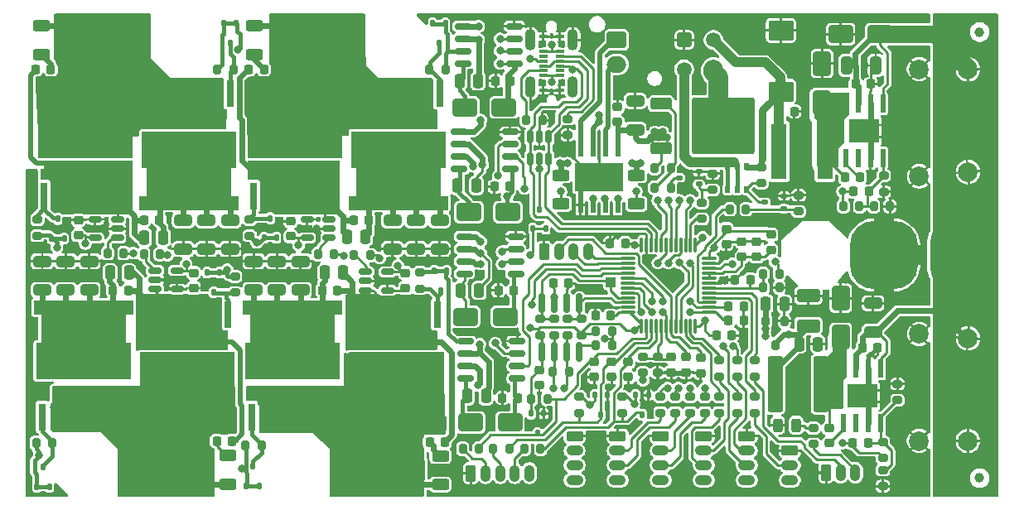
<source format=gtl>
G04 #@! TF.GenerationSoftware,KiCad,Pcbnew,9.0.2*
G04 #@! TF.CreationDate,2025-07-16T03:37:52+03:00*
G04 #@! TF.ProjectId,dcesc-ga25,64636573-632d-4676-9132-352e6b696361,rev?*
G04 #@! TF.SameCoordinates,Original*
G04 #@! TF.FileFunction,Copper,L1,Top*
G04 #@! TF.FilePolarity,Positive*
%FSLAX46Y46*%
G04 Gerber Fmt 4.6, Leading zero omitted, Abs format (unit mm)*
G04 Created by KiCad (PCBNEW 9.0.2) date 2025-07-16 03:37:52*
%MOMM*%
%LPD*%
G01*
G04 APERTURE LIST*
G04 Aperture macros list*
%AMRoundRect*
0 Rectangle with rounded corners*
0 $1 Rounding radius*
0 $2 $3 $4 $5 $6 $7 $8 $9 X,Y pos of 4 corners*
0 Add a 4 corners polygon primitive as box body*
4,1,4,$2,$3,$4,$5,$6,$7,$8,$9,$2,$3,0*
0 Add four circle primitives for the rounded corners*
1,1,$1+$1,$2,$3*
1,1,$1+$1,$4,$5*
1,1,$1+$1,$6,$7*
1,1,$1+$1,$8,$9*
0 Add four rect primitives between the rounded corners*
20,1,$1+$1,$2,$3,$4,$5,0*
20,1,$1+$1,$4,$5,$6,$7,0*
20,1,$1+$1,$6,$7,$8,$9,0*
20,1,$1+$1,$8,$9,$2,$3,0*%
%AMFreePoly0*
4,1,30,0.400000,-4.000000,-0.400000,-4.000000,-2.400000,-4.000000,-2.400000,-3.200000,-0.400000,-3.200000,-0.400000,-2.800000,-2.400000,-2.800000,-2.400000,-2.000000,-0.400000,-2.000000,-0.400000,-1.600000,-2.400000,-1.600000,-2.400000,-0.800000,-0.400000,-0.800000,-0.400000,-0.400000,-2.400000,-0.400000,-2.400000,0.400000,-0.400000,0.400000,-0.400000,0.800000,-2.400000,0.800000,-2.400000,1.600000,
-0.400000,1.600000,-0.400000,2.000000,-2.400000,2.000000,-2.400000,2.800000,-0.400000,2.800000,-0.400000,3.200000,-2.400000,3.200000,-2.400000,4.000000,0.400000,4.000000,0.400000,-4.000000,0.400000,-4.000000,$1*%
%AMFreePoly1*
4,1,13,2.850000,-5.050000,1.450000,-5.050000,1.450000,-4.350000,-1.450000,-4.350000,-1.450000,-4.850000,-5.150000,-4.850000,-5.150000,4.850000,-1.450000,4.850000,-1.450000,4.350000,1.450000,4.350000,1.450000,5.050000,2.850000,5.050000,2.850000,-5.050000,2.850000,-5.050000,$1*%
G04 Aperture macros list end*
G04 #@! TA.AperFunction,ComponentPad*
%ADD10RoundRect,1.000000X0.000010X0.000010X-0.000010X0.000010X-0.000010X-0.000010X0.000010X-0.000010X0*%
G04 #@! TD*
G04 #@! TA.AperFunction,ComponentPad*
%ADD11C,2.000000*%
G04 #@! TD*
G04 #@! TA.AperFunction,SMDPad,CuDef*
%ADD12RoundRect,0.112500X0.237500X-0.112500X0.237500X0.112500X-0.237500X0.112500X-0.237500X-0.112500X0*%
G04 #@! TD*
G04 #@! TA.AperFunction,ComponentPad*
%ADD13RoundRect,2.249998X-1.250002X-1.250002X1.250002X-1.250002X1.250002X1.250002X-1.250002X1.250002X0*%
G04 #@! TD*
G04 #@! TA.AperFunction,SMDPad,CuDef*
%ADD14RoundRect,0.250000X-0.325000X-0.650000X0.325000X-0.650000X0.325000X0.650000X-0.325000X0.650000X0*%
G04 #@! TD*
G04 #@! TA.AperFunction,SMDPad,CuDef*
%ADD15RoundRect,0.200000X0.275000X-0.200000X0.275000X0.200000X-0.275000X0.200000X-0.275000X-0.200000X0*%
G04 #@! TD*
G04 #@! TA.AperFunction,SMDPad,CuDef*
%ADD16RoundRect,0.250000X0.250000X0.475000X-0.250000X0.475000X-0.250000X-0.475000X0.250000X-0.475000X0*%
G04 #@! TD*
G04 #@! TA.AperFunction,SMDPad,CuDef*
%ADD17RoundRect,0.150000X0.675000X0.150000X-0.675000X0.150000X-0.675000X-0.150000X0.675000X-0.150000X0*%
G04 #@! TD*
G04 #@! TA.AperFunction,SMDPad,CuDef*
%ADD18RoundRect,0.112500X-0.112500X-0.237500X0.112500X-0.237500X0.112500X0.237500X-0.112500X0.237500X0*%
G04 #@! TD*
G04 #@! TA.AperFunction,SMDPad,CuDef*
%ADD19RoundRect,0.200000X0.200000X0.275000X-0.200000X0.275000X-0.200000X-0.275000X0.200000X-0.275000X0*%
G04 #@! TD*
G04 #@! TA.AperFunction,SMDPad,CuDef*
%ADD20RoundRect,0.150000X-0.512500X-0.150000X0.512500X-0.150000X0.512500X0.150000X-0.512500X0.150000X0*%
G04 #@! TD*
G04 #@! TA.AperFunction,ComponentPad*
%ADD21RoundRect,0.250000X-0.265000X-0.615000X0.265000X-0.615000X0.265000X0.615000X-0.265000X0.615000X0*%
G04 #@! TD*
G04 #@! TA.AperFunction,ComponentPad*
%ADD22O,1.030000X1.730000*%
G04 #@! TD*
G04 #@! TA.AperFunction,SMDPad,CuDef*
%ADD23RoundRect,0.225000X0.250000X-0.225000X0.250000X0.225000X-0.250000X0.225000X-0.250000X-0.225000X0*%
G04 #@! TD*
G04 #@! TA.AperFunction,SMDPad,CuDef*
%ADD24RoundRect,0.200000X-0.275000X0.200000X-0.275000X-0.200000X0.275000X-0.200000X0.275000X0.200000X0*%
G04 #@! TD*
G04 #@! TA.AperFunction,SMDPad,CuDef*
%ADD25RoundRect,0.200000X-0.200000X-0.275000X0.200000X-0.275000X0.200000X0.275000X-0.200000X0.275000X0*%
G04 #@! TD*
G04 #@! TA.AperFunction,SMDPad,CuDef*
%ADD26RoundRect,0.150000X-0.150000X0.512500X-0.150000X-0.512500X0.150000X-0.512500X0.150000X0.512500X0*%
G04 #@! TD*
G04 #@! TA.AperFunction,SMDPad,CuDef*
%ADD27RoundRect,0.250000X0.650000X-1.000000X0.650000X1.000000X-0.650000X1.000000X-0.650000X-1.000000X0*%
G04 #@! TD*
G04 #@! TA.AperFunction,SMDPad,CuDef*
%ADD28RoundRect,0.150000X-0.150000X0.825000X-0.150000X-0.825000X0.150000X-0.825000X0.150000X0.825000X0*%
G04 #@! TD*
G04 #@! TA.AperFunction,SMDPad,CuDef*
%ADD29RoundRect,0.250000X-1.000000X-0.650000X1.000000X-0.650000X1.000000X0.650000X-1.000000X0.650000X0*%
G04 #@! TD*
G04 #@! TA.AperFunction,ComponentPad*
%ADD30RoundRect,0.250001X-0.499999X-0.499999X0.499999X-0.499999X0.499999X0.499999X-0.499999X0.499999X0*%
G04 #@! TD*
G04 #@! TA.AperFunction,ComponentPad*
%ADD31C,1.500000*%
G04 #@! TD*
G04 #@! TA.AperFunction,SMDPad,CuDef*
%ADD32R,0.510000X0.700000*%
G04 #@! TD*
G04 #@! TA.AperFunction,SMDPad,CuDef*
%ADD33RoundRect,0.250000X-0.250000X-0.475000X0.250000X-0.475000X0.250000X0.475000X-0.250000X0.475000X0*%
G04 #@! TD*
G04 #@! TA.AperFunction,SMDPad,CuDef*
%ADD34RoundRect,0.250000X0.625000X-0.312500X0.625000X0.312500X-0.625000X0.312500X-0.625000X-0.312500X0*%
G04 #@! TD*
G04 #@! TA.AperFunction,SMDPad,CuDef*
%ADD35RoundRect,0.225000X-0.250000X0.225000X-0.250000X-0.225000X0.250000X-0.225000X0.250000X0.225000X0*%
G04 #@! TD*
G04 #@! TA.AperFunction,SMDPad,CuDef*
%ADD36RoundRect,0.225000X0.225000X0.250000X-0.225000X0.250000X-0.225000X-0.250000X0.225000X-0.250000X0*%
G04 #@! TD*
G04 #@! TA.AperFunction,SMDPad,CuDef*
%ADD37RoundRect,0.250000X1.000000X0.650000X-1.000000X0.650000X-1.000000X-0.650000X1.000000X-0.650000X0*%
G04 #@! TD*
G04 #@! TA.AperFunction,SMDPad,CuDef*
%ADD38R,0.610000X1.910000*%
G04 #@! TD*
G04 #@! TA.AperFunction,SMDPad,CuDef*
%ADD39R,1.550000X1.205000*%
G04 #@! TD*
G04 #@! TA.AperFunction,SMDPad,CuDef*
%ADD40RoundRect,0.225000X-0.225000X-0.250000X0.225000X-0.250000X0.225000X0.250000X-0.225000X0.250000X0*%
G04 #@! TD*
G04 #@! TA.AperFunction,SMDPad,CuDef*
%ADD41RoundRect,0.250000X-0.650000X0.325000X-0.650000X-0.325000X0.650000X-0.325000X0.650000X0.325000X0*%
G04 #@! TD*
G04 #@! TA.AperFunction,ComponentPad*
%ADD42RoundRect,1.400000X0.800000X-0.800000X0.800000X0.800000X-0.800000X0.800000X-0.800000X-0.800000X0*%
G04 #@! TD*
G04 #@! TA.AperFunction,SMDPad,CuDef*
%ADD43RoundRect,0.250000X0.550000X2.600000X-0.550000X2.600000X-0.550000X-2.600000X0.550000X-2.600000X0*%
G04 #@! TD*
G04 #@! TA.AperFunction,ComponentPad*
%ADD44RoundRect,0.250000X-0.615000X0.265000X-0.615000X-0.265000X0.615000X-0.265000X0.615000X0.265000X0*%
G04 #@! TD*
G04 #@! TA.AperFunction,ComponentPad*
%ADD45O,1.730000X1.030000*%
G04 #@! TD*
G04 #@! TA.AperFunction,SMDPad,CuDef*
%ADD46RoundRect,0.150000X0.512500X0.150000X-0.512500X0.150000X-0.512500X-0.150000X0.512500X-0.150000X0*%
G04 #@! TD*
G04 #@! TA.AperFunction,SMDPad,CuDef*
%ADD47R,0.800000X2.800000*%
G04 #@! TD*
G04 #@! TA.AperFunction,SMDPad,CuDef*
%ADD48FreePoly0,270.000000*%
G04 #@! TD*
G04 #@! TA.AperFunction,SMDPad,CuDef*
%ADD49FreePoly1,270.000000*%
G04 #@! TD*
G04 #@! TA.AperFunction,SMDPad,CuDef*
%ADD50RoundRect,0.250000X0.650000X-0.325000X0.650000X0.325000X-0.650000X0.325000X-0.650000X-0.325000X0*%
G04 #@! TD*
G04 #@! TA.AperFunction,SMDPad,CuDef*
%ADD51FreePoly0,90.000000*%
G04 #@! TD*
G04 #@! TA.AperFunction,SMDPad,CuDef*
%ADD52FreePoly1,90.000000*%
G04 #@! TD*
G04 #@! TA.AperFunction,SMDPad,CuDef*
%ADD53RoundRect,0.250000X1.045000X-0.785000X1.045000X0.785000X-1.045000X0.785000X-1.045000X-0.785000X0*%
G04 #@! TD*
G04 #@! TA.AperFunction,SMDPad,CuDef*
%ADD54R,1.000000X1.000000*%
G04 #@! TD*
G04 #@! TA.AperFunction,SMDPad,CuDef*
%ADD55RoundRect,0.112500X0.112500X0.237500X-0.112500X0.237500X-0.112500X-0.237500X0.112500X-0.237500X0*%
G04 #@! TD*
G04 #@! TA.AperFunction,SMDPad,CuDef*
%ADD56C,1.000000*%
G04 #@! TD*
G04 #@! TA.AperFunction,SMDPad,CuDef*
%ADD57RoundRect,0.250000X-0.625000X0.312500X-0.625000X-0.312500X0.625000X-0.312500X0.625000X0.312500X0*%
G04 #@! TD*
G04 #@! TA.AperFunction,SMDPad,CuDef*
%ADD58RoundRect,0.218750X0.256250X-0.218750X0.256250X0.218750X-0.256250X0.218750X-0.256250X-0.218750X0*%
G04 #@! TD*
G04 #@! TA.AperFunction,SMDPad,CuDef*
%ADD59R,0.500000X1.600000*%
G04 #@! TD*
G04 #@! TA.AperFunction,ComponentPad*
%ADD60C,0.630000*%
G04 #@! TD*
G04 #@! TA.AperFunction,SMDPad,CuDef*
%ADD61R,4.900000X2.950000*%
G04 #@! TD*
G04 #@! TA.AperFunction,SMDPad,CuDef*
%ADD62RoundRect,0.250000X0.945000X-0.420000X0.945000X0.420000X-0.945000X0.420000X-0.945000X-0.420000X0*%
G04 #@! TD*
G04 #@! TA.AperFunction,SMDPad,CuDef*
%ADD63R,0.870000X0.300000*%
G04 #@! TD*
G04 #@! TA.AperFunction,ComponentPad*
%ADD64O,1.100000X2.200000*%
G04 #@! TD*
G04 #@! TA.AperFunction,SMDPad,CuDef*
%ADD65RoundRect,0.243750X-0.243750X-0.456250X0.243750X-0.456250X0.243750X0.456250X-0.243750X0.456250X0*%
G04 #@! TD*
G04 #@! TA.AperFunction,ComponentPad*
%ADD66RoundRect,0.250000X-0.750000X0.600000X-0.750000X-0.600000X0.750000X-0.600000X0.750000X0.600000X0*%
G04 #@! TD*
G04 #@! TA.AperFunction,ComponentPad*
%ADD67O,2.000000X1.700000*%
G04 #@! TD*
G04 #@! TA.AperFunction,ComponentPad*
%ADD68RoundRect,2.559998X-0.940002X-0.940002X0.940002X-0.940002X0.940002X0.940002X-0.940002X0.940002X0*%
G04 #@! TD*
G04 #@! TA.AperFunction,ComponentPad*
%ADD69RoundRect,1.000000X0.000011X0.000009X-0.000009X0.000011X-0.000011X-0.000009X0.000009X-0.000011X0*%
G04 #@! TD*
G04 #@! TA.AperFunction,SMDPad,CuDef*
%ADD70RoundRect,0.250000X-0.850000X-0.350000X0.850000X-0.350000X0.850000X0.350000X-0.850000X0.350000X0*%
G04 #@! TD*
G04 #@! TA.AperFunction,SMDPad,CuDef*
%ADD71RoundRect,0.249997X-2.950003X-2.650003X2.950003X-2.650003X2.950003X2.650003X-2.950003X2.650003X0*%
G04 #@! TD*
G04 #@! TA.AperFunction,SMDPad,CuDef*
%ADD72RoundRect,0.075000X0.075000X-0.662500X0.075000X0.662500X-0.075000X0.662500X-0.075000X-0.662500X0*%
G04 #@! TD*
G04 #@! TA.AperFunction,SMDPad,CuDef*
%ADD73RoundRect,0.075000X0.662500X-0.075000X0.662500X0.075000X-0.662500X0.075000X-0.662500X-0.075000X0*%
G04 #@! TD*
G04 #@! TA.AperFunction,ComponentPad*
%ADD74RoundRect,1.000000X0.000009X0.000011X-0.000011X0.000009X-0.000009X-0.000011X0.000011X-0.000009X0*%
G04 #@! TD*
G04 #@! TA.AperFunction,SMDPad,CuDef*
%ADD75RoundRect,0.200000X0.200000X0.300000X-0.200000X0.300000X-0.200000X-0.300000X0.200000X-0.300000X0*%
G04 #@! TD*
G04 #@! TA.AperFunction,SMDPad,CuDef*
%ADD76R,1.600000X5.700000*%
G04 #@! TD*
G04 #@! TA.AperFunction,ComponentPad*
%ADD77RoundRect,1.400000X-0.800000X0.800000X-0.800000X-0.800000X0.800000X-0.800000X0.800000X0.800000X0*%
G04 #@! TD*
G04 #@! TA.AperFunction,ViaPad*
%ADD78C,0.800000*%
G04 #@! TD*
G04 #@! TA.AperFunction,Conductor*
%ADD79C,0.250000*%
G04 #@! TD*
G04 #@! TA.AperFunction,Conductor*
%ADD80C,0.600000*%
G04 #@! TD*
G04 #@! TA.AperFunction,Conductor*
%ADD81C,1.800000*%
G04 #@! TD*
G04 #@! TA.AperFunction,Conductor*
%ADD82C,0.500000*%
G04 #@! TD*
G04 #@! TA.AperFunction,Conductor*
%ADD83C,0.400000*%
G04 #@! TD*
G04 #@! TA.AperFunction,Conductor*
%ADD84C,1.000000*%
G04 #@! TD*
G04 #@! TA.AperFunction,Conductor*
%ADD85C,0.800000*%
G04 #@! TD*
G04 #@! TA.AperFunction,Conductor*
%ADD86C,2.000000*%
G04 #@! TD*
G04 APERTURE END LIST*
D10*
G04 #@! TO.P,C65,1*
G04 #@! TO.N,+VM*
X196600000Y-56000000D03*
D11*
G04 #@! TO.P,C65,2*
G04 #@! TO.N,GND*
X191600000Y-56000000D03*
G04 #@! TD*
D12*
G04 #@! TO.P,T9,1,B*
G04 #@! TO.N,Net-(T9-B)*
X177800000Y-70250000D03*
G04 #@! TO.P,T9,2,E*
G04 #@! TO.N,GND*
X177800000Y-68950000D03*
G04 #@! TO.P,T9,3,C*
G04 #@! TO.N,Net-(T11-G)*
X175800000Y-69600000D03*
G04 #@! TD*
D13*
G04 #@! TO.P,J18,1,Pin_1*
G04 #@! TO.N,+VM*
X196200000Y-75000000D03*
G04 #@! TD*
D14*
G04 #@! TO.P,C1,1*
G04 #@! TO.N,+VM*
X184225000Y-55600000D03*
G04 #@! TO.P,C1,2*
G04 #@! TO.N,GND*
X187175000Y-55600000D03*
G04 #@! TD*
D15*
G04 #@! TO.P,R30,1*
G04 #@! TO.N,Net-(X9-Pin_2)*
X174800000Y-91125000D03*
G04 #@! TO.P,R30,2*
G04 #@! TO.N,/PPM2*
X174800000Y-89475000D03*
G04 #@! TD*
D16*
G04 #@! TO.P,C51,1*
G04 #@! TO.N,+VM*
X114350000Y-73200000D03*
G04 #@! TO.P,C51,2*
G04 #@! TO.N,/M2.1/PGND*
X112450000Y-73200000D03*
G04 #@! TD*
D17*
G04 #@! TO.P,U12,1,VCC*
G04 #@! TO.N,+12V*
X150250000Y-55405000D03*
G04 #@! TO.P,U12,2,IN*
G04 #@! TO.N,/M4_H*
X150250000Y-54135000D03*
G04 #@! TO.P,U12,3,~{SD}*
G04 #@! TO.N,/M4_L*
X150250000Y-52865000D03*
G04 #@! TO.P,U12,4,COM*
G04 #@! TO.N,GND*
X150250000Y-51595000D03*
G04 #@! TO.P,U12,5,LO*
G04 #@! TO.N,Net-(U12-LO)*
X145000000Y-51595000D03*
G04 #@! TO.P,U12,6,VS*
G04 #@! TO.N,/M2.2/OUT*
X145000000Y-52865000D03*
G04 #@! TO.P,U12,7,HO*
G04 #@! TO.N,Net-(U12-HO)*
X145000000Y-54135000D03*
G04 #@! TO.P,U12,8,VB*
G04 #@! TO.N,Net-(D18-K)*
X145000000Y-55405000D03*
G04 #@! TD*
D18*
G04 #@! TO.P,D9,1*
G04 #@! TO.N,Net-(U10-HO)*
X122850000Y-98600000D03*
G04 #@! TO.P,D9,2*
X124150000Y-98600000D03*
G04 #@! TO.P,D9,3*
G04 #@! TO.N,Net-(T3-G)*
X123500000Y-96600000D03*
G04 #@! TD*
D19*
G04 #@! TO.P,R43,1*
G04 #@! TO.N,Net-(T1-G)*
X103025000Y-94200000D03*
G04 #@! TO.P,R43,2*
G04 #@! TO.N,Net-(U9-HO)*
X101375000Y-94200000D03*
G04 #@! TD*
D15*
G04 #@! TO.P,R31,1*
G04 #@! TO.N,Net-(X6-Pin_3)*
X173000000Y-91125000D03*
G04 #@! TO.P,R31,2*
G04 #@! TO.N,/USART3_TX*
X173000000Y-89475000D03*
G04 #@! TD*
D20*
G04 #@! TO.P,U6,1*
G04 #@! TO.N,Net-(R38-Pad2)*
X135012500Y-76700000D03*
G04 #@! TO.P,U6,2,GND*
G04 #@! TO.N,GND*
X135012500Y-77650000D03*
G04 #@! TO.P,U6,3,+*
G04 #@! TO.N,/M1.2/PGND*
X135012500Y-78600000D03*
G04 #@! TO.P,U6,4,-*
G04 #@! TO.N,GND*
X137287500Y-78600000D03*
G04 #@! TO.P,U6,5,V+*
G04 #@! TO.N,+3.3V*
X137287500Y-76700000D03*
G04 #@! TD*
D21*
G04 #@! TO.P,X8,1,Pin_1*
G04 #@! TO.N,GND*
X182100000Y-97250000D03*
D22*
G04 #@! TO.P,X8,2,Pin_2*
G04 #@! TO.N,Net-(X8-Pin_2)*
X183600000Y-97250000D03*
G04 #@! TO.P,X8,3,Pin_3*
G04 #@! TO.N,+5V*
X185100000Y-97250000D03*
G04 #@! TD*
D23*
G04 #@! TO.P,C25,1*
G04 #@! TO.N,/VDDA*
X175000000Y-75175000D03*
G04 #@! TO.P,C25,2*
G04 #@! TO.N,GND*
X175000000Y-73625000D03*
G04 #@! TD*
D24*
G04 #@! TO.P,R2,1*
G04 #@! TO.N,Net-(U1-FB)*
X188000000Y-66875000D03*
G04 #@! TO.P,R2,2*
G04 #@! TO.N,GND*
X188000000Y-68525000D03*
G04 #@! TD*
D25*
G04 #@! TO.P,R13,1*
G04 #@! TO.N,/P12V*
X172275000Y-70300000D03*
G04 #@! TO.P,R13,2*
G04 #@! TO.N,Net-(T9-B)*
X173925000Y-70300000D03*
G04 #@! TD*
D26*
G04 #@! TO.P,U15,1,I/O1*
G04 #@! TO.N,/USB_DP*
X153750000Y-62900000D03*
G04 #@! TO.P,U15,2,GND*
G04 #@! TO.N,GND*
X152800000Y-62900000D03*
G04 #@! TO.P,U15,3,I/O2*
G04 #@! TO.N,/USB_DM*
X151850000Y-62900000D03*
G04 #@! TO.P,U15,4,I/O2*
X151850000Y-65175000D03*
G04 #@! TO.P,U15,5,VBUS*
G04 #@! TO.N,/VBUS*
X152800000Y-65175000D03*
G04 #@! TO.P,U15,6,I/O1*
G04 #@! TO.N,/USB_DP*
X153750000Y-65175000D03*
G04 #@! TD*
D27*
G04 #@! TO.P,D2,1,K*
G04 #@! TO.N,/SW1*
X181700000Y-59400000D03*
G04 #@! TO.P,D2,2,A*
G04 #@! TO.N,GND*
X181700000Y-55400000D03*
G04 #@! TD*
D28*
G04 #@! TO.P,U14,1,TXD*
G04 #@! TO.N,/FDCAN1_TX*
X156905000Y-79925000D03*
G04 #@! TO.P,U14,2,VSS*
G04 #@! TO.N,GND*
X155635000Y-79925000D03*
G04 #@! TO.P,U14,3,VDD*
G04 #@! TO.N,+5V*
X154365000Y-79925000D03*
G04 #@! TO.P,U14,4,RXD*
G04 #@! TO.N,/FDCAN1_RX*
X153095000Y-79925000D03*
G04 #@! TO.P,U14,5,Vio*
G04 #@! TO.N,+3.3V*
X153095000Y-84875000D03*
G04 #@! TO.P,U14,6,CANL*
G04 #@! TO.N,/CANL*
X154365000Y-84875000D03*
G04 #@! TO.P,U14,7,CANH*
G04 #@! TO.N,/CANH*
X155635000Y-84875000D03*
G04 #@! TO.P,U14,8,STBY*
G04 #@! TO.N,/CAN_STBY*
X156905000Y-84875000D03*
G04 #@! TD*
D29*
G04 #@! TO.P,D17,1,K*
G04 #@! TO.N,Net-(D17-K)*
X145600000Y-70600000D03*
G04 #@! TO.P,D17,2,A*
G04 #@! TO.N,+12V*
X149600000Y-70600000D03*
G04 #@! TD*
D30*
G04 #@! TO.P,X1,1,Pin_1*
G04 #@! TO.N,GND*
X167600000Y-53000000D03*
D31*
G04 #@! TO.P,X1,2,Pin_2*
G04 #@! TO.N,+12V*
X170600000Y-53000000D03*
G04 #@! TO.P,X1,3,Pin_3*
G04 #@! TO.N,/+12V_ALT*
X167600000Y-56000000D03*
G04 #@! TO.P,X1,4,Pin_4*
G04 #@! TO.N,/+24V_ALT*
X170600000Y-56000000D03*
G04 #@! TD*
D18*
G04 #@! TO.P,D14,1*
G04 #@! TO.N,Net-(U12-LO)*
X124650000Y-73225000D03*
G04 #@! TO.P,D14,2*
X125950000Y-73225000D03*
G04 #@! TO.P,D14,3*
G04 #@! TO.N,Net-(T8-G)*
X125300000Y-71225000D03*
G04 #@! TD*
D19*
G04 #@! TO.P,R19,1*
G04 #@! TO.N,/IN2*
X149725000Y-94800000D03*
G04 #@! TO.P,R19,2*
G04 #@! TO.N,Net-(X10-Pin_3)*
X148075000Y-94800000D03*
G04 #@! TD*
D32*
G04 #@! TO.P,T11,1,D*
G04 #@! TO.N,/+12V_ALT*
X172050000Y-68260000D03*
G04 #@! TO.P,T11,2,D*
X173000000Y-68260000D03*
G04 #@! TO.P,T11,3,G*
G04 #@! TO.N,Net-(T11-G)*
X173950000Y-68260000D03*
G04 #@! TO.P,T11,4,S*
G04 #@! TO.N,+12V*
X173950000Y-65940000D03*
G04 #@! TO.P,T11,5,D*
G04 #@! TO.N,/+12V_ALT*
X173000000Y-65940000D03*
G04 #@! TO.P,T11,6,D*
X172050000Y-65940000D03*
G04 #@! TD*
D33*
G04 #@! TO.P,C50,1*
G04 #@! TO.N,+VM*
X130850000Y-76800000D03*
G04 #@! TO.P,C50,2*
G04 #@! TO.N,/M1.2/PGND*
X132750000Y-76800000D03*
G04 #@! TD*
D34*
G04 #@! TO.P,R54,1*
G04 #@! TO.N,Net-(C72-Pad1)*
X123700000Y-54462500D03*
G04 #@! TO.P,R54,2*
G04 #@! TO.N,/M2.2/OUT*
X123700000Y-51537500D03*
G04 #@! TD*
D15*
G04 #@! TO.P,R56,1*
G04 #@! TO.N,GND*
X155700000Y-62725000D03*
G04 #@! TO.P,R56,2*
G04 #@! TO.N,Net-(X12-CC2)*
X155700000Y-61075000D03*
G04 #@! TD*
D23*
G04 #@! TO.P,C15,1*
G04 #@! TO.N,+VM*
X160800000Y-61400000D03*
G04 #@! TO.P,C15,2*
G04 #@! TO.N,GND*
X160800000Y-59850000D03*
G04 #@! TD*
D35*
G04 #@! TO.P,C44,1*
G04 #@! TO.N,/IC4*
X167800000Y-85425000D03*
G04 #@! TO.P,C44,2*
G04 #@! TO.N,GND*
X167800000Y-86975000D03*
G04 #@! TD*
D15*
G04 #@! TO.P,R12,1*
G04 #@! TO.N,Net-(T9-B)*
X179300000Y-70525000D03*
G04 #@! TO.P,R12,2*
G04 #@! TO.N,GND*
X179300000Y-68875000D03*
G04 #@! TD*
D36*
G04 #@! TO.P,C21,1*
G04 #@! TO.N,+3.3V*
X161575000Y-73800000D03*
G04 #@! TO.P,C21,2*
G04 #@! TO.N,GND*
X160025000Y-73800000D03*
G04 #@! TD*
D37*
G04 #@! TO.P,D1,1,A1*
G04 #@! TO.N,+VM*
X187600000Y-52400000D03*
G04 #@! TO.P,D1,2,A2*
G04 #@! TO.N,GND*
X183600000Y-52400000D03*
G04 #@! TD*
D38*
G04 #@! TO.P,U2,1,BOOT*
G04 #@! TO.N,Net-(U2-BOOT)*
X183895000Y-92180000D03*
G04 #@! TO.P,U2,2,PG*
G04 #@! TO.N,unconnected-(U2-PG-Pad2)*
X185165000Y-92180000D03*
G04 #@! TO.P,U2,3,~{EN1}*
G04 #@! TO.N,GND*
X186435000Y-92180000D03*
G04 #@! TO.P,U2,4,FB*
G04 #@! TO.N,Net-(U2-FB)*
X187705000Y-92180000D03*
G04 #@! TO.P,U2,5,EN2*
G04 #@! TO.N,+VM*
X187705000Y-86620000D03*
G04 #@! TO.P,U2,6,GND*
G04 #@! TO.N,GND*
X186435000Y-86620000D03*
G04 #@! TO.P,U2,7,VIN*
G04 #@! TO.N,+VM*
X185165000Y-86620000D03*
G04 #@! TO.P,U2,8,SW*
G04 #@! TO.N,/SW2*
X183895000Y-86620000D03*
D39*
G04 #@! TO.P,U2,9,PADGND*
G04 #@! TO.N,GND*
X185025000Y-90002500D03*
X186575000Y-90002500D03*
X185025000Y-88797500D03*
X186575000Y-88797500D03*
G04 #@! TD*
D33*
G04 #@! TO.P,C13,1*
G04 #@! TO.N,+3.3V*
X175950000Y-80000000D03*
G04 #@! TO.P,C13,2*
G04 #@! TO.N,GND*
X177850000Y-80000000D03*
G04 #@! TD*
D36*
G04 #@! TO.P,C5,1*
G04 #@! TO.N,Net-(U1-BOOT)*
X185575000Y-67000000D03*
G04 #@! TO.P,C5,2*
G04 #@! TO.N,/SW1*
X184025000Y-67000000D03*
G04 #@! TD*
D40*
G04 #@! TO.P,C4,1*
G04 #@! TO.N,+VM*
X185825000Y-84502500D03*
G04 #@! TO.P,C4,2*
G04 #@! TO.N,GND*
X187375000Y-84502500D03*
G04 #@! TD*
D41*
G04 #@! TO.P,C62,1*
G04 #@! TO.N,+VM*
X142600000Y-71425000D03*
G04 #@! TO.P,C62,2*
G04 #@! TO.N,GND*
X142600000Y-74375000D03*
G04 #@! TD*
D19*
G04 #@! TO.P,R45,1*
G04 #@! TO.N,Net-(T3-G)*
X124425000Y-94500000D03*
G04 #@! TO.P,R45,2*
G04 #@! TO.N,Net-(U10-HO)*
X122775000Y-94500000D03*
G04 #@! TD*
D42*
G04 #@! TO.P,J7,1,Pin_1*
G04 #@! TO.N,/M2.1/OUT*
X110800000Y-53000000D03*
G04 #@! TD*
G04 #@! TO.P,J5,1,Pin_1*
G04 #@! TO.N,/M1.2/OUT*
X133800000Y-97000000D03*
G04 #@! TD*
D16*
G04 #@! TO.P,C52,1*
G04 #@! TO.N,+VM*
X135050000Y-73100000D03*
G04 #@! TO.P,C52,2*
G04 #@! TO.N,/M2.2/PGND*
X133150000Y-73100000D03*
G04 #@! TD*
D43*
G04 #@! TO.P,L2,1,1*
G04 #@! TO.N,/SW2*
X181600000Y-88200000D03*
G04 #@! TO.P,L2,2,2*
G04 #@! TO.N,+5V*
X176900000Y-88200000D03*
G04 #@! TD*
D44*
G04 #@! TO.P,X5,1,Pin_1*
G04 #@! TO.N,GND*
X169600000Y-93500000D03*
D45*
G04 #@! TO.P,X5,2,Pin_2*
G04 #@! TO.N,Net-(X5-Pin_2)*
X169600000Y-95000000D03*
G04 #@! TO.P,X5,3,Pin_3*
G04 #@! TO.N,Net-(X5-Pin_3)*
X169600000Y-96500000D03*
G04 #@! TO.P,X5,4,Pin_4*
G04 #@! TO.N,+5V*
X169600000Y-98000000D03*
G04 #@! TD*
D34*
G04 #@! TO.P,R53,1*
G04 #@! TO.N,Net-(C71-Pad1)*
X101900000Y-54462500D03*
G04 #@! TO.P,R53,2*
G04 #@! TO.N,/M2.1/OUT*
X101900000Y-51537500D03*
G04 #@! TD*
D25*
G04 #@! TO.P,R1,1*
G04 #@! TO.N,+12V*
X183875000Y-70000000D03*
G04 #@! TO.P,R1,2*
G04 #@! TO.N,Net-(U1-FB)*
X185525000Y-70000000D03*
G04 #@! TD*
G04 #@! TO.P,R9,1*
G04 #@! TO.N,Net-(T12-G)*
X164575000Y-68100000D03*
G04 #@! TO.P,R9,2*
G04 #@! TO.N,Net-(T10-C)*
X166225000Y-68100000D03*
G04 #@! TD*
D38*
G04 #@! TO.P,U1,1,BOOT*
G04 #@! TO.N,Net-(U1-BOOT)*
X184095000Y-65080000D03*
G04 #@! TO.P,U1,2,PG*
G04 #@! TO.N,unconnected-(U1-PG-Pad2)*
X185365000Y-65080000D03*
G04 #@! TO.P,U1,3,~{EN1}*
G04 #@! TO.N,GND*
X186635000Y-65080000D03*
G04 #@! TO.P,U1,4,FB*
G04 #@! TO.N,Net-(U1-FB)*
X187905000Y-65080000D03*
G04 #@! TO.P,U1,5,EN2*
G04 #@! TO.N,+VM*
X187905000Y-59520000D03*
G04 #@! TO.P,U1,6,GND*
G04 #@! TO.N,GND*
X186635000Y-59520000D03*
G04 #@! TO.P,U1,7,VIN*
G04 #@! TO.N,+VM*
X185365000Y-59520000D03*
G04 #@! TO.P,U1,8,SW*
G04 #@! TO.N,/SW1*
X184095000Y-59520000D03*
D39*
G04 #@! TO.P,U1,9,PADGND*
G04 #@! TO.N,GND*
X185225000Y-62902500D03*
X186775000Y-62902500D03*
X185225000Y-61697500D03*
X186775000Y-61697500D03*
G04 #@! TD*
D42*
G04 #@! TO.P,J4,1,Pin_1*
G04 #@! TO.N,/M1.1/OUT*
X112100000Y-97000000D03*
G04 #@! TD*
D46*
G04 #@! TO.P,U7,1*
G04 #@! TO.N,Net-(R39-Pad2)*
X109675000Y-73250000D03*
G04 #@! TO.P,U7,2,GND*
G04 #@! TO.N,GND*
X109675000Y-72300000D03*
G04 #@! TO.P,U7,3,+*
G04 #@! TO.N,/M2.1/PGND*
X109675000Y-71350000D03*
G04 #@! TO.P,U7,4,-*
G04 #@! TO.N,GND*
X107400000Y-71350000D03*
G04 #@! TO.P,U7,5,V+*
G04 #@! TO.N,+3.3V*
X107400000Y-73250000D03*
G04 #@! TD*
D12*
G04 #@! TO.P,T10,1,B*
G04 #@! TO.N,Net-(T10-B)*
X169100000Y-67750000D03*
G04 #@! TO.P,T10,2,E*
G04 #@! TO.N,GND*
X169100000Y-66450000D03*
G04 #@! TO.P,T10,3,C*
G04 #@! TO.N,Net-(T10-C)*
X167100000Y-67100000D03*
G04 #@! TD*
D47*
G04 #@! TO.P,T7,1,G*
G04 #@! TO.N,Net-(T7-G)*
X142600000Y-58450000D03*
D48*
G04 #@! TO.P,T7,2,S*
G04 #@! TO.N,/M2.2/OUT*
X137800000Y-59450000D03*
D49*
G04 #@! TO.P,T7,3,D*
G04 #@! TO.N,+VM*
X138400000Y-67500000D03*
G04 #@! TD*
D40*
G04 #@! TO.P,C42,1*
G04 #@! TO.N,/IC2*
X170925000Y-83200000D03*
G04 #@! TO.P,C42,2*
G04 #@! TO.N,GND*
X172475000Y-83200000D03*
G04 #@! TD*
D33*
G04 #@! TO.P,C46,1*
G04 #@! TO.N,Net-(D16-K)*
X145450000Y-89400000D03*
G04 #@! TO.P,C46,2*
G04 #@! TO.N,/M1.2/OUT*
X147350000Y-89400000D03*
G04 #@! TD*
D25*
G04 #@! TO.P,R42,1*
G04 #@! TO.N,+3.3V*
X158575000Y-82800000D03*
G04 #@! TO.P,R42,2*
G04 #@! TO.N,/NRST*
X160225000Y-82800000D03*
G04 #@! TD*
D50*
G04 #@! TO.P,C55,1*
G04 #@! TO.N,+VM*
X106800000Y-78575000D03*
G04 #@! TO.P,C55,2*
G04 #@! TO.N,GND*
X106800000Y-75625000D03*
G04 #@! TD*
D47*
G04 #@! TO.P,T3,1,G*
G04 #@! TO.N,Net-(T3-G)*
X123400000Y-91550000D03*
D51*
G04 #@! TO.P,T3,2,S*
G04 #@! TO.N,/M1.2/OUT*
X128200000Y-90550000D03*
D52*
G04 #@! TO.P,T3,3,D*
G04 #@! TO.N,+VM*
X127600000Y-82500000D03*
G04 #@! TD*
D44*
G04 #@! TO.P,X6,1,Pin_1*
G04 #@! TO.N,GND*
X174000000Y-93500000D03*
D45*
G04 #@! TO.P,X6,2,Pin_2*
G04 #@! TO.N,Net-(X6-Pin_2)*
X174000000Y-95000000D03*
G04 #@! TO.P,X6,3,Pin_3*
G04 #@! TO.N,Net-(X6-Pin_3)*
X174000000Y-96500000D03*
G04 #@! TO.P,X6,4,Pin_4*
G04 #@! TO.N,+5V*
X174000000Y-98000000D03*
G04 #@! TD*
D19*
G04 #@! TO.P,R38,1*
G04 #@! TO.N,/IC2*
X135525000Y-75000000D03*
G04 #@! TO.P,R38,2*
G04 #@! TO.N,Net-(R38-Pad2)*
X133875000Y-75000000D03*
G04 #@! TD*
D18*
G04 #@! TO.P,D12,1*
G04 #@! TO.N,Net-(U11-LO)*
X102950000Y-73300000D03*
G04 #@! TO.P,D12,2*
X104250000Y-73300000D03*
G04 #@! TO.P,D12,3*
G04 #@! TO.N,Net-(T6-G)*
X103600000Y-71300000D03*
G04 #@! TD*
D36*
G04 #@! TO.P,C29,1*
G04 #@! TO.N,+12V*
X150575000Y-89600000D03*
G04 #@! TO.P,C29,2*
G04 #@! TO.N,GND*
X149025000Y-89600000D03*
G04 #@! TD*
D23*
G04 #@! TO.P,C35,1*
G04 #@! TO.N,+3.3V*
X105700000Y-72975000D03*
G04 #@! TO.P,C35,2*
G04 #@! TO.N,GND*
X105700000Y-71425000D03*
G04 #@! TD*
D24*
G04 #@! TO.P,R11,1*
G04 #@! TO.N,+12V*
X175500000Y-65975000D03*
G04 #@! TO.P,R11,2*
G04 #@! TO.N,Net-(T11-G)*
X175500000Y-67625000D03*
G04 #@! TD*
D50*
G04 #@! TO.P,C57,1*
G04 #@! TO.N,+VM*
X126000000Y-78575000D03*
G04 #@! TO.P,C57,2*
G04 #@! TO.N,GND*
X126000000Y-75625000D03*
G04 #@! TD*
D15*
G04 #@! TO.P,R44,1*
G04 #@! TO.N,Net-(T2-G)*
X121700000Y-78825000D03*
G04 #@! TO.P,R44,2*
G04 #@! TO.N,Net-(U9-LO)*
X121700000Y-77175000D03*
G04 #@! TD*
D19*
G04 #@! TO.P,R41,1*
G04 #@! TO.N,/NRST*
X160225000Y-84200000D03*
G04 #@! TO.P,R41,2*
G04 #@! TO.N,/CAN_STBY*
X158575000Y-84200000D03*
G04 #@! TD*
D53*
G04 #@! TO.P,C9,1*
G04 #@! TO.N,+12V*
X177500000Y-58270000D03*
G04 #@! TO.P,C9,2*
G04 #@! TO.N,GND*
X177500000Y-52030000D03*
G04 #@! TD*
D40*
G04 #@! TO.P,C37,1*
G04 #@! TO.N,+VM*
X109225000Y-78600000D03*
G04 #@! TO.P,C37,2*
G04 #@! TO.N,/M1.1/PGND*
X110775000Y-78600000D03*
G04 #@! TD*
D54*
G04 #@! TO.P,TP1,1,1*
G04 #@! TO.N,/FDCAN1_RX*
X160100000Y-77800000D03*
G04 #@! TD*
D55*
G04 #@! TO.P,D11,1*
G04 #@! TO.N,Net-(U11-HO)*
X121850000Y-51300000D03*
G04 #@! TO.P,D11,2*
X120550000Y-51300000D03*
G04 #@! TO.P,D11,3*
G04 #@! TO.N,Net-(T5-G)*
X121200000Y-53300000D03*
G04 #@! TD*
D27*
G04 #@! TO.P,D3,1,K*
G04 #@! TO.N,/SW2*
X183600000Y-83400000D03*
G04 #@! TO.P,D3,2,A*
G04 #@! TO.N,GND*
X183600000Y-79400000D03*
G04 #@! TD*
D17*
G04 #@! TO.P,U10,1,VCC*
G04 #@! TO.N,+12V*
X150525000Y-87605000D03*
G04 #@! TO.P,U10,2,IN*
G04 #@! TO.N,/M2_H*
X150525000Y-86335000D03*
G04 #@! TO.P,U10,3,~{SD}*
G04 #@! TO.N,/M2_L*
X150525000Y-85065000D03*
G04 #@! TO.P,U10,4,COM*
G04 #@! TO.N,GND*
X150525000Y-83795000D03*
G04 #@! TO.P,U10,5,LO*
G04 #@! TO.N,Net-(U10-LO)*
X145275000Y-83795000D03*
G04 #@! TO.P,U10,6,VS*
G04 #@! TO.N,/M1.2/OUT*
X145275000Y-85065000D03*
G04 #@! TO.P,U10,7,HO*
G04 #@! TO.N,Net-(U10-HO)*
X145275000Y-86335000D03*
G04 #@! TO.P,U10,8,VB*
G04 #@! TO.N,Net-(D16-K)*
X145275000Y-87605000D03*
G04 #@! TD*
D15*
G04 #@! TO.P,R27,1*
G04 #@! TO.N,Net-(X8-Pin_2)*
X174800000Y-87425000D03*
G04 #@! TO.P,R27,2*
G04 #@! TO.N,/PPM1*
X174800000Y-85775000D03*
G04 #@! TD*
D47*
G04 #@! TO.P,T8,1,G*
G04 #@! TO.N,Net-(T8-G)*
X123600000Y-68950000D03*
D51*
G04 #@! TO.P,T8,2,S*
G04 #@! TO.N,/M2.2/PGND*
X128400000Y-67950000D03*
D52*
G04 #@! TO.P,T8,3,D*
G04 #@! TO.N,/M2.2/OUT*
X127800000Y-59900000D03*
G04 #@! TD*
D19*
G04 #@! TO.P,R37,1*
G04 #@! TO.N,/IC1*
X114025000Y-74900000D03*
G04 #@! TO.P,R37,2*
G04 #@! TO.N,Net-(R37-Pad2)*
X112375000Y-74900000D03*
G04 #@! TD*
D56*
G04 #@! TO.P,FID2,*
G04 #@! TO.N,*
X197800000Y-52200000D03*
G04 #@! TD*
D41*
G04 #@! TO.P,C61,1*
G04 #@! TO.N,+VM*
X116400000Y-71425000D03*
G04 #@! TO.P,C61,2*
G04 #@! TO.N,GND*
X116400000Y-74375000D03*
G04 #@! TD*
D35*
G04 #@! TO.P,C20,1*
G04 #@! TO.N,+3.3V*
X171900000Y-72325000D03*
G04 #@! TO.P,C20,2*
G04 #@! TO.N,GND*
X171900000Y-73875000D03*
G04 #@! TD*
D10*
G04 #@! TO.P,C68,1*
G04 #@! TO.N,+VM*
X196600000Y-94000000D03*
D11*
G04 #@! TO.P,C68,2*
G04 #@! TO.N,GND*
X191600000Y-94000000D03*
G04 #@! TD*
D18*
G04 #@! TO.P,D7,1*
G04 #@! TO.N,Net-(U9-HO)*
X101450000Y-98700000D03*
G04 #@! TO.P,D7,2*
X102750000Y-98700000D03*
G04 #@! TO.P,D7,3*
G04 #@! TO.N,Net-(T1-G)*
X102100000Y-96700000D03*
G04 #@! TD*
D40*
G04 #@! TO.P,C69,1*
G04 #@! TO.N,Net-(C69-Pad1)*
X119825000Y-94000000D03*
G04 #@! TO.P,C69,2*
G04 #@! TO.N,/M1.1/PGND*
X121375000Y-94000000D03*
G04 #@! TD*
D35*
G04 #@! TO.P,C34,1*
G04 #@! TO.N,+3.3V*
X139100000Y-76825000D03*
G04 #@! TO.P,C34,2*
G04 #@! TO.N,GND*
X139100000Y-78375000D03*
G04 #@! TD*
D36*
G04 #@! TO.P,C30,1*
G04 #@! TO.N,+12V*
X149775000Y-68000000D03*
G04 #@! TO.P,C30,2*
G04 #@! TO.N,GND*
X148225000Y-68000000D03*
G04 #@! TD*
D24*
G04 #@! TO.P,R50,1*
G04 #@! TO.N,Net-(T8-G)*
X123200000Y-71375000D03*
G04 #@! TO.P,R50,2*
G04 #@! TO.N,Net-(U12-LO)*
X123200000Y-73025000D03*
G04 #@! TD*
D35*
G04 #@! TO.P,C33,1*
G04 #@! TO.N,+3.3V*
X117462500Y-76825000D03*
G04 #@! TO.P,C33,2*
G04 #@! TO.N,GND*
X117462500Y-78375000D03*
G04 #@! TD*
D15*
G04 #@! TO.P,R4,1*
G04 #@! TO.N,+5V*
X187900000Y-95750000D03*
G04 #@! TO.P,R4,2*
G04 #@! TO.N,Net-(U2-FB)*
X187900000Y-94100000D03*
G04 #@! TD*
D42*
G04 #@! TO.P,J10,1,Pin_1*
G04 #@! TO.N,/M2.2/OUT*
X132500000Y-53000000D03*
G04 #@! TD*
D15*
G04 #@! TO.P,R23,1*
G04 #@! TO.N,/IN2*
X156900000Y-91125000D03*
G04 #@! TO.P,R23,2*
G04 #@! TO.N,+3.3V*
X156900000Y-89475000D03*
G04 #@! TD*
D36*
G04 #@! TO.P,C31,1*
G04 #@! TO.N,+12V*
X149875000Y-57200000D03*
G04 #@! TO.P,C31,2*
G04 #@! TO.N,GND*
X148325000Y-57200000D03*
G04 #@! TD*
D23*
G04 #@! TO.P,C26,1*
G04 #@! TO.N,/VDDA*
X173500000Y-75175000D03*
G04 #@! TO.P,C26,2*
G04 #@! TO.N,GND*
X173500000Y-73625000D03*
G04 #@! TD*
D57*
G04 #@! TO.P,R52,1*
G04 #@! TO.N,Net-(C70-Pad1)*
X142700000Y-95537500D03*
G04 #@! TO.P,R52,2*
G04 #@! TO.N,/M1.2/OUT*
X142700000Y-98462500D03*
G04 #@! TD*
D58*
G04 #@! TO.P,FB1,1*
G04 #@! TO.N,/VDDA*
X176500000Y-74487500D03*
G04 #@! TO.P,FB1,2*
G04 #@! TO.N,+3.3V*
X176500000Y-72912500D03*
G04 #@! TD*
D24*
G04 #@! TO.P,R17,1*
G04 #@! TO.N,/VOUT*
X163400000Y-85375000D03*
G04 #@! TO.P,R17,2*
G04 #@! TO.N,+VM*
X163400000Y-87025000D03*
G04 #@! TD*
D15*
G04 #@! TO.P,R5,1*
G04 #@! TO.N,Net-(U2-FB)*
X189400000Y-89825000D03*
G04 #@! TO.P,R5,2*
G04 #@! TO.N,GND*
X189400000Y-88175000D03*
G04 #@! TD*
D24*
G04 #@! TO.P,R33,1*
G04 #@! TO.N,/PPM4*
X165200000Y-89475000D03*
G04 #@! TO.P,R33,2*
G04 #@! TO.N,Net-(X7-Pin_2)*
X165200000Y-91125000D03*
G04 #@! TD*
D57*
G04 #@! TO.P,R14,1*
G04 #@! TO.N,Net-(U13-ISEN)*
X155000000Y-66837500D03*
G04 #@! TO.P,R14,2*
G04 #@! TO.N,Net-(J1-A)*
X155000000Y-69762500D03*
G04 #@! TD*
D35*
G04 #@! TO.P,C18,1*
G04 #@! TO.N,/VOUT*
X166300000Y-85425000D03*
G04 #@! TO.P,C18,2*
G04 #@! TO.N,GND*
X166300000Y-86975000D03*
G04 #@! TD*
D40*
G04 #@! TO.P,C16,1*
G04 #@! TO.N,+5V*
X154225000Y-77859969D03*
G04 #@! TO.P,C16,2*
G04 #@! TO.N,GND*
X155775000Y-77859969D03*
G04 #@! TD*
D20*
G04 #@! TO.P,U5,1*
G04 #@! TO.N,Net-(R37-Pad2)*
X113525000Y-76575000D03*
G04 #@! TO.P,U5,2,GND*
G04 #@! TO.N,GND*
X113525000Y-77525000D03*
G04 #@! TO.P,U5,3,+*
G04 #@! TO.N,/M1.1/PGND*
X113525000Y-78475000D03*
G04 #@! TO.P,U5,4,-*
G04 #@! TO.N,GND*
X115800000Y-78475000D03*
G04 #@! TO.P,U5,5,V+*
G04 #@! TO.N,+3.3V*
X115800000Y-76575000D03*
G04 #@! TD*
D36*
G04 #@! TO.P,C72,1*
G04 #@! TO.N,Net-(C72-Pad1)*
X124675000Y-56000000D03*
G04 #@! TO.P,C72,2*
G04 #@! TO.N,/M2.2/PGND*
X123125000Y-56000000D03*
G04 #@! TD*
D33*
G04 #@! TO.P,C12,1*
G04 #@! TO.N,+5V*
X179350000Y-84100000D03*
G04 #@! TO.P,C12,2*
G04 #@! TO.N,GND*
X181250000Y-84100000D03*
G04 #@! TD*
D36*
G04 #@! TO.P,C40,1*
G04 #@! TO.N,+VM*
X135375000Y-71400000D03*
G04 #@! TO.P,C40,2*
G04 #@! TO.N,/M2.2/PGND*
X133825000Y-71400000D03*
G04 #@! TD*
D24*
G04 #@! TO.P,R63,1*
G04 #@! TO.N,/FDCAN1_TX*
X155700000Y-81525000D03*
G04 #@! TO.P,R63,2*
G04 #@! TO.N,/CANH*
X155700000Y-83175000D03*
G04 #@! TD*
D33*
G04 #@! TO.P,C48,1*
G04 #@! TO.N,Net-(D18-K)*
X144650000Y-57200000D03*
G04 #@! TO.P,C48,2*
G04 #@! TO.N,/M2.2/OUT*
X146550000Y-57200000D03*
G04 #@! TD*
D47*
G04 #@! TO.P,T5,1,G*
G04 #@! TO.N,Net-(T5-G)*
X121200000Y-58450000D03*
D48*
G04 #@! TO.P,T5,2,S*
G04 #@! TO.N,/M2.1/OUT*
X116400000Y-59450000D03*
D49*
G04 #@! TO.P,T5,3,D*
G04 #@! TO.N,+VM*
X117000000Y-67500000D03*
G04 #@! TD*
D44*
G04 #@! TO.P,X4,1,Pin_1*
G04 #@! TO.N,GND*
X165200000Y-93500000D03*
D45*
G04 #@! TO.P,X4,2,Pin_2*
G04 #@! TO.N,Net-(X4-Pin_2)*
X165200000Y-95000000D03*
G04 #@! TO.P,X4,3,Pin_3*
G04 #@! TO.N,Net-(X4-Pin_3)*
X165200000Y-96500000D03*
G04 #@! TO.P,X4,4,Pin_4*
G04 #@! TO.N,+5V*
X165200000Y-98000000D03*
G04 #@! TD*
D50*
G04 #@! TO.P,C54,1*
G04 #@! TO.N,+VM*
X104400000Y-78575000D03*
G04 #@! TO.P,C54,2*
G04 #@! TO.N,GND*
X104400000Y-75625000D03*
G04 #@! TD*
D15*
G04 #@! TO.P,R46,1*
G04 #@! TO.N,Net-(T4-G)*
X140600000Y-78425000D03*
G04 #@! TO.P,R46,2*
G04 #@! TO.N,Net-(U10-LO)*
X140600000Y-76775000D03*
G04 #@! TD*
D21*
G04 #@! TO.P,X11,1,Pin_1*
G04 #@! TO.N,GND*
X153300000Y-74650000D03*
D22*
G04 #@! TO.P,X11,2,Pin_2*
G04 #@! TO.N,/NRST*
X154800000Y-74650000D03*
G04 #@! TO.P,X11,3,Pin_3*
G04 #@! TO.N,/SWCLK*
X156300000Y-74650000D03*
G04 #@! TO.P,X11,4,Pin_4*
G04 #@! TO.N,/SWDIO*
X157800000Y-74650000D03*
G04 #@! TD*
D19*
G04 #@! TO.P,R47,1*
G04 #@! TO.N,Net-(T5-G)*
X121550000Y-56000000D03*
G04 #@! TO.P,R47,2*
G04 #@! TO.N,Net-(U11-HO)*
X119900000Y-56000000D03*
G04 #@! TD*
D15*
G04 #@! TO.P,R26,1*
G04 #@! TO.N,Net-(X4-Pin_2)*
X168200000Y-91125000D03*
G04 #@! TO.P,R26,2*
G04 #@! TO.N,/USART1_RX*
X168200000Y-89475000D03*
G04 #@! TD*
D41*
G04 #@! TO.P,C63,1*
G04 #@! TO.N,+VM*
X140200000Y-71425000D03*
G04 #@! TO.P,C63,2*
G04 #@! TO.N,GND*
X140200000Y-74375000D03*
G04 #@! TD*
D55*
G04 #@! TO.P,D4,1,A*
G04 #@! TO.N,GND*
X163950000Y-89300000D03*
G04 #@! TO.P,D4,2,K*
G04 #@! TO.N,+3.3V*
X162650000Y-89300000D03*
G04 #@! TO.P,D4,3,COM*
G04 #@! TO.N,/IN3*
X163300000Y-91300000D03*
G04 #@! TD*
D44*
G04 #@! TO.P,X9,1,Pin_1*
G04 #@! TO.N,GND*
X178400000Y-95000000D03*
D45*
G04 #@! TO.P,X9,2,Pin_2*
G04 #@! TO.N,Net-(X9-Pin_2)*
X178400000Y-96500000D03*
G04 #@! TO.P,X9,3,Pin_3*
G04 #@! TO.N,+5V*
X178400000Y-98000000D03*
G04 #@! TD*
D40*
G04 #@! TO.P,C41,1*
G04 #@! TO.N,/IC1*
X172125000Y-81700000D03*
G04 #@! TO.P,C41,2*
G04 #@! TO.N,GND*
X173675000Y-81700000D03*
G04 #@! TD*
D15*
G04 #@! TO.P,R25,1*
G04 #@! TO.N,Net-(X4-Pin_3)*
X169700000Y-91125000D03*
G04 #@! TO.P,R25,2*
G04 #@! TO.N,/USART1_TX*
X169700000Y-89475000D03*
G04 #@! TD*
D50*
G04 #@! TO.P,C56,1*
G04 #@! TO.N,+VM*
X123600000Y-78575000D03*
G04 #@! TO.P,C56,2*
G04 #@! TO.N,GND*
X123600000Y-75625000D03*
G04 #@! TD*
D24*
G04 #@! TO.P,R21,1*
G04 #@! TO.N,/VOUT*
X164900000Y-85375000D03*
G04 #@! TO.P,R21,2*
G04 #@! TO.N,GND*
X164900000Y-87025000D03*
G04 #@! TD*
D33*
G04 #@! TO.P,C45,1*
G04 #@! TO.N,Net-(D15-K)*
X144750000Y-78600000D03*
G04 #@! TO.P,C45,2*
G04 #@! TO.N,/M1.1/OUT*
X146650000Y-78600000D03*
G04 #@! TD*
D29*
G04 #@! TO.P,D18,1,K*
G04 #@! TO.N,Net-(D18-K)*
X145200000Y-59900000D03*
G04 #@! TO.P,D18,2,A*
G04 #@! TO.N,+12V*
X149200000Y-59900000D03*
G04 #@! TD*
D59*
G04 #@! TO.P,U13,1,GND*
G04 #@! TO.N,GND*
X156995000Y-69875000D03*
G04 #@! TO.P,U13,2,IN2*
G04 #@! TO.N,/MOT2*
X158265000Y-69875000D03*
G04 #@! TO.P,U13,3,IN1*
G04 #@! TO.N,/MOT1*
X159535000Y-69875000D03*
G04 #@! TO.P,U13,4,VREF*
G04 #@! TO.N,+3.3V*
X160805000Y-69875000D03*
G04 #@! TO.P,U13,5,VM*
G04 #@! TO.N,+VM*
X160805000Y-64125000D03*
G04 #@! TO.P,U13,6,OUT1*
G04 #@! TO.N,Net-(U13-OUT1)*
X159535000Y-64125000D03*
G04 #@! TO.P,U13,7,ISEN*
G04 #@! TO.N,Net-(U13-ISEN)*
X158265000Y-64125000D03*
G04 #@! TO.P,U13,8,OUT2*
G04 #@! TO.N,Net-(U13-OUT2)*
X156995000Y-64125000D03*
D60*
G04 #@! TO.P,U13,9,GND*
G04 #@! TO.N,GND*
X157600000Y-67650000D03*
X158900000Y-67650000D03*
X160200000Y-67650000D03*
D61*
X158900000Y-67000000D03*
D60*
X157600000Y-66350000D03*
X158900000Y-66350000D03*
X160200000Y-66350000D03*
G04 #@! TD*
D62*
G04 #@! TO.P,C11,1*
G04 #@! TO.N,+5V*
X180300000Y-82240000D03*
G04 #@! TO.P,C11,2*
G04 #@! TO.N,GND*
X180300000Y-79160000D03*
G04 #@! TD*
D50*
G04 #@! TO.P,C53,1*
G04 #@! TO.N,+VM*
X102000000Y-78575000D03*
G04 #@! TO.P,C53,2*
G04 #@! TO.N,GND*
X102000000Y-75625000D03*
G04 #@! TD*
D55*
G04 #@! TO.P,D5,1,A*
G04 #@! TO.N,GND*
X159750000Y-89300000D03*
G04 #@! TO.P,D5,2,K*
G04 #@! TO.N,+3.3V*
X158450000Y-89300000D03*
G04 #@! TO.P,D5,3,COM*
G04 #@! TO.N,/IN2*
X159100000Y-91300000D03*
G04 #@! TD*
D63*
G04 #@! TO.P,X12,A1,GND_A*
G04 #@! TO.N,GND*
X153185000Y-58150000D03*
G04 #@! TO.P,X12,A4,VBUS_A*
G04 #@! TO.N,/VBUS*
X153185000Y-56650000D03*
G04 #@! TO.P,X12,A5,CC1*
G04 #@! TO.N,Net-(X12-CC1)*
X153185000Y-56150000D03*
G04 #@! TO.P,X12,A6,D1+*
G04 #@! TO.N,/USB_DP*
X153185000Y-55650000D03*
G04 #@! TO.P,X12,A7,D1-*
G04 #@! TO.N,/USB_DM*
X153185000Y-55150000D03*
G04 #@! TO.P,X12,A8,SBU1*
G04 #@! TO.N,unconnected-(X12-SBU1-PadA8)*
X153185000Y-54650000D03*
G04 #@! TO.P,X12,A9,VBUS_A*
G04 #@! TO.N,/VBUS*
X153185000Y-54150000D03*
G04 #@! TO.P,X12,A12,GND_A*
G04 #@! TO.N,GND*
X153185000Y-52650000D03*
G04 #@! TO.P,X12,B1,GND_B*
X154915000Y-52650000D03*
G04 #@! TO.P,X12,B4,VBUS_B*
G04 #@! TO.N,/VBUS*
X154915000Y-54150000D03*
G04 #@! TO.P,X12,B5,CC2*
G04 #@! TO.N,Net-(X12-CC2)*
X154915000Y-54650000D03*
G04 #@! TO.P,X12,B6,D2+*
G04 #@! TO.N,/USB_DP*
X154915000Y-55150000D03*
G04 #@! TO.P,X12,B7,D2-*
G04 #@! TO.N,/USB_DM*
X154915000Y-55650000D03*
G04 #@! TO.P,X12,B8,SBU2*
G04 #@! TO.N,unconnected-(X12-SBU2-PadB8)*
X154915000Y-56150000D03*
G04 #@! TO.P,X12,B9,VBUS_B*
G04 #@! TO.N,/VBUS*
X154915000Y-56650000D03*
G04 #@! TO.P,X12,B12,GND_B*
G04 #@! TO.N,GND*
X154915000Y-58150000D03*
D64*
G04 #@! TO.P,X12,S1,SHIELD*
X151900000Y-57800000D03*
G04 #@! TO.P,X12,S2,SHIELD*
X156200000Y-57800000D03*
G04 #@! TO.P,X12,S3,SHIELD*
X151900000Y-53000000D03*
G04 #@! TO.P,X12,S4,SHIELD*
X156200000Y-53000000D03*
G04 #@! TD*
D33*
G04 #@! TO.P,C47,1*
G04 #@! TO.N,Net-(D17-K)*
X144450000Y-67900000D03*
G04 #@! TO.P,C47,2*
G04 #@! TO.N,/M2.1/OUT*
X146350000Y-67900000D03*
G04 #@! TD*
D25*
G04 #@! TO.P,R49,1*
G04 #@! TO.N,Net-(T7-G)*
X141550000Y-56000000D03*
G04 #@! TO.P,R49,2*
G04 #@! TO.N,Net-(U12-HO)*
X143200000Y-56000000D03*
G04 #@! TD*
D19*
G04 #@! TO.P,R18,1*
G04 #@! TO.N,/IN3*
X152925000Y-94800000D03*
G04 #@! TO.P,R18,2*
G04 #@! TO.N,Net-(X10-Pin_4)*
X151275000Y-94800000D03*
G04 #@! TD*
D65*
G04 #@! TO.P,D20,1,K*
G04 #@! TO.N,GND*
X177162500Y-92400000D03*
G04 #@! TO.P,D20,2,A*
G04 #@! TO.N,Net-(D20-A)*
X179037500Y-92400000D03*
G04 #@! TD*
D57*
G04 #@! TO.P,R15,1*
G04 #@! TO.N,Net-(U13-ISEN)*
X162700000Y-66837500D03*
G04 #@! TO.P,R15,2*
G04 #@! TO.N,Net-(J2-A)*
X162700000Y-69762500D03*
G04 #@! TD*
D40*
G04 #@! TO.P,C10,1*
G04 #@! TO.N,+12V*
X177325000Y-60300000D03*
G04 #@! TO.P,C10,2*
G04 #@! TO.N,GND*
X178875000Y-60300000D03*
G04 #@! TD*
D19*
G04 #@! TO.P,R20,1*
G04 #@! TO.N,/IN1*
X146625000Y-94800000D03*
G04 #@! TO.P,R20,2*
G04 #@! TO.N,Net-(X10-Pin_2)*
X144975000Y-94800000D03*
G04 #@! TD*
D40*
G04 #@! TO.P,C70,1*
G04 #@! TO.N,Net-(C70-Pad1)*
X141600000Y-94100000D03*
G04 #@! TO.P,C70,2*
G04 #@! TO.N,/M1.2/PGND*
X143150000Y-94100000D03*
G04 #@! TD*
D41*
G04 #@! TO.P,C60,1*
G04 #@! TO.N,+VM*
X118800000Y-71425000D03*
G04 #@! TO.P,C60,2*
G04 #@! TO.N,GND*
X118800000Y-74375000D03*
G04 #@! TD*
D36*
G04 #@! TO.P,C39,1*
G04 #@! TO.N,+VM*
X113975000Y-71400000D03*
G04 #@! TO.P,C39,2*
G04 #@! TO.N,/M2.1/PGND*
X112425000Y-71400000D03*
G04 #@! TD*
D47*
G04 #@! TO.P,T1,1,G*
G04 #@! TO.N,Net-(T1-G)*
X102000000Y-91550000D03*
D51*
G04 #@! TO.P,T1,2,S*
G04 #@! TO.N,/M1.1/OUT*
X106800000Y-90550000D03*
D52*
G04 #@! TO.P,T1,3,D*
G04 #@! TO.N,+VM*
X106200000Y-82500000D03*
G04 #@! TD*
D40*
G04 #@! TO.P,C7,1*
G04 #@! TO.N,+12V*
X184925000Y-68500000D03*
G04 #@! TO.P,C7,2*
G04 #@! TO.N,Net-(U1-FB)*
X186475000Y-68500000D03*
G04 #@! TD*
D55*
G04 #@! TO.P,D10,1*
G04 #@! TO.N,Net-(U10-LO)*
X143350000Y-76600000D03*
G04 #@! TO.P,D10,2*
X142050000Y-76600000D03*
G04 #@! TO.P,D10,3*
G04 #@! TO.N,Net-(T4-G)*
X142700000Y-78600000D03*
G04 #@! TD*
D44*
G04 #@! TO.P,X3,1,Pin_1*
G04 #@! TO.N,GND*
X156400000Y-93500000D03*
D45*
G04 #@! TO.P,X3,2,Pin_2*
G04 #@! TO.N,/CANH*
X156400000Y-95000000D03*
G04 #@! TO.P,X3,3,Pin_3*
G04 #@! TO.N,/CANL*
X156400000Y-96500000D03*
G04 #@! TO.P,X3,4,Pin_4*
G04 #@! TO.N,+5V*
X156400000Y-98000000D03*
G04 #@! TD*
D36*
G04 #@! TO.P,C27,1*
G04 #@! TO.N,/IN_ADC*
X174375000Y-77500000D03*
G04 #@! TO.P,C27,2*
G04 #@! TO.N,GND*
X172825000Y-77500000D03*
G04 #@! TD*
D25*
G04 #@! TO.P,R36,1*
G04 #@! TO.N,/IN_ADC*
X175675000Y-78300000D03*
G04 #@! TO.P,R36,2*
G04 #@! TO.N,GND*
X177325000Y-78300000D03*
G04 #@! TD*
D15*
G04 #@! TO.P,R64,1*
G04 #@! TO.N,/CANL*
X154300000Y-83175000D03*
G04 #@! TO.P,R64,2*
G04 #@! TO.N,/FDCAN1_RX*
X154300000Y-81525000D03*
G04 #@! TD*
D40*
G04 #@! TO.P,C3,1*
G04 #@! TO.N,+VM*
X185125000Y-57500000D03*
G04 #@! TO.P,C3,2*
G04 #@! TO.N,GND*
X186675000Y-57500000D03*
G04 #@! TD*
D66*
G04 #@! TO.P,X2,1,Pin_1*
G04 #@! TO.N,Net-(U13-OUT2)*
X160700000Y-53000000D03*
D67*
G04 #@! TO.P,X2,2,Pin_2*
G04 #@! TO.N,Net-(U13-OUT1)*
X160700000Y-55500000D03*
G04 #@! TD*
D40*
G04 #@! TO.P,C8,1*
G04 #@! TO.N,+5V*
X184825000Y-94200000D03*
G04 #@! TO.P,C8,2*
G04 #@! TO.N,Net-(U2-FB)*
X186375000Y-94200000D03*
G04 #@! TD*
D44*
G04 #@! TO.P,X7,1,Pin_1*
G04 #@! TO.N,GND*
X160800000Y-93500000D03*
D45*
G04 #@! TO.P,X7,2,Pin_2*
G04 #@! TO.N,Net-(X7-Pin_2)*
X160800000Y-95000000D03*
G04 #@! TO.P,X7,3,Pin_3*
G04 #@! TO.N,Net-(X7-Pin_3)*
X160800000Y-96500000D03*
G04 #@! TO.P,X7,4,Pin_4*
G04 #@! TO.N,Net-(X7-Pin_4)*
X160800000Y-98000000D03*
G04 #@! TD*
D15*
G04 #@! TO.P,R62,1*
G04 #@! TO.N,+3.3V*
X152900000Y-83175000D03*
G04 #@! TO.P,R62,2*
G04 #@! TO.N,/FDCAN1_RX*
X152900000Y-81525000D03*
G04 #@! TD*
D56*
G04 #@! TO.P,FID1,*
G04 #@! TO.N,*
X197800000Y-97800000D03*
G04 #@! TD*
D68*
G04 #@! TO.P,J19,1,Pin_1*
G04 #@! TO.N,GND*
X188000000Y-75000000D03*
G04 #@! TD*
D55*
G04 #@! TO.P,D6,1,A*
G04 #@! TO.N,GND*
X153250000Y-91200000D03*
G04 #@! TO.P,D6,2,K*
G04 #@! TO.N,+3.3V*
X151950000Y-91200000D03*
G04 #@! TO.P,D6,3,COM*
G04 #@! TO.N,/IN1*
X152600000Y-93200000D03*
G04 #@! TD*
D50*
G04 #@! TO.P,C58,1*
G04 #@! TO.N,+VM*
X128400000Y-78575000D03*
G04 #@! TO.P,C58,2*
G04 #@! TO.N,GND*
X128400000Y-75625000D03*
G04 #@! TD*
D33*
G04 #@! TO.P,C49,1*
G04 #@! TO.N,+VM*
X108950000Y-76800000D03*
G04 #@! TO.P,C49,2*
G04 #@! TO.N,/M1.1/PGND*
X110850000Y-76800000D03*
G04 #@! TD*
D36*
G04 #@! TO.P,C71,1*
G04 #@! TO.N,Net-(C71-Pad1)*
X102875000Y-56000000D03*
G04 #@! TO.P,C71,2*
G04 #@! TO.N,/M2.1/PGND*
X101325000Y-56000000D03*
G04 #@! TD*
D41*
G04 #@! TO.P,C59,1*
G04 #@! TO.N,+VM*
X121200000Y-71425000D03*
G04 #@! TO.P,C59,2*
G04 #@! TO.N,GND*
X121200000Y-74375000D03*
G04 #@! TD*
D69*
G04 #@! TO.P,C67,1*
G04 #@! TO.N,+VM*
X196600000Y-83500000D03*
D11*
G04 #@! TO.P,C67,2*
G04 #@! TO.N,GND*
X191619026Y-83064221D03*
G04 #@! TD*
D15*
G04 #@! TO.P,R29,1*
G04 #@! TO.N,Net-(X5-Pin_2)*
X171200000Y-87425000D03*
G04 #@! TO.P,R29,2*
G04 #@! TO.N,/USART2_RX*
X171200000Y-85775000D03*
G04 #@! TD*
D18*
G04 #@! TO.P,D19,1*
G04 #@! TO.N,+5V*
X152150000Y-72300000D03*
G04 #@! TO.P,D19,2*
X153450000Y-72300000D03*
G04 #@! TO.P,D19,3*
G04 #@! TO.N,/VBUS*
X152800000Y-70300000D03*
G04 #@! TD*
D29*
G04 #@! TO.P,D15,1,K*
G04 #@! TO.N,Net-(D15-K)*
X145300000Y-81300000D03*
G04 #@! TO.P,D15,2,A*
G04 #@! TO.N,+12V*
X149300000Y-81300000D03*
G04 #@! TD*
D55*
G04 #@! TO.P,D13,1*
G04 #@! TO.N,Net-(U12-HO)*
X143200000Y-51300000D03*
G04 #@! TO.P,D13,2*
X141900000Y-51300000D03*
G04 #@! TO.P,D13,3*
G04 #@! TO.N,Net-(T7-G)*
X142550000Y-53300000D03*
G04 #@! TD*
D23*
G04 #@! TO.P,C36,1*
G04 #@! TO.N,+3.3V*
X127400000Y-73075000D03*
G04 #@! TO.P,C36,2*
G04 #@! TO.N,GND*
X127400000Y-71525000D03*
G04 #@! TD*
D25*
G04 #@! TO.P,R55,1*
G04 #@! TO.N,Net-(X12-CC1)*
X151450000Y-61200000D03*
G04 #@! TO.P,R55,2*
G04 #@! TO.N,GND*
X153100000Y-61200000D03*
G04 #@! TD*
D70*
G04 #@! TO.P,T12,1,G*
G04 #@! TO.N,Net-(T12-G)*
X165260000Y-59520000D03*
D71*
G04 #@! TO.P,T12,2,D*
G04 #@! TO.N,/+24V_ALT*
X171560000Y-61800000D03*
D70*
G04 #@! TO.P,T12,3,S*
G04 #@! TO.N,+VM*
X165260000Y-64080000D03*
G04 #@! TD*
D24*
G04 #@! TO.P,R48,1*
G04 #@! TO.N,Net-(T6-G)*
X101500000Y-71375000D03*
G04 #@! TO.P,R48,2*
G04 #@! TO.N,Net-(U11-LO)*
X101500000Y-73025000D03*
G04 #@! TD*
D41*
G04 #@! TO.P,C64,1*
G04 #@! TO.N,+VM*
X137800000Y-71425000D03*
G04 #@! TO.P,C64,2*
G04 #@! TO.N,GND*
X137800000Y-74375000D03*
G04 #@! TD*
D42*
G04 #@! TO.P,J3,1,Pin_1*
G04 #@! TO.N,/M1.1/OUT*
X117200000Y-97000000D03*
G04 #@! TD*
D57*
G04 #@! TO.P,R51,1*
G04 #@! TO.N,Net-(C69-Pad1)*
X121000000Y-95500000D03*
G04 #@! TO.P,R51,2*
G04 #@! TO.N,/M1.1/OUT*
X121000000Y-98425000D03*
G04 #@! TD*
D19*
G04 #@! TO.P,R40,1*
G04 #@! TO.N,/IC4*
X131825000Y-74900000D03*
G04 #@! TO.P,R40,2*
G04 #@! TO.N,Net-(R40-Pad2)*
X130175000Y-74900000D03*
G04 #@! TD*
D17*
G04 #@! TO.P,U11,1,VCC*
G04 #@! TO.N,+12V*
X149825000Y-66205000D03*
G04 #@! TO.P,U11,2,IN*
G04 #@! TO.N,/M3_H*
X149825000Y-64935000D03*
G04 #@! TO.P,U11,3,~{SD}*
G04 #@! TO.N,/M3_L*
X149825000Y-63665000D03*
G04 #@! TO.P,U11,4,COM*
G04 #@! TO.N,GND*
X149825000Y-62395000D03*
G04 #@! TO.P,U11,5,LO*
G04 #@! TO.N,Net-(U11-LO)*
X144575000Y-62395000D03*
G04 #@! TO.P,U11,6,VS*
G04 #@! TO.N,/M2.1/OUT*
X144575000Y-63665000D03*
G04 #@! TO.P,U11,7,HO*
G04 #@! TO.N,Net-(U11-HO)*
X144575000Y-64935000D03*
G04 #@! TO.P,U11,8,VB*
G04 #@! TO.N,Net-(D17-K)*
X144575000Y-66205000D03*
G04 #@! TD*
D47*
G04 #@! TO.P,T4,1,G*
G04 #@! TO.N,Net-(T4-G)*
X142400000Y-81050000D03*
D48*
G04 #@! TO.P,T4,2,S*
G04 #@! TO.N,/M1.2/PGND*
X137600000Y-82050000D03*
D49*
G04 #@! TO.P,T4,3,D*
G04 #@! TO.N,/M1.2/OUT*
X138200000Y-90100000D03*
G04 #@! TD*
D24*
G04 #@! TO.P,R6,1*
G04 #@! TO.N,Net-(U2-FB)*
X187900000Y-96975000D03*
G04 #@! TO.P,R6,2*
G04 #@! TO.N,GND*
X187900000Y-98625000D03*
G04 #@! TD*
D46*
G04 #@! TO.P,U8,1*
G04 #@! TO.N,Net-(R40-Pad2)*
X131337500Y-73250000D03*
G04 #@! TO.P,U8,2,GND*
G04 #@! TO.N,GND*
X131337500Y-72300000D03*
G04 #@! TO.P,U8,3,+*
G04 #@! TO.N,/M2.2/PGND*
X131337500Y-71350000D03*
G04 #@! TO.P,U8,4,-*
G04 #@! TO.N,GND*
X129062500Y-71350000D03*
G04 #@! TO.P,U8,5,V+*
G04 #@! TO.N,+3.3V*
X129062500Y-73250000D03*
G04 #@! TD*
D55*
G04 #@! TO.P,D8,1*
G04 #@! TO.N,Net-(U9-LO)*
X120150000Y-76800000D03*
G04 #@! TO.P,D8,2*
X118850000Y-76800000D03*
G04 #@! TO.P,D8,3*
G04 #@! TO.N,Net-(T2-G)*
X119500000Y-78800000D03*
G04 #@! TD*
D23*
G04 #@! TO.P,C6,1*
G04 #@! TO.N,Net-(U2-BOOT)*
X182400000Y-94250000D03*
G04 #@! TO.P,C6,2*
G04 #@! TO.N,/SW2*
X182400000Y-92700000D03*
G04 #@! TD*
D19*
G04 #@! TO.P,R39,1*
G04 #@! TO.N,/IC3*
X110325000Y-74800000D03*
G04 #@! TO.P,R39,2*
G04 #@! TO.N,Net-(R39-Pad2)*
X108675000Y-74800000D03*
G04 #@! TD*
D15*
G04 #@! TO.P,R8,1*
G04 #@! TO.N,Net-(T10-B)*
X170500000Y-68325000D03*
G04 #@! TO.P,R8,2*
G04 #@! TO.N,GND*
X170500000Y-66675000D03*
G04 #@! TD*
D21*
G04 #@! TO.P,X10,1,Pin_1*
G04 #@! TO.N,GND*
X145800000Y-97300000D03*
D22*
G04 #@! TO.P,X10,2,Pin_2*
G04 #@! TO.N,Net-(X10-Pin_2)*
X147300000Y-97300000D03*
G04 #@! TO.P,X10,3,Pin_3*
G04 #@! TO.N,Net-(X10-Pin_3)*
X148800000Y-97300000D03*
G04 #@! TO.P,X10,4,Pin_4*
G04 #@! TO.N,Net-(X10-Pin_4)*
X150300000Y-97300000D03*
G04 #@! TO.P,X10,5,Pin_5*
G04 #@! TO.N,+5V*
X151800000Y-97300000D03*
G04 #@! TD*
D15*
G04 #@! TO.P,R7,1*
G04 #@! TO.N,/P24V*
X169400000Y-71300000D03*
G04 #@! TO.P,R7,2*
G04 #@! TO.N,Net-(T10-B)*
X169400000Y-69650000D03*
G04 #@! TD*
D72*
G04 #@! TO.P,U4,1,VBAT*
G04 #@! TO.N,+3.3V*
X163250000Y-82262500D03*
G04 #@! TO.P,U4,2,PC13*
G04 #@! TO.N,/IN1*
X163750000Y-82262500D03*
G04 #@! TO.P,U4,3,PC14*
G04 #@! TO.N,/IN2*
X164250000Y-82262500D03*
G04 #@! TO.P,U4,4,PC15*
G04 #@! TO.N,/IN3*
X164750000Y-82262500D03*
G04 #@! TO.P,U4,5,PF0*
G04 #@! TO.N,/VOUT*
X165250000Y-82262500D03*
G04 #@! TO.P,U4,6,PF1*
G04 #@! TO.N,/IC4*
X165750000Y-82262500D03*
G04 #@! TO.P,U4,7,PG10*
G04 #@! TO.N,/NRST*
X166250000Y-82262500D03*
G04 #@! TO.P,U4,8,PA0*
G04 #@! TO.N,/MOT2*
X166750000Y-82262500D03*
G04 #@! TO.P,U4,9,PA1*
G04 #@! TO.N,/MOT1*
X167250000Y-82262500D03*
G04 #@! TO.P,U4,10,PA2*
G04 #@! TO.N,/USART2_TX*
X167750000Y-82262500D03*
G04 #@! TO.P,U4,11,PA3*
G04 #@! TO.N,/USART2_RX*
X168250000Y-82262500D03*
G04 #@! TO.P,U4,12,PA4*
G04 #@! TO.N,/IC2*
X168750000Y-82262500D03*
D73*
G04 #@! TO.P,U4,13,PA5*
G04 #@! TO.N,/IC1*
X170162500Y-80850000D03*
G04 #@! TO.P,U4,14,PA6*
G04 #@! TO.N,/IC3*
X170162500Y-80350000D03*
G04 #@! TO.P,U4,15,PA7*
G04 #@! TO.N,/P12V*
X170162500Y-79850000D03*
G04 #@! TO.P,U4,16,PB0*
G04 #@! TO.N,/PPM2*
X170162500Y-79350000D03*
G04 #@! TO.P,U4,17,PB1*
G04 #@! TO.N,/PPM1*
X170162500Y-78850000D03*
G04 #@! TO.P,U4,18,PB2*
G04 #@! TO.N,/IN_ADC*
X170162500Y-78350000D03*
G04 #@! TO.P,U4,19,VSSA*
G04 #@! TO.N,GND*
X170162500Y-77850000D03*
G04 #@! TO.P,U4,20,VREF+*
G04 #@! TO.N,/VDDA*
X170162500Y-77350000D03*
G04 #@! TO.P,U4,21,VDDA*
X170162500Y-76850000D03*
G04 #@! TO.P,U4,22,PB10*
G04 #@! TO.N,/USART3_TX*
X170162500Y-76350000D03*
G04 #@! TO.P,U4,23,VSS*
G04 #@! TO.N,GND*
X170162500Y-75850000D03*
G04 #@! TO.P,U4,24,VDD*
G04 #@! TO.N,+3.3V*
X170162500Y-75350000D03*
D72*
G04 #@! TO.P,U4,25,PB11*
G04 #@! TO.N,/USART3_RX*
X168750000Y-73937500D03*
G04 #@! TO.P,U4,26,PB12*
G04 #@! TO.N,/P24V*
X168250000Y-73937500D03*
G04 #@! TO.P,U4,27,PB13*
G04 #@! TO.N,/M4_L*
X167750000Y-73937500D03*
G04 #@! TO.P,U4,28,PB14*
G04 #@! TO.N,/M1_L*
X167250000Y-73937500D03*
G04 #@! TO.P,U4,29,PB15*
G04 #@! TO.N,/M3_L*
X166750000Y-73937500D03*
G04 #@! TO.P,U4,30,PA8*
G04 #@! TO.N,/M4_H*
X166250000Y-73937500D03*
G04 #@! TO.P,U4,31,PA9*
G04 #@! TO.N,/M1_H*
X165750000Y-73937500D03*
G04 #@! TO.P,U4,32,PA10*
G04 #@! TO.N,/M3_H*
X165250000Y-73937500D03*
G04 #@! TO.P,U4,33,PA11*
G04 #@! TO.N,/USB_DP*
X164750000Y-73937500D03*
G04 #@! TO.P,U4,34,PA12*
G04 #@! TO.N,/USB_DM*
X164250000Y-73937500D03*
G04 #@! TO.P,U4,35,VSS*
G04 #@! TO.N,GND*
X163750000Y-73937500D03*
G04 #@! TO.P,U4,36,VDD*
G04 #@! TO.N,+3.3V*
X163250000Y-73937500D03*
D73*
G04 #@! TO.P,U4,37,PA13*
G04 #@! TO.N,/SWDIO*
X161837500Y-75350000D03*
G04 #@! TO.P,U4,38,PA14*
G04 #@! TO.N,/SWCLK*
X161837500Y-75850000D03*
G04 #@! TO.P,U4,39,PA15*
G04 #@! TO.N,/M2_H*
X161837500Y-76350000D03*
G04 #@! TO.P,U4,40,PB3*
G04 #@! TO.N,/M2_L*
X161837500Y-76850000D03*
G04 #@! TO.P,U4,41,PB4*
G04 #@! TO.N,/PPM3*
X161837500Y-77350000D03*
G04 #@! TO.P,U4,42,PB5*
G04 #@! TO.N,/PPM4*
X161837500Y-77850000D03*
G04 #@! TO.P,U4,43,PB6*
G04 #@! TO.N,/USART1_TX*
X161837500Y-78350000D03*
G04 #@! TO.P,U4,44,PB7*
G04 #@! TO.N,/USART1_RX*
X161837500Y-78850000D03*
G04 #@! TO.P,U4,45,PB8*
G04 #@! TO.N,/FDCAN1_RX*
X161837500Y-79350000D03*
G04 #@! TO.P,U4,46,PB9*
G04 #@! TO.N,/FDCAN1_TX*
X161837500Y-79850000D03*
G04 #@! TO.P,U4,47,VSS*
G04 #@! TO.N,GND*
X161837500Y-80350000D03*
G04 #@! TO.P,U4,48,VDD*
G04 #@! TO.N,+3.3V*
X161837500Y-80850000D03*
G04 #@! TD*
D15*
G04 #@! TO.P,R61,1*
G04 #@! TO.N,+3.3V*
X157100000Y-83175000D03*
G04 #@! TO.P,R61,2*
G04 #@! TO.N,/FDCAN1_TX*
X157100000Y-81525000D03*
G04 #@! TD*
D25*
G04 #@! TO.P,R3,1*
G04 #@! TO.N,Net-(U1-FB)*
X186975000Y-70000000D03*
G04 #@! TO.P,R3,2*
G04 #@! TO.N,GND*
X188625000Y-70000000D03*
G04 #@! TD*
D40*
G04 #@! TO.P,C43,1*
G04 #@! TO.N,/IC3*
X172125000Y-80200000D03*
G04 #@! TO.P,C43,2*
G04 #@! TO.N,GND*
X173675000Y-80200000D03*
G04 #@! TD*
D42*
G04 #@! TO.P,J6,1,Pin_1*
G04 #@! TO.N,/M1.2/OUT*
X138900000Y-97000000D03*
G04 #@! TD*
D74*
G04 #@! TO.P,C66,1*
G04 #@! TO.N,+VM*
X196600000Y-66500000D03*
D11*
G04 #@! TO.P,C66,2*
G04 #@! TO.N,GND*
X191619026Y-66935779D03*
G04 #@! TD*
D15*
G04 #@! TO.P,R57,1*
G04 #@! TO.N,+5V*
X180800000Y-94325000D03*
G04 #@! TO.P,R57,2*
G04 #@! TO.N,Net-(D20-A)*
X180800000Y-92675000D03*
G04 #@! TD*
D50*
G04 #@! TO.P,C14,1*
G04 #@! TO.N,+VM*
X162600000Y-62175000D03*
G04 #@! TO.P,C14,2*
G04 #@! TO.N,GND*
X162600000Y-59225000D03*
G04 #@! TD*
D17*
G04 #@! TO.P,U9,1,VCC*
G04 #@! TO.N,+12V*
X150400000Y-76905000D03*
G04 #@! TO.P,U9,2,IN*
G04 #@! TO.N,/M1_H*
X150400000Y-75635000D03*
G04 #@! TO.P,U9,3,~{SD}*
G04 #@! TO.N,/M1_L*
X150400000Y-74365000D03*
G04 #@! TO.P,U9,4,COM*
G04 #@! TO.N,GND*
X150400000Y-73095000D03*
G04 #@! TO.P,U9,5,LO*
G04 #@! TO.N,Net-(U9-LO)*
X145150000Y-73095000D03*
G04 #@! TO.P,U9,6,VS*
G04 #@! TO.N,/M1.1/OUT*
X145150000Y-74365000D03*
G04 #@! TO.P,U9,7,HO*
G04 #@! TO.N,Net-(U9-HO)*
X145150000Y-75635000D03*
G04 #@! TO.P,U9,8,VB*
G04 #@! TO.N,Net-(D15-K)*
X145150000Y-76905000D03*
G04 #@! TD*
D35*
G04 #@! TO.P,C17,1*
G04 #@! TO.N,+3.3V*
X152800000Y-86725000D03*
G04 #@! TO.P,C17,2*
G04 #@! TO.N,GND*
X152800000Y-88275000D03*
G04 #@! TD*
D47*
G04 #@! TO.P,T6,1,G*
G04 #@! TO.N,Net-(T6-G)*
X102200000Y-68950000D03*
D51*
G04 #@! TO.P,T6,2,S*
G04 #@! TO.N,/M2.1/PGND*
X107000000Y-67950000D03*
D52*
G04 #@! TO.P,T6,3,D*
G04 #@! TO.N,/M2.1/OUT*
X106400000Y-59900000D03*
G04 #@! TD*
D35*
G04 #@! TO.P,C32,1*
G04 #@! TO.N,/NRST*
X169300000Y-85525000D03*
G04 #@! TO.P,C32,2*
G04 #@! TO.N,GND*
X169300000Y-87075000D03*
G04 #@! TD*
D36*
G04 #@! TO.P,C19,1*
G04 #@! TO.N,+3.3V*
X160075000Y-81200000D03*
G04 #@! TO.P,C19,2*
G04 #@! TO.N,GND*
X158525000Y-81200000D03*
G04 #@! TD*
D35*
G04 #@! TO.P,C22,1*
G04 #@! TO.N,/IN3*
X161900000Y-85925000D03*
G04 #@! TO.P,C22,2*
G04 #@! TO.N,GND*
X161900000Y-87475000D03*
G04 #@! TD*
D15*
G04 #@! TO.P,R32,1*
G04 #@! TO.N,Net-(X6-Pin_2)*
X173000000Y-87425000D03*
G04 #@! TO.P,R32,2*
G04 #@! TO.N,/USART3_RX*
X173000000Y-85775000D03*
G04 #@! TD*
D19*
G04 #@! TO.P,R24,1*
G04 #@! TO.N,/IN1*
X153625000Y-89700000D03*
G04 #@! TO.P,R24,2*
G04 #@! TO.N,+3.3V*
X151975000Y-89700000D03*
G04 #@! TD*
D36*
G04 #@! TO.P,C28,1*
G04 #@! TO.N,+12V*
X150175000Y-78600000D03*
G04 #@! TO.P,C28,2*
G04 #@! TO.N,GND*
X148625000Y-78600000D03*
G04 #@! TD*
D29*
G04 #@! TO.P,D16,1,K*
G04 #@! TO.N,Net-(D16-K)*
X145800000Y-92100000D03*
G04 #@! TO.P,D16,2,A*
G04 #@! TO.N,+12V*
X149800000Y-92100000D03*
G04 #@! TD*
D50*
G04 #@! TO.P,C2,1*
G04 #@! TO.N,+VM*
X186900000Y-82875000D03*
G04 #@! TO.P,C2,2*
G04 #@! TO.N,GND*
X186900000Y-79925000D03*
G04 #@! TD*
D25*
G04 #@! TO.P,R10,1*
G04 #@! TO.N,+VM*
X164575000Y-66100000D03*
G04 #@! TO.P,R10,2*
G04 #@! TO.N,Net-(T12-G)*
X166225000Y-66100000D03*
G04 #@! TD*
D75*
G04 #@! TO.P,U3,1,GND*
G04 #@! TO.N,GND*
X177850000Y-81750000D03*
G04 #@! TO.P,U3,2,VO*
G04 #@! TO.N,+3.3V*
X175950000Y-81750000D03*
G04 #@! TO.P,U3,3,VI*
G04 #@! TO.N,+5V*
X176900000Y-84250000D03*
G04 #@! TD*
D15*
G04 #@! TO.P,R28,1*
G04 #@! TO.N,Net-(X5-Pin_3)*
X171200000Y-91125000D03*
G04 #@! TO.P,R28,2*
G04 #@! TO.N,/USART2_TX*
X171200000Y-89475000D03*
G04 #@! TD*
D42*
G04 #@! TO.P,J8,1,Pin_1*
G04 #@! TO.N,/M2.1/OUT*
X105700000Y-53000000D03*
G04 #@! TD*
D25*
G04 #@! TO.P,R35,1*
G04 #@! TO.N,/IN_ADC*
X175675000Y-76900000D03*
G04 #@! TO.P,R35,2*
G04 #@! TO.N,Net-(X7-Pin_4)*
X177325000Y-76900000D03*
G04 #@! TD*
D35*
G04 #@! TO.P,C23,1*
G04 #@! TO.N,/IN2*
X160200000Y-85925000D03*
G04 #@! TO.P,C23,2*
G04 #@! TO.N,GND*
X160200000Y-87475000D03*
G04 #@! TD*
D15*
G04 #@! TO.P,R22,1*
G04 #@! TO.N,/IN3*
X161300000Y-91125000D03*
G04 #@! TO.P,R22,2*
G04 #@! TO.N,+3.3V*
X161300000Y-89475000D03*
G04 #@! TD*
D40*
G04 #@! TO.P,C38,1*
G04 #@! TO.N,+VM*
X130625000Y-78600000D03*
G04 #@! TO.P,C38,2*
G04 #@! TO.N,/M1.2/PGND*
X132175000Y-78600000D03*
G04 #@! TD*
D76*
G04 #@! TO.P,L1,1,1*
G04 #@! TO.N,/SW1*
X182000000Y-64400000D03*
G04 #@! TO.P,L1,2,2*
G04 #@! TO.N,+12V*
X177300000Y-64400000D03*
G04 #@! TD*
D35*
G04 #@! TO.P,C24,1*
G04 #@! TO.N,/IN1*
X158400000Y-85925000D03*
G04 #@! TO.P,C24,2*
G04 #@! TO.N,GND*
X158400000Y-87475000D03*
G04 #@! TD*
D77*
G04 #@! TO.P,J9,1,Pin_1*
G04 #@! TO.N,/M2.2/OUT*
X127400000Y-53000000D03*
G04 #@! TD*
D19*
G04 #@! TO.P,R16,1*
G04 #@! TO.N,/CANH*
X155825000Y-86900000D03*
G04 #@! TO.P,R16,2*
G04 #@! TO.N,/CANL*
X154175000Y-86900000D03*
G04 #@! TD*
D47*
G04 #@! TO.P,T2,1,G*
G04 #@! TO.N,Net-(T2-G)*
X121000000Y-81050000D03*
D48*
G04 #@! TO.P,T2,2,S*
G04 #@! TO.N,/M1.1/PGND*
X116200000Y-82050000D03*
D49*
G04 #@! TO.P,T2,3,D*
G04 #@! TO.N,/M1.1/OUT*
X116800000Y-90100000D03*
G04 #@! TD*
D24*
G04 #@! TO.P,R34,1*
G04 #@! TO.N,/PPM3*
X166700000Y-89475000D03*
G04 #@! TO.P,R34,2*
G04 #@! TO.N,Net-(X7-Pin_3)*
X166700000Y-91125000D03*
G04 #@! TD*
D78*
G04 #@! TO.N,+5V*
X151900000Y-75000000D03*
X154300000Y-79300000D03*
X183800000Y-94200000D03*
X178300000Y-83100000D03*
G04 #@! TO.N,+VM*
X119400000Y-65400000D03*
X139600000Y-65400000D03*
X194300000Y-85500000D03*
X117000000Y-64200000D03*
X130000000Y-82200000D03*
X120600000Y-65400000D03*
X142000000Y-63000000D03*
X115800000Y-65400000D03*
X103800000Y-82200000D03*
X142000000Y-64200000D03*
X125200000Y-85800000D03*
X196500000Y-64500000D03*
X137200000Y-63000000D03*
X130000000Y-81000000D03*
X128800000Y-82200000D03*
X131200000Y-87000000D03*
X126400000Y-85800000D03*
X106400000Y-81000000D03*
X120600000Y-66600000D03*
X138400000Y-63000000D03*
X107400000Y-85800000D03*
X196000000Y-63500000D03*
X102600000Y-82200000D03*
X108600000Y-82200000D03*
X113400000Y-69000000D03*
X131200000Y-82200000D03*
X106200000Y-82200000D03*
X106200000Y-83400000D03*
X134800000Y-63000000D03*
X103800000Y-84600000D03*
X127600000Y-83400000D03*
X107400000Y-84600000D03*
X131200000Y-85800000D03*
X136000000Y-63000000D03*
X113400000Y-66600000D03*
X119400000Y-67800000D03*
X115800000Y-67800000D03*
X117000000Y-67800000D03*
X139600000Y-63000000D03*
X105000000Y-82200000D03*
X114600000Y-67800000D03*
X165800000Y-63000000D03*
X128800000Y-85800000D03*
X108600000Y-85800000D03*
X125200000Y-83400000D03*
X113400000Y-65400000D03*
X137200000Y-64200000D03*
X126400000Y-87000000D03*
X125200000Y-87000000D03*
X125200000Y-82200000D03*
X119400000Y-69000000D03*
X128800000Y-83400000D03*
X124000000Y-87000000D03*
X128800000Y-84600000D03*
X136000000Y-64200000D03*
X114600000Y-64200000D03*
X198800000Y-64500000D03*
X124000000Y-82200000D03*
X138400000Y-66600000D03*
X126400000Y-83400000D03*
X139600000Y-67800000D03*
X198800000Y-62600000D03*
X140800000Y-67800000D03*
X142000000Y-67800000D03*
X196500000Y-87400000D03*
X108600000Y-87000000D03*
X127600000Y-81000000D03*
X195400000Y-64500000D03*
X140800000Y-66600000D03*
X125200000Y-81000000D03*
X118200000Y-69000000D03*
X126400000Y-82200000D03*
X131200000Y-83400000D03*
X106200000Y-85800000D03*
X130000000Y-87000000D03*
X195400000Y-85500000D03*
X138400000Y-67800000D03*
X106200000Y-84600000D03*
X140800000Y-63000000D03*
X197700000Y-87400000D03*
X139600000Y-69000000D03*
X103800000Y-83400000D03*
X142000000Y-65400000D03*
X196500000Y-85500000D03*
X105000000Y-84600000D03*
X114600000Y-65400000D03*
X124000000Y-85800000D03*
X131200000Y-81000000D03*
X136000000Y-67800000D03*
X140800000Y-64200000D03*
X198300000Y-63500000D03*
X196500000Y-62600000D03*
X120600000Y-63000000D03*
X108600000Y-81000000D03*
X126400000Y-81000000D03*
X117000000Y-69000000D03*
X137200000Y-66600000D03*
X117000000Y-63000000D03*
X197700000Y-64500000D03*
X134800000Y-69000000D03*
X140800000Y-69000000D03*
X198800000Y-87400000D03*
X114600000Y-63000000D03*
X102600000Y-85800000D03*
X195400000Y-62600000D03*
X165000000Y-63000000D03*
X103800000Y-85800000D03*
X138400000Y-64200000D03*
X117000000Y-66600000D03*
X128800000Y-81000000D03*
X134800000Y-65400000D03*
X115800000Y-64200000D03*
X109800000Y-83400000D03*
X134800000Y-67800000D03*
X197700000Y-62600000D03*
X118200000Y-67800000D03*
X136000000Y-69000000D03*
X115800000Y-69000000D03*
X127600000Y-87000000D03*
X117000000Y-65400000D03*
X120600000Y-64200000D03*
X114600000Y-69000000D03*
X134800000Y-66600000D03*
X130000000Y-85800000D03*
X118200000Y-63000000D03*
X113400000Y-63000000D03*
X138400000Y-69000000D03*
X124000000Y-84600000D03*
X105000000Y-85800000D03*
X142000000Y-66600000D03*
X194900000Y-63500000D03*
X198800000Y-85500000D03*
X113400000Y-67800000D03*
X105000000Y-83400000D03*
X102600000Y-83400000D03*
X120600000Y-69000000D03*
X107400000Y-83400000D03*
X103800000Y-81000000D03*
X137200000Y-69000000D03*
X197700000Y-85500000D03*
X134800000Y-64200000D03*
X139600000Y-66600000D03*
X140800000Y-65400000D03*
X127600000Y-84600000D03*
X109800000Y-85800000D03*
X108600000Y-84600000D03*
X107400000Y-82200000D03*
X109800000Y-81000000D03*
X118200000Y-65400000D03*
X137200000Y-65400000D03*
X137200000Y-67800000D03*
X105000000Y-87000000D03*
X115800000Y-66600000D03*
X164600000Y-62400000D03*
X136000000Y-65400000D03*
X142000000Y-69000000D03*
X124000000Y-81000000D03*
X163400000Y-87800000D03*
X136000000Y-66600000D03*
X119400000Y-63000000D03*
X138400000Y-65400000D03*
X194300000Y-64500000D03*
X120600000Y-67800000D03*
X165400000Y-62400000D03*
X109800000Y-84600000D03*
X108600000Y-83400000D03*
X194300000Y-87400000D03*
X130000000Y-83400000D03*
X102600000Y-81000000D03*
X102600000Y-84600000D03*
X107400000Y-87000000D03*
X124000000Y-83400000D03*
X197200000Y-86400000D03*
X127600000Y-85800000D03*
X194900000Y-86400000D03*
X115800000Y-63000000D03*
X128800000Y-87000000D03*
X126400000Y-84600000D03*
X105000000Y-81000000D03*
X118200000Y-64200000D03*
X114600000Y-66600000D03*
X118200000Y-66600000D03*
X197200000Y-63500000D03*
X127600000Y-82200000D03*
X119400000Y-64200000D03*
X198300000Y-86400000D03*
X164200000Y-63000000D03*
X125200000Y-84600000D03*
X107400000Y-81000000D03*
X109800000Y-82200000D03*
X119400000Y-66600000D03*
X196000000Y-86400000D03*
X106200000Y-87000000D03*
X195400000Y-87400000D03*
X130000000Y-84600000D03*
X139600000Y-64200000D03*
X131200000Y-84600000D03*
X113400000Y-64200000D03*
X102600000Y-87000000D03*
X194300000Y-62600000D03*
X103800000Y-87000000D03*
X109800000Y-87000000D03*
G04 #@! TO.N,+3.3V*
X175900000Y-83300000D03*
X162500000Y-90200000D03*
X138350000Y-76050000D03*
X170700000Y-74200000D03*
X128200000Y-74000000D03*
X162500000Y-74000000D03*
X160826777Y-69200000D03*
X158000000Y-90300000D03*
X106400000Y-73800000D03*
X151900000Y-82400000D03*
X175900000Y-82500000D03*
X116700000Y-75900000D03*
X162500000Y-82700000D03*
G04 #@! TO.N,+12V*
X148800000Y-55400000D03*
X149300000Y-81300000D03*
X177400000Y-57800000D03*
X149500000Y-69000000D03*
X183800000Y-68500000D03*
X149800000Y-92100000D03*
G04 #@! TO.N,/IC1*
X114800000Y-75000000D03*
X168200000Y-80800000D03*
G04 #@! TO.N,/IC2*
X136500000Y-75300000D03*
X169700000Y-81700000D03*
G04 #@! TO.N,/IC3*
X168200000Y-79700000D03*
X111300000Y-74800000D03*
G04 #@! TO.N,/IC4*
X132850000Y-75050000D03*
X165400000Y-80800000D03*
G04 #@! TO.N,Net-(U9-LO)*
X120900000Y-76500000D03*
X146800000Y-73600000D03*
G04 #@! TO.N,Net-(U9-HO)*
X146800000Y-75900000D03*
X101700000Y-95500000D03*
G04 #@! TO.N,/USART3_TX*
X172500000Y-75900000D03*
X171600000Y-84300000D03*
G04 #@! TO.N,/M1_L*
X166000000Y-75800000D03*
X149000000Y-74650000D03*
G04 #@! TO.N,/M4_H*
X166000000Y-69400000D03*
X148800000Y-54100000D03*
G04 #@! TO.N,/M2_L*
X148300000Y-84000000D03*
X152000000Y-80100000D03*
G04 #@! TO.N,/USART1_TX*
X169700000Y-88600000D03*
X164300000Y-80800000D03*
G04 #@! TO.N,/USART1_RX*
X168200000Y-88600000D03*
X163200000Y-80800000D03*
G04 #@! TO.N,/M3_H*
X151300000Y-68200000D03*
X164900000Y-69389916D03*
G04 #@! TO.N,/USART3_RX*
X172600000Y-84300000D03*
X169500000Y-73200000D03*
G04 #@! TO.N,/M3_L*
X167100000Y-69400000D03*
X148600000Y-66900000D03*
G04 #@! TO.N,/M1_H*
X164900000Y-75800000D03*
X149000000Y-75900000D03*
G04 #@! TO.N,/M4_L*
X148800000Y-52900000D03*
X168200000Y-69400000D03*
G04 #@! TO.N,Net-(U11-LO)*
X146800000Y-61200000D03*
X103500000Y-74200000D03*
G04 #@! TO.N,Net-(U11-HO)*
X122000000Y-54000000D03*
X146000000Y-65900000D03*
G04 #@! TO.N,/NRST*
X159500000Y-83500000D03*
G04 #@! TO.N,/CANH*
X155300000Y-88600000D03*
G04 #@! TO.N,/CANL*
X154200000Y-88600000D03*
G04 #@! TO.N,GND*
X142600000Y-72900000D03*
X120000000Y-72900000D03*
X179700000Y-66700000D03*
X105600000Y-77100000D03*
X183600000Y-54000000D03*
X139000000Y-72900000D03*
X173700000Y-83500000D03*
X180000000Y-60300000D03*
X167200000Y-77250000D03*
X180200000Y-55400000D03*
X179600000Y-80500000D03*
X182100000Y-79400000D03*
X183600000Y-81300000D03*
X177500000Y-53800000D03*
X159900000Y-88500000D03*
X186100000Y-55600000D03*
X164900000Y-71600000D03*
X181950000Y-70500000D03*
X108200000Y-72300000D03*
X103200000Y-77100000D03*
X121200000Y-72900000D03*
X175500000Y-52000000D03*
X117600000Y-72900000D03*
X137800000Y-72900000D03*
X102000000Y-77100000D03*
X180450000Y-70500000D03*
X180800000Y-71050000D03*
X180800000Y-68800000D03*
X141400000Y-72900000D03*
X148700000Y-51500000D03*
X190300000Y-61100000D03*
X147700000Y-90900000D03*
X185500000Y-52400000D03*
X171000000Y-69400000D03*
X181150000Y-70500000D03*
X114800000Y-77700000D03*
X181700000Y-52400000D03*
X140200000Y-72900000D03*
X147200000Y-60000000D03*
X157600000Y-88400000D03*
X136350000Y-77700000D03*
X178300000Y-71900000D03*
X182750000Y-70500000D03*
X116400000Y-77500000D03*
X116400000Y-72900000D03*
X186700000Y-66900000D03*
X162600000Y-57400000D03*
X189500000Y-61100000D03*
X177700000Y-72400000D03*
X118800000Y-72900000D03*
X184100000Y-77500000D03*
X185800000Y-89400000D03*
X178500000Y-78200000D03*
X182350000Y-71050000D03*
X162600000Y-60700000D03*
X188700000Y-61100000D03*
X177200000Y-68000000D03*
X128400000Y-72300000D03*
X179500000Y-52000000D03*
X163700000Y-75300000D03*
X181000000Y-80500000D03*
X166100000Y-53900000D03*
X104400000Y-77100000D03*
X126000000Y-77100000D03*
X106800000Y-77100000D03*
X173100000Y-71450000D03*
X154000000Y-60600000D03*
X188200000Y-89700000D03*
X158200000Y-78500000D03*
X166100000Y-53000000D03*
X188200000Y-89000000D03*
X148100000Y-73600000D03*
X159200000Y-80200000D03*
X183150000Y-71050000D03*
X124800000Y-77100000D03*
X149200000Y-83000000D03*
X177700000Y-71600000D03*
X166100000Y-52000000D03*
X123600000Y-77100000D03*
X127200000Y-77100000D03*
X181550000Y-71050000D03*
X138100000Y-77700000D03*
X130000000Y-72300000D03*
X161900000Y-88500000D03*
X183850000Y-71450000D03*
X106800000Y-72300000D03*
X153200000Y-92200000D03*
X185300000Y-79400000D03*
X171600000Y-75100000D03*
X128400000Y-77100000D03*
X171800000Y-77600000D03*
X179800000Y-90900000D03*
X186900000Y-81200000D03*
G04 #@! TO.N,/USB_DM*
X156200000Y-56000000D03*
X151900000Y-54900000D03*
G04 #@! TO.N,/MOT1*
X159500000Y-69200000D03*
X168200000Y-75800000D03*
G04 #@! TO.N,/PPM3*
X167000000Y-88600000D03*
X165400000Y-79700000D03*
G04 #@! TO.N,/MOT2*
X167100000Y-75788441D03*
X158300000Y-69200000D03*
G04 #@! TO.N,/PPM4*
X165900000Y-88600000D03*
X164300000Y-79700000D03*
G04 #@! TO.N,/VBUS*
X152800000Y-66200000D03*
X154100000Y-53500000D03*
X154100000Y-57300000D03*
G04 #@! TO.N,/M1.1/PGND*
X116400000Y-83900000D03*
X114800000Y-83900000D03*
X117600000Y-83200000D03*
X120400000Y-83900000D03*
X118400000Y-83200000D03*
X118000000Y-83900000D03*
X112800000Y-83200000D03*
X116000000Y-83200000D03*
X115200000Y-83200000D03*
X118800000Y-83900000D03*
X119600000Y-83900000D03*
X113200000Y-83900000D03*
X114400000Y-83200000D03*
X114000000Y-83900000D03*
X117200000Y-83900000D03*
X120000000Y-83200000D03*
X119200000Y-83200000D03*
X116800000Y-83200000D03*
X115600000Y-83900000D03*
X113600000Y-83200000D03*
G04 #@! TO.N,/M1.2/PGND*
X137600000Y-83900000D03*
X134000000Y-83200000D03*
X139200000Y-83900000D03*
X135600000Y-83200000D03*
X137200000Y-83200000D03*
X140000000Y-83900000D03*
X134800000Y-83200000D03*
X136800000Y-83900000D03*
X134400000Y-83900000D03*
X141600000Y-83900000D03*
X136000000Y-83900000D03*
X138400000Y-83900000D03*
X135200000Y-83900000D03*
X140800000Y-83900000D03*
X141200000Y-83200000D03*
X139600000Y-83200000D03*
X138800000Y-83200000D03*
X140400000Y-83200000D03*
X136400000Y-83200000D03*
X138000000Y-83200000D03*
G04 #@! TO.N,/M2.1/PGND*
X110600000Y-66700000D03*
X104200000Y-66700000D03*
X110200000Y-66000000D03*
X103000000Y-66000000D03*
X106200000Y-66000000D03*
X105400000Y-66000000D03*
X106600000Y-66700000D03*
X108200000Y-66700000D03*
X109400000Y-66000000D03*
X105000000Y-66700000D03*
X107000000Y-66000000D03*
X104600000Y-66000000D03*
X105800000Y-66700000D03*
X107800000Y-66000000D03*
X103800000Y-66000000D03*
X108600000Y-66000000D03*
X103400000Y-66700000D03*
X109000000Y-66700000D03*
X109800000Y-66700000D03*
X107400000Y-66700000D03*
G04 #@! TO.N,/M2.2/PGND*
X129400000Y-66800000D03*
X127800000Y-66800000D03*
X128600000Y-66800000D03*
X127000000Y-66800000D03*
X125800000Y-66100000D03*
X125400000Y-66800000D03*
X124200000Y-66100000D03*
X131400000Y-66100000D03*
X130200000Y-66800000D03*
X125000000Y-66100000D03*
X129800000Y-66100000D03*
X124600000Y-66800000D03*
X131000000Y-66800000D03*
X126600000Y-66100000D03*
X129000000Y-66100000D03*
X131800000Y-66800000D03*
X126200000Y-66800000D03*
X128200000Y-66100000D03*
X127400000Y-66100000D03*
X130600000Y-66100000D03*
G04 #@! TO.N,/M1.1/OUT*
X106200000Y-89800000D03*
X116800000Y-90400000D03*
X105000000Y-89800000D03*
X107400000Y-89800000D03*
X114400000Y-90400000D03*
X119200000Y-90400000D03*
X114400000Y-91600000D03*
X119200000Y-89200000D03*
X120400000Y-90400000D03*
X115600000Y-91600000D03*
X103800000Y-89800000D03*
X119200000Y-91600000D03*
X113200000Y-91600000D03*
X120400000Y-89200000D03*
X118000000Y-91600000D03*
X114400000Y-89200000D03*
X120400000Y-91600000D03*
X118000000Y-89200000D03*
X146800000Y-74800000D03*
X113200000Y-90400000D03*
X105600000Y-90600000D03*
X109200000Y-90600000D03*
X116800000Y-89200000D03*
X118000000Y-90400000D03*
X108000000Y-90600000D03*
X116800000Y-91600000D03*
X110400000Y-90600000D03*
X106800000Y-90600000D03*
X109800000Y-89800000D03*
X115600000Y-90400000D03*
X104400000Y-90600000D03*
X113200000Y-89200000D03*
X103200000Y-90600000D03*
X115600000Y-89200000D03*
X108600000Y-89800000D03*
G04 #@! TO.N,/M1.2/OUT*
X134600000Y-90400000D03*
X131200000Y-89800000D03*
X140600000Y-89200000D03*
X138200000Y-91600000D03*
X141800000Y-90400000D03*
X127600000Y-89800000D03*
X141800000Y-89200000D03*
X140600000Y-90500000D03*
X140600000Y-91600000D03*
X130600000Y-90600000D03*
X128800000Y-89800000D03*
X137000000Y-91600000D03*
X128200000Y-90600000D03*
X137000000Y-89200000D03*
X146700000Y-84100000D03*
X130000000Y-89800000D03*
X139400000Y-91600000D03*
X135800000Y-89200000D03*
X124600000Y-90600000D03*
X129400000Y-90600000D03*
X131800000Y-90600000D03*
X138200000Y-90400000D03*
X141800000Y-91600000D03*
X134600000Y-89200000D03*
X125800000Y-90600000D03*
X125200000Y-89800000D03*
X138200000Y-89200000D03*
X127000000Y-90600000D03*
X139400000Y-90400000D03*
X139400000Y-89200000D03*
X134600000Y-91600000D03*
X126400000Y-89800000D03*
X137000000Y-90400000D03*
X135800000Y-91600000D03*
X135800000Y-90400000D03*
G04 #@! TO.N,/M2.1/OUT*
X107600000Y-60800000D03*
X110000000Y-60800000D03*
X108800000Y-59600000D03*
X110000000Y-59600000D03*
X105200000Y-59600000D03*
X106400000Y-59600000D03*
X147000000Y-65800000D03*
X107600000Y-59600000D03*
X115200000Y-59400000D03*
X115800000Y-60200000D03*
X120000000Y-59400000D03*
X118200000Y-60200000D03*
X106400000Y-60800000D03*
X107600000Y-58400000D03*
X117600000Y-59400000D03*
X117000000Y-60200000D03*
X102800000Y-60800000D03*
X108800000Y-58400000D03*
X106400000Y-58400000D03*
X105200000Y-58400000D03*
X104000000Y-59600000D03*
X113400000Y-60200000D03*
X110000000Y-58400000D03*
X112800000Y-59400000D03*
X104000000Y-60800000D03*
X116400000Y-59400000D03*
X105200000Y-60800000D03*
X108800000Y-60800000D03*
X118800000Y-59400000D03*
X102800000Y-58400000D03*
X104000000Y-58400000D03*
X114000000Y-59400000D03*
X102800000Y-59600000D03*
X114600000Y-60200000D03*
X119400000Y-60200000D03*
G04 #@! TO.N,/M2.2/OUT*
X124200000Y-60800000D03*
X129000000Y-59600000D03*
X138400000Y-60200000D03*
X136000000Y-60200000D03*
X127800000Y-60800000D03*
X127800000Y-58400000D03*
X124200000Y-58400000D03*
X140800000Y-60200000D03*
X140200000Y-59400000D03*
X139000000Y-59400000D03*
X124200000Y-59600000D03*
X129000000Y-58400000D03*
X137200000Y-60200000D03*
X129000000Y-60800000D03*
X130200000Y-60800000D03*
X136600000Y-59400000D03*
X137800000Y-59400000D03*
X135400000Y-59400000D03*
X126600000Y-60800000D03*
X131400000Y-59600000D03*
X126600000Y-58400000D03*
X125400000Y-60800000D03*
X125400000Y-59600000D03*
X126600000Y-59600000D03*
X131400000Y-58400000D03*
X146600000Y-53000000D03*
X134800000Y-60200000D03*
X125400000Y-58400000D03*
X130200000Y-59600000D03*
X141400000Y-59400000D03*
X131400000Y-60800000D03*
X139600000Y-60200000D03*
X130200000Y-58400000D03*
X134200000Y-59400000D03*
X127800000Y-59600000D03*
G04 #@! TO.N,Net-(U10-HO)*
X146500000Y-88300000D03*
X122400000Y-96800000D03*
G04 #@! TO.N,Net-(U12-LO)*
X123900000Y-73700000D03*
X146600000Y-51600000D03*
G04 #@! TO.N,Net-(J1-A)*
X155000000Y-68500000D03*
G04 #@! TO.N,Net-(J2-A)*
X162700000Y-68500000D03*
G04 #@! TO.N,Net-(U13-ISEN)*
X158900000Y-61400000D03*
X155700000Y-65600000D03*
X154900000Y-65600000D03*
X162300000Y-65600000D03*
X163100000Y-65600000D03*
X158900000Y-60700000D03*
G04 #@! TO.N,Net-(X7-Pin_4)*
X176900000Y-75700000D03*
G04 #@! TD*
D79*
G04 #@! TO.N,+5V*
X185100000Y-97000000D02*
X185100000Y-97250000D01*
X154225000Y-78412668D02*
X154225000Y-77859969D01*
X183500000Y-95400000D02*
X185100000Y-97000000D01*
X153450000Y-72300000D02*
X152150000Y-72300000D01*
D80*
X179350000Y-83100000D02*
X179350000Y-84250000D01*
D79*
X154365000Y-79925000D02*
X154300000Y-79860000D01*
D80*
X178300000Y-83100000D02*
X179440000Y-83100000D01*
D79*
X154300000Y-78487668D02*
X154225000Y-78412668D01*
D80*
X179350000Y-84250000D02*
X176950000Y-86650000D01*
X176900000Y-84000000D02*
X176900000Y-84250000D01*
D79*
X187425000Y-95200000D02*
X185450000Y-95200000D01*
D80*
X180100000Y-82040000D02*
X180100000Y-82090000D01*
X179440000Y-83100000D02*
X180300000Y-82240000D01*
X176950000Y-86650000D02*
X176950000Y-89800000D01*
D79*
X181400000Y-95400000D02*
X183500000Y-95400000D01*
D80*
X180100000Y-82090000D02*
X180250000Y-82240000D01*
D79*
X187900000Y-95675000D02*
X187425000Y-95200000D01*
D80*
X180300000Y-82240000D02*
X180100000Y-82040000D01*
D79*
X154300000Y-79860000D02*
X154300000Y-78487668D01*
X180800000Y-94325000D02*
X180800000Y-94800000D01*
X152150000Y-74750000D02*
X151900000Y-75000000D01*
D80*
X180250000Y-82240000D02*
X180300000Y-82240000D01*
D79*
X180800000Y-94800000D02*
X181400000Y-95400000D01*
D80*
X177800000Y-83100000D02*
X176900000Y-84000000D01*
D79*
X185450000Y-95200000D02*
X184750000Y-94500000D01*
X184825000Y-94200000D02*
X183800000Y-94200000D01*
D80*
X178300000Y-83100000D02*
X177800000Y-83100000D01*
D79*
X152150000Y-72300000D02*
X152150000Y-74750000D01*
G04 #@! TO.N,+VM*
X164825000Y-64080000D02*
X165260000Y-64080000D01*
D81*
X187600000Y-52400000D02*
X193200000Y-52400000D01*
D80*
X108900000Y-77700000D02*
X109200000Y-78000000D01*
D82*
X160805000Y-64125000D02*
X160805000Y-61405000D01*
D80*
X162600000Y-62175000D02*
X162600000Y-63000000D01*
D79*
X163400000Y-87025000D02*
X163400000Y-87800000D01*
X164300000Y-63555000D02*
X164825000Y-64080000D01*
X188300000Y-85000000D02*
X188300000Y-83800000D01*
D80*
X165400000Y-62400000D02*
X164600000Y-62400000D01*
D79*
X187600000Y-53500000D02*
X187600000Y-52400000D01*
X165160000Y-63980000D02*
X165260000Y-64080000D01*
D80*
X114350000Y-72150000D02*
X114000000Y-71800000D01*
X187100000Y-52400000D02*
X187600000Y-52400000D01*
X130650000Y-77850000D02*
X130650000Y-78225000D01*
X130650000Y-80150000D02*
X130600000Y-80200000D01*
X163900000Y-63300000D02*
X164200000Y-63000000D01*
X121200000Y-71050000D02*
X121200000Y-69600000D01*
X130650000Y-78225000D02*
X130625000Y-78250000D01*
X130625000Y-78950000D02*
X130650000Y-78975000D01*
X118800000Y-71050000D02*
X118800000Y-69600000D01*
X184225000Y-55600000D02*
X185000000Y-55600000D01*
D79*
X187905000Y-59520000D02*
X187905000Y-57995000D01*
D80*
X185125000Y-55725000D02*
X185100000Y-55700000D01*
X185825000Y-83350000D02*
X186300000Y-82875000D01*
X126000000Y-78875000D02*
X126000000Y-80400000D01*
X185825000Y-84502500D02*
X185825000Y-83350000D01*
D79*
X187705000Y-85595000D02*
X188300000Y-85000000D01*
D80*
X185365000Y-59520000D02*
X185365000Y-57740000D01*
X130850000Y-77650000D02*
X130650000Y-77850000D01*
D79*
X188400000Y-54300000D02*
X187600000Y-53500000D01*
D80*
X165000000Y-63000000D02*
X165800000Y-63000000D01*
X114350000Y-72800000D02*
X114350000Y-72150000D01*
X186300000Y-82875000D02*
X186900000Y-82875000D01*
D79*
X164300000Y-63200000D02*
X164300000Y-63555000D01*
D80*
X185125000Y-57500000D02*
X185125000Y-55725000D01*
X102000000Y-78875000D02*
X102000000Y-80200000D01*
D79*
X165260000Y-64080000D02*
X165420000Y-64080000D01*
X187300000Y-82800000D02*
X186975000Y-82800000D01*
D80*
X189400000Y-80700000D02*
X193600000Y-80700000D01*
X193600000Y-80700000D02*
X196500000Y-83600000D01*
X130625000Y-78250000D02*
X130625000Y-78600000D01*
D81*
X193200000Y-52400000D02*
X196600000Y-55800000D01*
D80*
X185100000Y-55700000D02*
X185100000Y-54400000D01*
X185100000Y-54400000D02*
X187100000Y-52400000D01*
X164200000Y-63000000D02*
X165000000Y-63000000D01*
X196500000Y-83600000D02*
X196600000Y-83600000D01*
X140200000Y-71125000D02*
X140200000Y-69600000D01*
X185365000Y-57740000D02*
X185125000Y-57500000D01*
X186900000Y-82875000D02*
X187225000Y-82875000D01*
D79*
X188300000Y-83800000D02*
X187300000Y-82800000D01*
D80*
X123600000Y-78875000D02*
X123600000Y-80400000D01*
D79*
X187905000Y-57995000D02*
X188400000Y-57500000D01*
D80*
X185165000Y-85162500D02*
X185825000Y-84502500D01*
X130625000Y-78600000D02*
X130625000Y-78950000D01*
X160975000Y-62175000D02*
X160900000Y-62100000D01*
X187225000Y-82875000D02*
X189400000Y-80700000D01*
D79*
X187705000Y-86620000D02*
X187705000Y-85595000D01*
D82*
X160805000Y-61405000D02*
X160800000Y-61400000D01*
D80*
X128400000Y-78875000D02*
X128400000Y-80400000D01*
X130650000Y-78975000D02*
X130650000Y-80150000D01*
X142600000Y-71125000D02*
X142600000Y-69600000D01*
X137800000Y-71125000D02*
X137800000Y-69600000D01*
X108900000Y-77200000D02*
X108900000Y-77700000D01*
X116400000Y-71050000D02*
X116400000Y-69600000D01*
X104400000Y-78875000D02*
X104400000Y-80200000D01*
D79*
X186975000Y-82800000D02*
X186900000Y-82875000D01*
D80*
X162900000Y-63300000D02*
X163900000Y-63300000D01*
X162600000Y-63000000D02*
X162900000Y-63300000D01*
D79*
X165800000Y-63700000D02*
X165800000Y-63000000D01*
D80*
X185000000Y-55600000D02*
X185100000Y-55700000D01*
D79*
X188400000Y-57500000D02*
X188400000Y-54300000D01*
D80*
X135050000Y-73100000D02*
X135400000Y-72750000D01*
X162600000Y-62175000D02*
X160975000Y-62175000D01*
X185165000Y-86620000D02*
X185165000Y-85162500D01*
X106800000Y-78875000D02*
X106800000Y-80200000D01*
X114000000Y-71800000D02*
X114000000Y-69600000D01*
X130850000Y-76800000D02*
X130850000Y-77650000D01*
D79*
X165260000Y-65415000D02*
X165260000Y-64080000D01*
X165420000Y-64080000D02*
X165800000Y-63700000D01*
D80*
X135400000Y-72750000D02*
X135400000Y-69600000D01*
X109200000Y-78000000D02*
X109200000Y-80400000D01*
D79*
X164575000Y-66100000D02*
X165260000Y-65415000D01*
G04 #@! TO.N,+3.3V*
X170300000Y-74500000D02*
X170162500Y-74637500D01*
X160805000Y-69221777D02*
X160805000Y-69875000D01*
X171900000Y-72525000D02*
X171900000Y-72325000D01*
X138500000Y-76200000D02*
X138500000Y-76700000D01*
X162650000Y-90050000D02*
X162500000Y-90200000D01*
X116950000Y-76575000D02*
X117200000Y-76825000D01*
X128200000Y-73225000D02*
X128200000Y-74000000D01*
X162650000Y-89300000D02*
X162650000Y-90050000D01*
X157100000Y-82850000D02*
X157100000Y-83175000D01*
X176112500Y-72525000D02*
X176500000Y-72912500D01*
D80*
X175950000Y-81750000D02*
X175950000Y-80000000D01*
X175900000Y-82500000D02*
X175900000Y-83300000D01*
D79*
X106375000Y-72975000D02*
X106500000Y-73100000D01*
X116700000Y-76575000D02*
X116700000Y-75900000D01*
X172100000Y-72525000D02*
X176112500Y-72525000D01*
X138350000Y-76050000D02*
X138500000Y-76200000D01*
X160600000Y-81200000D02*
X160075000Y-81200000D01*
X107250000Y-73100000D02*
X107400000Y-73250000D01*
X105700000Y-72975000D02*
X106375000Y-72975000D01*
X161837500Y-80850000D02*
X161337500Y-80850000D01*
X161700000Y-82700000D02*
X161000000Y-82000000D01*
X158450000Y-89850000D02*
X158000000Y-90300000D01*
X161500000Y-89275000D02*
X161300000Y-89475000D01*
X153095000Y-84875000D02*
X153095000Y-86430000D01*
X152700000Y-82925000D02*
X152700000Y-82550000D01*
X161000000Y-82000000D02*
X157950000Y-82000000D01*
X170162500Y-74637500D02*
X170162500Y-75350000D01*
X152700000Y-82550000D02*
X152900000Y-82350000D01*
X162050000Y-80850000D02*
X161837500Y-80850000D01*
X158575000Y-82900000D02*
X158475000Y-83000000D01*
X162500000Y-82700000D02*
X161700000Y-82700000D01*
X162500000Y-82700000D02*
X162937500Y-82262500D01*
X139050000Y-76700000D02*
X139100000Y-76750000D01*
X162937500Y-82262500D02*
X163250000Y-82262500D01*
X160826777Y-69200000D02*
X160805000Y-69221777D01*
X160950000Y-80850000D02*
X160600000Y-81200000D01*
X171475000Y-72950000D02*
X171900000Y-72525000D01*
X158450000Y-89300000D02*
X158450000Y-89850000D01*
X161575000Y-89275000D02*
X161500000Y-89275000D01*
X153095000Y-83685398D02*
X152634602Y-83225000D01*
X161350000Y-89475000D02*
X161300000Y-89475000D01*
X153095000Y-84875000D02*
X153095000Y-83685398D01*
X157275000Y-83000000D02*
X157100000Y-83175000D01*
X151975000Y-89700000D02*
X151975000Y-87550000D01*
X161375000Y-89450000D02*
X161350000Y-89475000D01*
X161400000Y-89450000D02*
X161375000Y-89450000D01*
X170700000Y-74200000D02*
X170400000Y-74500000D01*
X115537500Y-76575000D02*
X116700000Y-76575000D01*
X128200000Y-73225000D02*
X127550000Y-73225000D01*
X152900000Y-83125000D02*
X152700000Y-82925000D01*
X162562500Y-73937500D02*
X163250000Y-73937500D01*
X151975000Y-87550000D02*
X152800000Y-86725000D01*
X116700000Y-76575000D02*
X116950000Y-76575000D01*
X162500000Y-74000000D02*
X162300000Y-73800000D01*
X152634602Y-83225000D02*
X152634602Y-83190398D01*
X157950000Y-90300000D02*
X157100000Y-89450000D01*
X106500000Y-73100000D02*
X107250000Y-73100000D01*
X158575000Y-82800000D02*
X158575000Y-82900000D01*
X158475000Y-83000000D02*
X157275000Y-83000000D01*
X152700000Y-82550000D02*
X152050000Y-82550000D01*
X158000000Y-90300000D02*
X157950000Y-90300000D01*
X170700000Y-74200000D02*
X170700000Y-73800000D01*
X171900000Y-72325000D02*
X172100000Y-72525000D01*
X170700000Y-73800000D02*
X171475000Y-73025000D01*
X170400000Y-74500000D02*
X170300000Y-74500000D01*
X151950000Y-91200000D02*
X151950000Y-89725000D01*
X152700000Y-83125000D02*
X152900000Y-83125000D01*
X171475000Y-73025000D02*
X171475000Y-72950000D01*
X152634602Y-83190398D02*
X152700000Y-83125000D01*
X129062500Y-73225000D02*
X128200000Y-73225000D01*
X137287500Y-76700000D02*
X139050000Y-76700000D01*
X153095000Y-86430000D02*
X152800000Y-86725000D01*
X156350000Y-82350000D02*
X157100000Y-83100000D01*
X151950000Y-89725000D02*
X151975000Y-89700000D01*
X162500000Y-90200000D02*
X161575000Y-89275000D01*
X157100000Y-83100000D02*
X157100000Y-83175000D01*
X157950000Y-82000000D02*
X157100000Y-82850000D01*
X152900000Y-82350000D02*
X156350000Y-82350000D01*
X127550000Y-73225000D02*
X127400000Y-73075000D01*
X162500000Y-74000000D02*
X162562500Y-73937500D01*
X162300000Y-73800000D02*
X161575000Y-73800000D01*
X161837500Y-80850000D02*
X160950000Y-80850000D01*
X139100000Y-76750000D02*
X139100000Y-76850000D01*
X106400000Y-73800000D02*
X106400000Y-73000000D01*
X152050000Y-82550000D02*
X151900000Y-82400000D01*
X163250000Y-82262500D02*
X163250000Y-82050000D01*
X163250000Y-82050000D02*
X162050000Y-80850000D01*
D83*
G04 #@! TO.N,+12V*
X150250000Y-89825000D02*
X150250000Y-91650000D01*
D84*
X177400000Y-56800000D02*
X175900000Y-55300000D01*
D83*
X150175000Y-78850000D02*
X150175000Y-81175000D01*
D79*
X148805000Y-55405000D02*
X148800000Y-55400000D01*
X149600000Y-70600000D02*
X149500000Y-70500000D01*
D83*
X150475000Y-89600000D02*
X150250000Y-89375000D01*
D79*
X150250000Y-81250000D02*
X150200000Y-81300000D01*
D80*
X149600000Y-59600000D02*
X149600000Y-57225000D01*
D79*
X150000000Y-67975000D02*
X149975000Y-68000000D01*
D80*
X149625000Y-57200000D02*
X149875000Y-57200000D01*
D79*
X150250000Y-87605000D02*
X150525000Y-87605000D01*
D80*
X177400000Y-57800000D02*
X177400000Y-58170000D01*
D83*
X150475000Y-89600000D02*
X150250000Y-89825000D01*
D79*
X150025000Y-66205000D02*
X150000000Y-66230000D01*
D83*
X150175000Y-78000000D02*
X150200000Y-77975000D01*
D79*
X149925000Y-66305000D02*
X149825000Y-66205000D01*
D83*
X150200000Y-77975000D02*
X150200000Y-77105000D01*
X150250000Y-89375000D02*
X150250000Y-87605000D01*
D84*
X175900000Y-55300000D02*
X172900000Y-55300000D01*
D80*
X150250000Y-55405000D02*
X150250000Y-55950000D01*
D83*
X150000000Y-66230000D02*
X150000000Y-67975000D01*
D80*
X150250000Y-55950000D02*
X149600000Y-56600000D01*
D83*
X150000000Y-68500000D02*
X150000000Y-68025000D01*
D80*
X177400000Y-58170000D02*
X177500000Y-58270000D01*
D83*
X150575000Y-89600000D02*
X150475000Y-89600000D01*
D80*
X149600000Y-56600000D02*
X149600000Y-57175000D01*
D85*
X175600000Y-65200000D02*
X175600000Y-60170000D01*
D84*
X177300000Y-58470000D02*
X177500000Y-58270000D01*
D80*
X175210000Y-65990000D02*
X175300000Y-65900000D01*
X149200000Y-59900000D02*
X149300000Y-59800000D01*
X174000000Y-65990000D02*
X175210000Y-65990000D01*
X175500000Y-65300000D02*
X175600000Y-65200000D01*
X175500000Y-65900000D02*
X175500000Y-65300000D01*
D79*
X150200000Y-81300000D02*
X149300000Y-81300000D01*
X184925000Y-68500000D02*
X183800000Y-68500000D01*
D80*
X149300000Y-59800000D02*
X149400000Y-59800000D01*
X149600000Y-57175000D02*
X149625000Y-57200000D01*
D83*
X150250000Y-78775000D02*
X150175000Y-78850000D01*
D80*
X149400000Y-59800000D02*
X149600000Y-59600000D01*
D83*
X149500000Y-70500000D02*
X149500000Y-69000000D01*
D79*
X183800000Y-68500000D02*
X183800000Y-69925000D01*
D80*
X149600000Y-57225000D02*
X149625000Y-57200000D01*
D83*
X150200000Y-77105000D02*
X150400000Y-76905000D01*
D79*
X149300000Y-81300000D02*
X149800000Y-81800000D01*
X150250000Y-55405000D02*
X148805000Y-55405000D01*
D84*
X172900000Y-55300000D02*
X170600000Y-53000000D01*
D83*
X150175000Y-81175000D02*
X150250000Y-81250000D01*
D80*
X175300000Y-65900000D02*
X175500000Y-65900000D01*
D79*
X150250000Y-91650000D02*
X149800000Y-92100000D01*
X150175000Y-78700000D02*
X150250000Y-78775000D01*
X150175000Y-78600000D02*
X150175000Y-78700000D01*
D84*
X177400000Y-57800000D02*
X177400000Y-56800000D01*
D79*
X150475000Y-91425000D02*
X149800000Y-92100000D01*
D83*
X149500000Y-69000000D02*
X150000000Y-68500000D01*
D79*
X149825000Y-66205000D02*
X150025000Y-66205000D01*
D83*
X150175000Y-78600000D02*
X150175000Y-78000000D01*
D84*
X177300000Y-64400000D02*
X177300000Y-58470000D01*
D79*
X150000000Y-68025000D02*
X149975000Y-68000000D01*
X183800000Y-69925000D02*
X183875000Y-70000000D01*
D85*
X175600000Y-60170000D02*
X177500000Y-58270000D01*
D79*
X149975000Y-68000000D02*
X149775000Y-68000000D01*
G04 #@! TO.N,/VDDA*
X170162500Y-77350000D02*
X170162500Y-76850000D01*
X171700000Y-76700000D02*
X171550000Y-76850000D01*
X173500000Y-75175000D02*
X173525000Y-75200000D01*
X173420974Y-76079026D02*
X172800000Y-76700000D01*
X174975000Y-75200000D02*
X175000000Y-75175000D01*
X173500000Y-75175000D02*
X173500000Y-75475000D01*
X172800000Y-76700000D02*
X171700000Y-76700000D01*
X173500000Y-75475000D02*
X173420974Y-75554026D01*
X175812500Y-75175000D02*
X176500000Y-74487500D01*
X173420974Y-75554026D02*
X173420974Y-76079026D01*
X175000000Y-75175000D02*
X175812500Y-75175000D01*
X173525000Y-75200000D02*
X174975000Y-75200000D01*
X171550000Y-76850000D02*
X170162500Y-76850000D01*
G04 #@! TO.N,/IC1*
X114700000Y-74900000D02*
X114800000Y-75000000D01*
X170162500Y-80850000D02*
X170850000Y-80850000D01*
X168350000Y-80850000D02*
X170162500Y-80850000D01*
X171600000Y-81600000D02*
X172125000Y-81600000D01*
X168300000Y-80800000D02*
X168350000Y-80850000D01*
X114025000Y-74900000D02*
X114700000Y-74900000D01*
X168200000Y-80800000D02*
X168300000Y-80800000D01*
X170850000Y-80850000D02*
X171600000Y-81600000D01*
G04 #@! TO.N,/IC2*
X136200000Y-75000000D02*
X136500000Y-75300000D01*
X135525000Y-75000000D02*
X136200000Y-75000000D01*
X169700000Y-81700000D02*
X169700000Y-82700000D01*
X170200000Y-83200000D02*
X170925000Y-83200000D01*
X169700000Y-82700000D02*
X170200000Y-83200000D01*
X169137500Y-82262500D02*
X168750000Y-82262500D01*
X169700000Y-81700000D02*
X169137500Y-82262500D01*
G04 #@! TO.N,/IC3*
X170162500Y-80350000D02*
X171975000Y-80350000D01*
X170162500Y-80350000D02*
X168850000Y-80350000D01*
X110325000Y-74800000D02*
X111300000Y-74800000D01*
X171975000Y-80350000D02*
X172125000Y-80200000D01*
X168850000Y-80350000D02*
X168200000Y-79700000D01*
G04 #@! TO.N,/IC4*
X165400000Y-80800000D02*
X165750000Y-81150000D01*
X167800000Y-84900000D02*
X167800000Y-85425000D01*
X165750000Y-81150000D02*
X165750000Y-82262500D01*
X166200000Y-83900000D02*
X166800000Y-83900000D01*
X165750000Y-82262500D02*
X165750000Y-83450000D01*
X166800000Y-83900000D02*
X167800000Y-84900000D01*
X165750000Y-83450000D02*
X166200000Y-83900000D01*
X132700000Y-74900000D02*
X132850000Y-75050000D01*
X131825000Y-74900000D02*
X132700000Y-74900000D01*
D83*
G04 #@! TO.N,Net-(U9-LO)*
X120900000Y-76500000D02*
X120900000Y-77100000D01*
X120600000Y-76800000D02*
X120150000Y-76800000D01*
X120150000Y-76800000D02*
X118850000Y-76800000D01*
D79*
X145155000Y-73100000D02*
X145150000Y-73095000D01*
D83*
X121000000Y-77200000D02*
X121675000Y-77200000D01*
X121675000Y-77200000D02*
X121700000Y-77175000D01*
X120900000Y-77100000D02*
X121000000Y-77200000D01*
D80*
X146300000Y-73100000D02*
X145155000Y-73100000D01*
X146800000Y-73600000D02*
X146300000Y-73100000D01*
D83*
X120900000Y-76500000D02*
X120600000Y-76800000D01*
G04 #@! TO.N,Net-(U9-HO)*
X101700000Y-95150000D02*
X101375000Y-94825000D01*
X101375000Y-94825000D02*
X101375000Y-94200000D01*
D80*
X146800000Y-75900000D02*
X146300000Y-75900000D01*
D83*
X101700000Y-95500000D02*
X101700000Y-95150000D01*
X101200000Y-97200000D02*
X101450000Y-97450000D01*
X101700000Y-95500000D02*
X101200000Y-96000000D01*
D80*
X146035000Y-75635000D02*
X145150000Y-75635000D01*
D83*
X101200000Y-96000000D02*
X101200000Y-97200000D01*
X102750000Y-98700000D02*
X101450000Y-98700000D01*
X101450000Y-97450000D02*
X101450000Y-98700000D01*
D80*
X146300000Y-75900000D02*
X146035000Y-75635000D01*
D79*
G04 #@! TO.N,/USART3_TX*
X172500000Y-75900000D02*
X171750000Y-75900000D01*
X171600000Y-84400000D02*
X172100000Y-84900000D01*
X172100000Y-87991805D02*
X173000000Y-88891805D01*
X171300000Y-76350000D02*
X170162500Y-76350000D01*
X172100000Y-84900000D02*
X172100000Y-87991805D01*
X171600000Y-84300000D02*
X171600000Y-84400000D01*
X173000000Y-88891805D02*
X173000000Y-89475000D01*
X171750000Y-75900000D02*
X171300000Y-76350000D01*
G04 #@! TO.N,/M2_H*
X151800000Y-83400000D02*
X151800000Y-86130000D01*
X151800000Y-86130000D02*
X151595000Y-86335000D01*
X158950000Y-76500000D02*
X157200000Y-76500000D01*
X151595000Y-86335000D02*
X150525000Y-86335000D01*
X157200000Y-76500000D02*
X156600000Y-75900000D01*
X156600000Y-75900000D02*
X153250000Y-75900000D01*
X161837500Y-76350000D02*
X159100000Y-76350000D01*
X153250000Y-75900000D02*
X151700000Y-77450000D01*
X151700000Y-77450000D02*
X151700000Y-78950000D01*
X159100000Y-76350000D02*
X158950000Y-76500000D01*
X151100000Y-82700000D02*
X151800000Y-83400000D01*
X151700000Y-78950000D02*
X151100000Y-79550000D01*
X151100000Y-79550000D02*
X151100000Y-82700000D01*
G04 #@! TO.N,/PPM1*
X174800000Y-85200000D02*
X174800000Y-85775000D01*
X175000000Y-79400000D02*
X175000000Y-85000000D01*
X174450000Y-78850000D02*
X175000000Y-79400000D01*
X175000000Y-85000000D02*
X174800000Y-85200000D01*
X170162500Y-78850000D02*
X174450000Y-78850000D01*
G04 #@! TO.N,/IN1*
X154500000Y-89700000D02*
X154500000Y-92000000D01*
X156700000Y-88300000D02*
X155300000Y-89700000D01*
X163600000Y-83500000D02*
X162300000Y-83500000D01*
X160700000Y-85100000D02*
X158800000Y-85100000D01*
X163750000Y-83350000D02*
X163600000Y-83500000D01*
X156700000Y-87100000D02*
X156700000Y-88300000D01*
X162300000Y-83500000D02*
X160700000Y-85100000D01*
X147825000Y-93400000D02*
X146525000Y-94700000D01*
X153625000Y-89700000D02*
X154500000Y-89700000D01*
X158800000Y-85100000D02*
X158400000Y-85500000D01*
X155300000Y-89700000D02*
X154500000Y-89700000D01*
X158400000Y-85925000D02*
X157875000Y-85925000D01*
X163750000Y-82262500D02*
X163750000Y-83350000D01*
X153100000Y-93400000D02*
X147825000Y-93400000D01*
X158400000Y-85500000D02*
X158400000Y-85925000D01*
X154500000Y-92000000D02*
X153100000Y-93400000D01*
X157875000Y-85925000D02*
X156700000Y-87100000D01*
G04 #@! TO.N,/IN_ADC*
X175700000Y-76875000D02*
X175675000Y-76900000D01*
X174300000Y-78350000D02*
X175425000Y-78350000D01*
X174300000Y-77575000D02*
X174375000Y-77500000D01*
X175700000Y-78275000D02*
X175700000Y-76875000D01*
X174300000Y-78350000D02*
X174300000Y-77575000D01*
X175425000Y-78350000D02*
X175475000Y-78300000D01*
X175675000Y-78300000D02*
X175700000Y-78275000D01*
X175675000Y-78100000D02*
X175675000Y-78300000D01*
X175475000Y-78300000D02*
X175675000Y-78300000D01*
X170162500Y-78350000D02*
X174300000Y-78350000D01*
G04 #@! TO.N,/M1_L*
X166600000Y-75000000D02*
X167000000Y-75000000D01*
X166000000Y-75600000D02*
X166600000Y-75000000D01*
X167250000Y-74750000D02*
X167250000Y-73937500D01*
X167000000Y-75000000D02*
X167250000Y-74750000D01*
X166000000Y-75800000D02*
X166000000Y-75600000D01*
X149000000Y-74400000D02*
X149035000Y-74365000D01*
X149035000Y-74365000D02*
X150400000Y-74365000D01*
X149000000Y-74650000D02*
X149000000Y-74400000D01*
G04 #@! TO.N,/M4_H*
X150250000Y-54135000D02*
X148835000Y-54135000D01*
X166250000Y-70150000D02*
X166250000Y-73937500D01*
X166000000Y-69900000D02*
X166250000Y-70150000D01*
X148835000Y-54135000D02*
X148800000Y-54100000D01*
X166000000Y-69400000D02*
X166000000Y-69900000D01*
G04 #@! TO.N,/PPM2*
X174800000Y-88800000D02*
X174800000Y-89475000D01*
X173900000Y-85300000D02*
X173900000Y-87900000D01*
X173900000Y-87900000D02*
X174800000Y-88800000D01*
X174500000Y-79700000D02*
X174500000Y-84700000D01*
X174150000Y-79350000D02*
X174500000Y-79700000D01*
X170162500Y-79350000D02*
X174150000Y-79350000D01*
X174500000Y-84700000D02*
X173900000Y-85300000D01*
G04 #@! TO.N,/M2_L*
X161837500Y-76850000D02*
X159350000Y-76850000D01*
X159100000Y-77100000D02*
X157092894Y-77100000D01*
X152000000Y-80100000D02*
X152000000Y-79600000D01*
X148300000Y-84100000D02*
X149265000Y-85065000D01*
X159350000Y-76850000D02*
X159100000Y-77100000D01*
X152000000Y-79600000D02*
X152300000Y-79300000D01*
X148300000Y-84000000D02*
X148300000Y-84100000D01*
X153500000Y-76400000D02*
X156400000Y-76400000D01*
X152300000Y-77600000D02*
X153500000Y-76400000D01*
X152300000Y-79300000D02*
X152300000Y-77600000D01*
X149265000Y-85065000D02*
X150525000Y-85065000D01*
X157092894Y-77100000D02*
X156392894Y-76400000D01*
G04 #@! TO.N,/SWDIO*
X158500000Y-75350000D02*
X157800000Y-74650000D01*
X161837500Y-75350000D02*
X158500000Y-75350000D01*
G04 #@! TO.N,/USART1_TX*
X163500000Y-78800000D02*
X163050000Y-78350000D01*
X169700000Y-88600000D02*
X169700000Y-89475000D01*
X163500000Y-80000000D02*
X163500000Y-78800000D01*
X164300000Y-80800000D02*
X163500000Y-80000000D01*
X163050000Y-78350000D02*
X161837500Y-78350000D01*
G04 #@! TO.N,/FDCAN1_TX*
X155700000Y-81525000D02*
X157100000Y-81525000D01*
X160550000Y-79850000D02*
X160100000Y-79400000D01*
X156905000Y-79925000D02*
X156905000Y-81220000D01*
X156905000Y-81220000D02*
X156600000Y-81525000D01*
X157430000Y-79400000D02*
X156905000Y-79925000D01*
X156600000Y-81525000D02*
X157100000Y-81525000D01*
X160100000Y-79400000D02*
X157430000Y-79400000D01*
X161837500Y-79850000D02*
X160550000Y-79850000D01*
G04 #@! TO.N,/USART1_RX*
X163000000Y-80600000D02*
X163000000Y-79100000D01*
X162750000Y-78850000D02*
X161837500Y-78850000D01*
X168200000Y-88600000D02*
X168200000Y-89475000D01*
X163000000Y-79100000D02*
X162750000Y-78850000D01*
X163200000Y-80800000D02*
X163000000Y-80600000D01*
G04 #@! TO.N,/IN2*
X162500000Y-84000000D02*
X160575000Y-85925000D01*
X160575000Y-85925000D02*
X160200000Y-85925000D01*
X159300000Y-88000000D02*
X159300000Y-86600000D01*
X153400000Y-93900000D02*
X155200000Y-92100000D01*
X156900000Y-91125000D02*
X156900000Y-92100000D01*
X163800000Y-84000000D02*
X162500000Y-84000000D01*
X149750000Y-94700000D02*
X150550000Y-93900000D01*
X159100000Y-91300000D02*
X159100000Y-88200000D01*
X155200000Y-92100000D02*
X158700000Y-92100000D01*
X159300000Y-86600000D02*
X159975000Y-85925000D01*
X159975000Y-85925000D02*
X160200000Y-85925000D01*
X149525000Y-94700000D02*
X149750000Y-94700000D01*
X164250000Y-83550000D02*
X163800000Y-84000000D01*
X158700000Y-92100000D02*
X159100000Y-91700000D01*
X150550000Y-93900000D02*
X153400000Y-93900000D01*
X164250000Y-82262500D02*
X164250000Y-83550000D01*
X159100000Y-91700000D02*
X159100000Y-91300000D01*
X159100000Y-88200000D02*
X159300000Y-88000000D01*
G04 #@! TO.N,/VOUT*
X165250000Y-82262500D02*
X165250000Y-83950000D01*
X164950000Y-85625000D02*
X164900000Y-85575000D01*
X166300000Y-85425000D02*
X166100000Y-85625000D01*
X164900000Y-85575000D02*
X164900000Y-85375000D01*
X163600000Y-85575000D02*
X164700000Y-85575000D01*
X165250000Y-83950000D02*
X164900000Y-84300000D01*
X164900000Y-84300000D02*
X164900000Y-85375000D01*
X166100000Y-85625000D02*
X164950000Y-85625000D01*
X163400000Y-85375000D02*
X163600000Y-85575000D01*
X164700000Y-85575000D02*
X164900000Y-85375000D01*
G04 #@! TO.N,/USART2_RX*
X168250000Y-83100000D02*
X168650000Y-83500000D01*
X168650000Y-83500000D02*
X169500000Y-83500000D01*
X169500000Y-83500000D02*
X171200000Y-85200000D01*
X168250000Y-82262500D02*
X168250000Y-83100000D01*
X171200000Y-85200000D02*
X171200000Y-85775000D01*
G04 #@! TO.N,/M3_H*
X165750000Y-70750000D02*
X165750000Y-72450000D01*
X149825000Y-64935000D02*
X150435000Y-64935000D01*
X151100000Y-66900000D02*
X151300000Y-67100000D01*
X151100000Y-65600000D02*
X151100000Y-66900000D01*
X150435000Y-64935000D02*
X151100000Y-65600000D01*
X165250000Y-72950000D02*
X165250000Y-73937500D01*
X164900000Y-69900000D02*
X165750000Y-70750000D01*
X149825000Y-65135000D02*
X149825000Y-64935000D01*
X151300000Y-67100000D02*
X151300000Y-68200000D01*
X164900000Y-69389916D02*
X164900000Y-69900000D01*
X165750000Y-72450000D02*
X165250000Y-72950000D01*
G04 #@! TO.N,/USART3_RX*
X172600000Y-84300000D02*
X172700000Y-84300000D01*
X169487500Y-73200000D02*
X168750000Y-73937500D01*
X172700000Y-84300000D02*
X173000000Y-84600000D01*
X173000000Y-84600000D02*
X173000000Y-85775000D01*
X169500000Y-73200000D02*
X169487500Y-73200000D01*
G04 #@! TO.N,/SWCLK*
X158750000Y-75950000D02*
X157450000Y-75950000D01*
X157450000Y-75950000D02*
X156300000Y-74800000D01*
X156300000Y-74800000D02*
X156300000Y-74650000D01*
X161837500Y-75850000D02*
X158850000Y-75850000D01*
X158850000Y-75850000D02*
X158750000Y-75950000D01*
G04 #@! TO.N,/M3_L*
X167100000Y-69400000D02*
X167100000Y-69900000D01*
X148835000Y-63665000D02*
X149825000Y-63665000D01*
X167100000Y-69900000D02*
X166750000Y-70250000D01*
X148600000Y-63900000D02*
X148835000Y-63665000D01*
X148600000Y-66900000D02*
X148600000Y-63900000D01*
X166750000Y-70250000D02*
X166750000Y-73937500D01*
G04 #@! TO.N,/USART2_TX*
X169200000Y-84000000D02*
X170300000Y-85100000D01*
X167750000Y-82262500D02*
X167750000Y-83300000D01*
X171200000Y-88800000D02*
X171200000Y-89475000D01*
X170300000Y-87900000D02*
X171200000Y-88800000D01*
X170300000Y-85100000D02*
X170300000Y-87900000D01*
X167750000Y-83300000D02*
X168450000Y-84000000D01*
X168450000Y-84000000D02*
X169200000Y-84000000D01*
G04 #@! TO.N,/FDCAN1_RX*
X160053554Y-77600000D02*
X156900000Y-77600000D01*
X160100000Y-78600000D02*
X160100000Y-77800000D01*
X153095000Y-77605000D02*
X153095000Y-79925000D01*
X154300000Y-81525000D02*
X152950000Y-81525000D01*
X156900000Y-77600000D02*
X156200000Y-76900000D01*
X152634602Y-81475000D02*
X152900000Y-81475000D01*
X153095000Y-81014602D02*
X152634602Y-81475000D01*
X161837500Y-79350000D02*
X160850000Y-79350000D01*
X153800000Y-76900000D02*
X153095000Y-77605000D01*
X153095000Y-79925000D02*
X153095000Y-81014602D01*
X160850000Y-79350000D02*
X160100000Y-78600000D01*
X152950000Y-81525000D02*
X152900000Y-81475000D01*
X156200000Y-76900000D02*
X153800000Y-76900000D01*
X160226777Y-77773223D02*
X160053554Y-77600000D01*
G04 #@! TO.N,/IN3*
X155500000Y-92600000D02*
X159800000Y-92600000D01*
X161100000Y-88400000D02*
X161100000Y-86800000D01*
X163300000Y-91300000D02*
X163300000Y-91200000D01*
X163200000Y-91100000D02*
X162700000Y-91100000D01*
X164000000Y-84500000D02*
X162900000Y-84500000D01*
X161300000Y-92000000D02*
X160500000Y-92000000D01*
X162700000Y-91100000D02*
X161800000Y-92000000D01*
X161800000Y-92000000D02*
X161300000Y-92000000D01*
X160400000Y-89100000D02*
X161100000Y-88400000D01*
X160500000Y-92000000D02*
X160400000Y-91900000D01*
X164750000Y-82262500D02*
X164750000Y-83750000D01*
X161100000Y-86800000D02*
X161900000Y-86000000D01*
X159800000Y-92600000D02*
X160400000Y-92000000D01*
X161900000Y-86000000D02*
X161900000Y-85925000D01*
X164750000Y-83750000D02*
X164000000Y-84500000D01*
X161900000Y-85500000D02*
X161900000Y-85925000D01*
X161300000Y-92000000D02*
X161300000Y-91125000D01*
X163300000Y-91200000D02*
X163200000Y-91100000D01*
X152925000Y-94800000D02*
X153300000Y-94800000D01*
X160400000Y-91900000D02*
X160400000Y-89100000D01*
X160400000Y-92000000D02*
X160500000Y-92000000D01*
X153300000Y-94800000D02*
X155500000Y-92600000D01*
X162900000Y-84500000D02*
X161900000Y-85500000D01*
G04 #@! TO.N,/M1_H*
X164900000Y-75800000D02*
X164900000Y-75700000D01*
X165750000Y-74850000D02*
X165750000Y-73937500D01*
X149000000Y-75900000D02*
X149000000Y-75700000D01*
X149065000Y-75635000D02*
X150400000Y-75635000D01*
X149000000Y-75700000D02*
X149065000Y-75635000D01*
X164900000Y-75700000D02*
X165750000Y-74850000D01*
G04 #@! TO.N,/M4_L*
X150250000Y-52865000D02*
X148835000Y-52865000D01*
X148835000Y-52865000D02*
X148800000Y-52900000D01*
X167750000Y-70400000D02*
X167750000Y-73937500D01*
X168200000Y-69400000D02*
X168200000Y-69950000D01*
X168200000Y-69950000D02*
X167750000Y-70400000D01*
G04 #@! TO.N,/SW1*
X184025000Y-67000000D02*
X182000000Y-64975000D01*
X181820000Y-59520000D02*
X181700000Y-59400000D01*
D84*
X182000000Y-59700000D02*
X181700000Y-59400000D01*
D79*
X184095000Y-59520000D02*
X181820000Y-59520000D01*
X182000000Y-64975000D02*
X182000000Y-64400000D01*
D84*
X182000000Y-64400000D02*
X182000000Y-59700000D01*
D83*
G04 #@! TO.N,Net-(U11-LO)*
X103500000Y-73700000D02*
X102725000Y-72925000D01*
X103500000Y-74200000D02*
X103500000Y-73700000D01*
D80*
X146105000Y-62395000D02*
X144575000Y-62395000D01*
X146800000Y-61200000D02*
X146800000Y-61700000D01*
D83*
X102725000Y-72925000D02*
X101600000Y-72925000D01*
D80*
X146800000Y-61700000D02*
X146105000Y-62395000D01*
D83*
X102950000Y-73300000D02*
X104250000Y-73300000D01*
X101600000Y-72925000D02*
X101500000Y-73025000D01*
G04 #@! TO.N,Net-(U11-HO)*
X119900000Y-56000000D02*
X120400000Y-55500000D01*
D80*
X146000000Y-65600000D02*
X145335000Y-64935000D01*
D83*
X122200000Y-53800000D02*
X122200000Y-52400000D01*
X122000000Y-54000000D02*
X122200000Y-53800000D01*
D80*
X146000000Y-65900000D02*
X146000000Y-65600000D01*
D83*
X120550000Y-51300000D02*
X121850000Y-51300000D01*
X121900000Y-52100000D02*
X121900000Y-51400000D01*
X121900000Y-51400000D02*
X121800000Y-51300000D01*
D79*
X144575000Y-64935000D02*
X144675000Y-65035000D01*
D83*
X122200000Y-52400000D02*
X121900000Y-52100000D01*
X120400000Y-52500000D02*
X120550000Y-52350000D01*
X120400000Y-55500000D02*
X120400000Y-52500000D01*
X120550000Y-52350000D02*
X120550000Y-51300000D01*
D80*
X145335000Y-64935000D02*
X144575000Y-64935000D01*
D79*
G04 #@! TO.N,/NRST*
X162950000Y-75050000D02*
X162950000Y-75950000D01*
X169300000Y-84900000D02*
X169300000Y-85525000D01*
X154800000Y-74650000D02*
X154800000Y-74400000D01*
X159500000Y-83500000D02*
X160225000Y-83500000D01*
X167100000Y-83400000D02*
X168200000Y-84500000D01*
X162950000Y-75950000D02*
X166250000Y-79250000D01*
X159600000Y-74800000D02*
X162700000Y-74800000D01*
X160225000Y-83500000D02*
X160225000Y-82800000D01*
X158200000Y-73400000D02*
X159600000Y-74800000D01*
X166250000Y-83150000D02*
X166500000Y-83400000D01*
X166250000Y-82262500D02*
X166250000Y-83150000D01*
X168200000Y-84500000D02*
X168900000Y-84500000D01*
X162700000Y-74800000D02*
X162950000Y-75050000D01*
X166500000Y-83400000D02*
X167100000Y-83400000D01*
X166250000Y-79250000D02*
X166250000Y-82262500D01*
X155800000Y-73400000D02*
X158200000Y-73400000D01*
X154800000Y-74400000D02*
X155800000Y-73400000D01*
X160225000Y-83500000D02*
X160225000Y-84200000D01*
X168900000Y-84500000D02*
X169300000Y-84900000D01*
G04 #@! TO.N,/CANH*
X155635000Y-84875000D02*
X155635000Y-86435000D01*
X155600000Y-88300000D02*
X155600000Y-87225000D01*
X155635000Y-83240000D02*
X155700000Y-83175000D01*
X155825000Y-86625000D02*
X155825000Y-86900000D01*
X155300000Y-88600000D02*
X155600000Y-88300000D01*
X155825000Y-87000000D02*
X155825000Y-86900000D01*
X155635000Y-84875000D02*
X155635000Y-83240000D01*
X155600000Y-87225000D02*
X155825000Y-87000000D01*
X155635000Y-86435000D02*
X155825000Y-86625000D01*
G04 #@! TO.N,/CANL*
X154365000Y-84875000D02*
X154365000Y-83240000D01*
X154375000Y-86800000D02*
X154365000Y-86790000D01*
X154375000Y-86800000D02*
X154275000Y-86800000D01*
X154365000Y-83240000D02*
X154300000Y-83175000D01*
X154200000Y-86975000D02*
X154375000Y-86800000D01*
X154200000Y-88600000D02*
X154200000Y-86975000D01*
X154275000Y-86800000D02*
X154175000Y-86900000D01*
X154365000Y-86790000D02*
X154365000Y-84875000D01*
G04 #@! TO.N,GND*
X154000000Y-60600000D02*
X154000000Y-61200000D01*
X171550000Y-77550000D02*
X171250000Y-77850000D01*
X164400000Y-88000000D02*
X164800000Y-88000000D01*
X171750000Y-77550000D02*
X171550000Y-77550000D01*
X114700000Y-77700000D02*
X114525000Y-77525000D01*
X164800000Y-88000000D02*
X164900000Y-87900000D01*
X179500000Y-95000000D02*
X180600000Y-96100000D01*
X180600000Y-96800000D02*
X181050000Y-97250000D01*
X136300000Y-77650000D02*
X136350000Y-77700000D01*
X114800000Y-77700000D02*
X114700000Y-77700000D01*
X152800000Y-61500000D02*
X153100000Y-61200000D01*
X138875000Y-78600000D02*
X139100000Y-78375000D01*
D82*
X156995000Y-69875000D02*
X156995000Y-68255000D01*
D79*
X163750000Y-73937500D02*
X163750000Y-72950000D01*
X169100000Y-66450000D02*
X170275000Y-66450000D01*
X173700000Y-83500000D02*
X173700000Y-83200000D01*
X164900000Y-87900000D02*
X164900000Y-87025000D01*
X114800000Y-78200000D02*
X115075000Y-78475000D01*
X155700000Y-64450000D02*
X157600000Y-66350000D01*
X157000000Y-78500000D02*
X158200000Y-78500000D01*
X170162500Y-75850000D02*
X171050000Y-75850000D01*
X160025000Y-73600000D02*
X160025000Y-73800000D01*
X156359969Y-77859969D02*
X157000000Y-78500000D01*
X135012500Y-77650000D02*
X136300000Y-77650000D01*
D83*
X186435000Y-85442500D02*
X187375000Y-84502500D01*
D79*
X167600000Y-87175000D02*
X166500000Y-87175000D01*
X172825000Y-77500000D02*
X172825000Y-77475000D01*
X171050000Y-75850000D02*
X171600000Y-75300000D01*
X115075000Y-78475000D02*
X115400000Y-78475000D01*
X171250000Y-77850000D02*
X170162500Y-77850000D01*
X172825000Y-77475000D02*
X173700000Y-76600000D01*
X186675000Y-57500000D02*
X186675000Y-56100000D01*
X180600000Y-96100000D02*
X180600000Y-96800000D01*
D83*
X186435000Y-88657500D02*
X186575000Y-88797500D01*
D79*
X186675000Y-56100000D02*
X187175000Y-55600000D01*
X114525000Y-77525000D02*
X113125000Y-77525000D01*
X131312500Y-72300000D02*
X130000000Y-72300000D01*
X181050000Y-97250000D02*
X182100000Y-97250000D01*
X114800000Y-77700000D02*
X114800000Y-78200000D01*
X163750000Y-75250000D02*
X163700000Y-75300000D01*
X155700000Y-62725000D02*
X155700000Y-64450000D01*
D80*
X186635000Y-61557500D02*
X186775000Y-61697500D01*
D79*
X158400000Y-88400000D02*
X158400000Y-87475000D01*
X186435000Y-90142500D02*
X186575000Y-90002500D01*
X154000000Y-61200000D02*
X153100000Y-61200000D01*
X163750000Y-73937500D02*
X163750000Y-75250000D01*
X171950000Y-77500000D02*
X172825000Y-77500000D01*
D83*
X186435000Y-86620000D02*
X186435000Y-85442500D01*
D80*
X186635000Y-65080000D02*
X186635000Y-63042500D01*
D79*
X178400000Y-95000000D02*
X179500000Y-95000000D01*
X163600000Y-72800000D02*
X160825000Y-72800000D01*
X155800000Y-78307668D02*
X155800000Y-77884969D01*
X171800000Y-77600000D02*
X171750000Y-77550000D01*
X155635000Y-79925000D02*
X155635000Y-78472668D01*
X186635000Y-63042500D02*
X186775000Y-62902500D01*
X155775000Y-77859969D02*
X156359969Y-77859969D01*
X155635000Y-78472668D02*
X155800000Y-78307668D01*
X173500000Y-73625000D02*
X172150000Y-73625000D01*
X173700000Y-83200000D02*
X172475000Y-83200000D01*
X163950000Y-88450000D02*
X164400000Y-88000000D01*
X163950000Y-89300000D02*
X163950000Y-88450000D01*
X157600000Y-88400000D02*
X158400000Y-88400000D01*
X167800000Y-86975000D02*
X167600000Y-87175000D01*
X152800000Y-62900000D02*
X152800000Y-61500000D01*
D80*
X186635000Y-59520000D02*
X186635000Y-61557500D01*
D79*
X172150000Y-73625000D02*
X171900000Y-73875000D01*
X160100000Y-88500000D02*
X160200000Y-88400000D01*
D80*
X186435000Y-92180000D02*
X186435000Y-90142500D01*
D79*
X163750000Y-72950000D02*
X163600000Y-72800000D01*
X166500000Y-87175000D02*
X166300000Y-86975000D01*
X171600000Y-75300000D02*
X171600000Y-75100000D01*
D80*
X186435000Y-86620000D02*
X186435000Y-88657500D01*
D79*
X159900000Y-88500000D02*
X160100000Y-88500000D01*
X155800000Y-77884969D02*
X155775000Y-77859969D01*
X161900000Y-87475000D02*
X161900000Y-88500000D01*
X171800000Y-77600000D02*
X171850000Y-77600000D01*
X160200000Y-88400000D02*
X160200000Y-87475000D01*
X156995000Y-68255000D02*
X157600000Y-67650000D01*
X171850000Y-77600000D02*
X171950000Y-77500000D01*
X137287500Y-78600000D02*
X138875000Y-78600000D01*
X160825000Y-72800000D02*
X160025000Y-73600000D01*
X170275000Y-66450000D02*
X170500000Y-66675000D01*
G04 #@! TO.N,Net-(U1-BOOT)*
X185400000Y-67000000D02*
X185575000Y-67000000D01*
X184095000Y-65080000D02*
X184095000Y-65695000D01*
X184095000Y-65695000D02*
X185400000Y-67000000D01*
D83*
G04 #@! TO.N,Net-(D18-K)*
X145200000Y-59600000D02*
X145200000Y-58700000D01*
X145300000Y-59800000D02*
X145400000Y-59800000D01*
X144650000Y-58150000D02*
X144650000Y-57200000D01*
X145200000Y-58700000D02*
X144650000Y-58150000D01*
D79*
X145000000Y-56850000D02*
X144650000Y-57200000D01*
D83*
X145400000Y-59800000D02*
X145200000Y-59600000D01*
X145200000Y-59900000D02*
X145300000Y-59800000D01*
X145000000Y-55405000D02*
X145000000Y-56850000D01*
D79*
G04 #@! TO.N,Net-(U1-FB)*
X186475000Y-68400000D02*
X188000000Y-66875000D01*
X186475000Y-68500000D02*
X186475000Y-68400000D01*
X186300000Y-68675000D02*
X186475000Y-68500000D01*
X187905000Y-65080000D02*
X187905000Y-66780000D01*
X186300000Y-70000000D02*
X186300000Y-68675000D01*
X185525000Y-70000000D02*
X186300000Y-70000000D01*
X186300000Y-70000000D02*
X186975000Y-70000000D01*
X187905000Y-66780000D02*
X188000000Y-66875000D01*
D83*
G04 #@! TO.N,/+12V_ALT*
X173000000Y-68260000D02*
X173000000Y-65940000D01*
D82*
X172700000Y-65500000D02*
X172690000Y-65510000D01*
D83*
X172050000Y-68260000D02*
X172050000Y-65940000D01*
D84*
X172700000Y-65500000D02*
X168200000Y-65500000D01*
D82*
X172690000Y-65510000D02*
X172690000Y-65630000D01*
D84*
X168200000Y-65500000D02*
X167600000Y-64900000D01*
X167600000Y-64900000D02*
X167600000Y-56000000D01*
D82*
X172690000Y-65630000D02*
X173000000Y-65940000D01*
D86*
G04 #@! TO.N,/+24V_ALT*
X170600000Y-56300000D02*
X170600000Y-56000000D01*
X171125000Y-56825000D02*
X170600000Y-56300000D01*
X171560000Y-61800000D02*
X171460000Y-61800000D01*
X171125000Y-61465000D02*
X171125000Y-56825000D01*
X171460000Y-61800000D02*
X171125000Y-61465000D01*
D79*
G04 #@! TO.N,/CAN_STBY*
X156945031Y-84834969D02*
X156905000Y-84875000D01*
X156945031Y-84200000D02*
X156945031Y-84834969D01*
X158575000Y-84200000D02*
X156945031Y-84200000D01*
G04 #@! TO.N,/USB_DM*
X163750000Y-72300000D02*
X154800000Y-72300000D01*
X154727839Y-59800000D02*
X153000000Y-59800000D01*
X156200000Y-56000000D02*
X156300000Y-55900000D01*
X152300000Y-60500000D02*
X152300000Y-61700000D01*
X155227839Y-59300000D02*
X154727839Y-59800000D01*
X155850000Y-55650000D02*
X154940000Y-55650000D01*
X152200000Y-66800000D02*
X151850000Y-66450000D01*
X151850000Y-65175000D02*
X151850000Y-62900000D01*
X156625000Y-59300000D02*
X155227839Y-59300000D01*
X156600000Y-55900000D02*
X157125000Y-56425000D01*
X164250000Y-73937500D02*
X164250000Y-72800000D01*
X154800000Y-72300000D02*
X153600000Y-71100000D01*
X152650000Y-55150000D02*
X153185000Y-55150000D01*
X152300000Y-61700000D02*
X151850000Y-62150000D01*
X157125000Y-56425000D02*
X157125000Y-58800000D01*
X151850000Y-62150000D02*
X151850000Y-62900000D01*
X152200000Y-70800000D02*
X152200000Y-66800000D01*
X152400000Y-54900000D02*
X152650000Y-55150000D01*
X151900000Y-54900000D02*
X152400000Y-54900000D01*
X156300000Y-55900000D02*
X156600000Y-55900000D01*
X151850000Y-66450000D02*
X151850000Y-65175000D01*
X152500000Y-71100000D02*
X152200000Y-70800000D01*
X153000000Y-59800000D02*
X152300000Y-60500000D01*
X164250000Y-72800000D02*
X163750000Y-72300000D01*
X157125000Y-58800000D02*
X156625000Y-59300000D01*
X153600000Y-71100000D02*
X152500000Y-71100000D01*
X156200000Y-56000000D02*
X155850000Y-55650000D01*
G04 #@! TO.N,/USB_DP*
X156850000Y-59800000D02*
X157700000Y-58950000D01*
X153400000Y-70100000D02*
X153400000Y-66800000D01*
X156750000Y-55150000D02*
X154915000Y-55150000D01*
X153750000Y-62650000D02*
X154800000Y-61600000D01*
X157700000Y-58950000D02*
X157700000Y-56100000D01*
X154350000Y-55150000D02*
X154890000Y-55150000D01*
X164750000Y-73937500D02*
X164750000Y-72650000D01*
X163900000Y-71800000D02*
X155100000Y-71800000D01*
X154800000Y-61600000D02*
X154800000Y-60600000D01*
X153185000Y-55650000D02*
X153850000Y-55650000D01*
X153850000Y-55650000D02*
X154350000Y-55150000D01*
X153400000Y-66800000D02*
X153750000Y-66450000D01*
X153750000Y-66450000D02*
X153750000Y-62650000D01*
X154800000Y-60600000D02*
X155600000Y-59800000D01*
X164750000Y-72650000D02*
X163900000Y-71800000D01*
X157700000Y-56100000D02*
X156750000Y-55150000D01*
X155600000Y-59800000D02*
X156850000Y-59800000D01*
X155100000Y-71800000D02*
X153400000Y-70100000D01*
G04 #@! TO.N,/MOT1*
X168500000Y-76100000D02*
X168500000Y-78200000D01*
X168200000Y-75800000D02*
X168500000Y-76100000D01*
X159535000Y-69235000D02*
X159535000Y-69875000D01*
X159500000Y-69200000D02*
X159535000Y-69235000D01*
X168500000Y-78200000D02*
X167250000Y-79450000D01*
X167250000Y-79450000D02*
X167250000Y-82262500D01*
G04 #@! TO.N,/PPM3*
X165400000Y-79700000D02*
X165400000Y-79200000D01*
X165400000Y-79200000D02*
X163550000Y-77350000D01*
X166700000Y-88900000D02*
X166700000Y-89475000D01*
X163550000Y-77350000D02*
X161837500Y-77350000D01*
X167000000Y-88600000D02*
X166700000Y-88900000D01*
G04 #@! TO.N,/MOT2*
X158300000Y-69200000D02*
X158265000Y-69235000D01*
X168000000Y-77900000D02*
X166750000Y-79150000D01*
X167100000Y-75800000D02*
X168000000Y-76700000D01*
X158265000Y-69235000D02*
X158265000Y-69875000D01*
X167100000Y-75788441D02*
X167100000Y-75800000D01*
X166750000Y-79150000D02*
X166750000Y-82262500D01*
X168000000Y-76700000D02*
X168000000Y-77900000D01*
G04 #@! TO.N,/PPM4*
X164300000Y-78900000D02*
X163250000Y-77850000D01*
X165200000Y-88900000D02*
X165200000Y-89475000D01*
X165900000Y-88600000D02*
X165500000Y-88600000D01*
X164300000Y-79700000D02*
X164300000Y-78900000D01*
X163250000Y-77850000D02*
X161837500Y-77850000D01*
X165500000Y-88600000D02*
X165200000Y-88900000D01*
G04 #@! TO.N,/P24V*
X168800000Y-71300000D02*
X169400000Y-71300000D01*
X168250000Y-71850000D02*
X168800000Y-71300000D01*
X168250000Y-73937500D02*
X168250000Y-71850000D01*
G04 #@! TO.N,/P12V*
X169000000Y-75100000D02*
X169700000Y-74400000D01*
X170800000Y-73050000D02*
X170800000Y-71000000D01*
X170800000Y-71000000D02*
X171500000Y-70300000D01*
X171500000Y-70300000D02*
X172275000Y-70300000D01*
X169000000Y-79700000D02*
X169000000Y-75100000D01*
X169700000Y-74150000D02*
X170800000Y-73050000D01*
X169150000Y-79850000D02*
X169000000Y-79700000D01*
X169700000Y-74400000D02*
X169700000Y-74150000D01*
X170162500Y-79850000D02*
X169150000Y-79850000D01*
G04 #@! TO.N,/VBUS*
X153185000Y-54150000D02*
X154100000Y-54150000D01*
X154100000Y-57300000D02*
X154100000Y-56700000D01*
X153185000Y-56650000D02*
X154915000Y-56650000D01*
X152800000Y-66200000D02*
X152800000Y-70300000D01*
X152800000Y-66200000D02*
X152800000Y-66100000D01*
X154100000Y-54150000D02*
X154915000Y-54150000D01*
X152900000Y-64862500D02*
X152800000Y-64762500D01*
X152800000Y-66200000D02*
X152900000Y-66100000D01*
X154100000Y-54150000D02*
X154100000Y-53500000D01*
G04 #@! TO.N,Net-(U2-BOOT)*
X182450000Y-94250000D02*
X183895000Y-92805000D01*
X183895000Y-92805000D02*
X183895000Y-92180000D01*
X182400000Y-94250000D02*
X182450000Y-94250000D01*
G04 #@! TO.N,/SW2*
X181650000Y-89800000D02*
X181650000Y-88865000D01*
X183900000Y-86615000D02*
X183895000Y-86620000D01*
X183900000Y-85500000D02*
X183900000Y-86615000D01*
X181650000Y-88865000D02*
X183895000Y-86620000D01*
X183300000Y-84900000D02*
X183900000Y-85500000D01*
X182400000Y-92700000D02*
X182400000Y-89000000D01*
X182400000Y-89000000D02*
X181600000Y-88200000D01*
X183300000Y-83875000D02*
X183300000Y-84900000D01*
G04 #@! TO.N,Net-(U2-FB)*
X188225000Y-96975000D02*
X188800000Y-96400000D01*
X187705000Y-93905000D02*
X187900000Y-94100000D01*
X188800000Y-96400000D02*
X188800000Y-95000000D01*
X187900000Y-96975000D02*
X188225000Y-96975000D01*
X186375000Y-94200000D02*
X187800000Y-94200000D01*
X187800000Y-94200000D02*
X187900000Y-94100000D01*
X189400000Y-89825000D02*
X187705000Y-91520000D01*
X187705000Y-91520000D02*
X187705000Y-92180000D01*
X187705000Y-92180000D02*
X187705000Y-93905000D01*
X188800000Y-95000000D02*
X187900000Y-94100000D01*
D82*
G04 #@! TO.N,/M1.1/PGND*
X122400000Y-90369000D02*
X122231000Y-90200000D01*
D80*
X111900000Y-78900000D02*
X112600000Y-79600000D01*
D79*
X113262500Y-78475000D02*
X113375000Y-78475000D01*
X113800000Y-82000000D02*
X114000000Y-82200000D01*
X113375000Y-78475000D02*
X113800000Y-78900000D01*
X113400000Y-82200000D02*
X116400000Y-82200000D01*
D80*
X112600000Y-81800000D02*
X112800000Y-82000000D01*
X111300000Y-76800000D02*
X111900000Y-77400000D01*
D82*
X122400000Y-93300000D02*
X122400000Y-90369000D01*
D80*
X112800000Y-82000000D02*
X116200000Y-82000000D01*
X110775000Y-78600000D02*
X111500000Y-78600000D01*
X111900000Y-77400000D02*
X111900000Y-78900000D01*
D82*
X121700000Y-94000000D02*
X122400000Y-93300000D01*
X122231000Y-90200000D02*
X122231000Y-84731000D01*
D79*
X113800000Y-78900000D02*
X113800000Y-82000000D01*
D82*
X121375000Y-94000000D02*
X121700000Y-94000000D01*
D80*
X112600000Y-79600000D02*
X112600000Y-81800000D01*
D79*
X114000000Y-82200000D02*
X116200000Y-82200000D01*
D80*
X111500000Y-78600000D02*
X111900000Y-79000000D01*
X110850000Y-76800000D02*
X111300000Y-76800000D01*
D82*
X122231000Y-84731000D02*
X121400000Y-83900000D01*
X121400000Y-83900000D02*
X120400000Y-83900000D01*
D79*
G04 #@! TO.N,/M1.2/PGND*
X135012500Y-78600000D02*
X135800000Y-78600000D01*
D80*
X134000000Y-79600000D02*
X134000000Y-81800000D01*
D79*
X136600000Y-82200000D02*
X137600000Y-82200000D01*
D80*
X143850000Y-84950000D02*
X142800000Y-83900000D01*
X133700000Y-78600000D02*
X132175000Y-78600000D01*
X133700000Y-77750000D02*
X133700000Y-79000000D01*
X133700000Y-79000000D02*
X133700000Y-79300000D01*
X142800000Y-83900000D02*
X141600000Y-83900000D01*
X134000000Y-81800000D02*
X134200000Y-82000000D01*
D79*
X136000000Y-78800000D02*
X136000000Y-79250000D01*
X136400000Y-82000000D02*
X136600000Y-82200000D01*
D80*
X134200000Y-82000000D02*
X137600000Y-82000000D01*
X132750000Y-76800000D02*
X133700000Y-77750000D01*
X143850000Y-93400000D02*
X143850000Y-84950000D01*
D79*
X136400000Y-79650000D02*
X136400000Y-82000000D01*
X136000000Y-79250000D02*
X136400000Y-79650000D01*
X135800000Y-78600000D02*
X136000000Y-78800000D01*
D80*
X133700000Y-79300000D02*
X134000000Y-79600000D01*
X143150000Y-94100000D02*
X143850000Y-93400000D01*
X133700000Y-79000000D02*
X133700000Y-78600000D01*
D82*
G04 #@! TO.N,/M2.1/PGND*
X101400000Y-56000000D02*
X100800000Y-56600000D01*
D79*
X109500000Y-70600000D02*
X109500000Y-68000000D01*
X107080000Y-67700000D02*
X107000000Y-67780000D01*
D80*
X111400000Y-72800000D02*
X111400000Y-71000000D01*
D79*
X109675000Y-70775000D02*
X109500000Y-70600000D01*
X109200000Y-67700000D02*
X107080000Y-67700000D01*
D82*
X102600000Y-65600000D02*
X103000000Y-66000000D01*
X101400000Y-65600000D02*
X102600000Y-65600000D01*
D80*
X111400000Y-71400000D02*
X111400000Y-71000000D01*
X107120000Y-68000000D02*
X107000000Y-68000000D01*
X110550000Y-67950000D02*
X107170000Y-67950000D01*
D79*
X109675000Y-71350000D02*
X109675000Y-70775000D01*
D80*
X111400000Y-71000000D02*
X110600000Y-70200000D01*
D82*
X100800000Y-65000000D02*
X101400000Y-65600000D01*
X100800000Y-56600000D02*
X100800000Y-65000000D01*
D80*
X111800000Y-73200000D02*
X111400000Y-72800000D01*
X112450000Y-73200000D02*
X111800000Y-73200000D01*
X112425000Y-71400000D02*
X111400000Y-71400000D01*
D79*
X109500000Y-68000000D02*
X109200000Y-67700000D01*
D80*
X110600000Y-70200000D02*
X110600000Y-68000000D01*
X107170000Y-67950000D02*
X107120000Y-68000000D01*
X110600000Y-68000000D02*
X110550000Y-67950000D01*
D79*
G04 #@! TO.N,/M2.2/PGND*
X130900000Y-67900000D02*
X130800000Y-67800000D01*
X128400000Y-67820000D02*
X128400000Y-67950000D01*
D80*
X131850000Y-67950000D02*
X128400000Y-67950000D01*
X132700000Y-71000000D02*
X132700000Y-71400000D01*
D79*
X130900000Y-71200000D02*
X131050000Y-71350000D01*
D80*
X132900000Y-72800000D02*
X132700000Y-72600000D01*
X122150000Y-56875000D02*
X122150000Y-60950000D01*
D79*
X127420000Y-67780000D02*
X128230000Y-67780000D01*
X130800000Y-67800000D02*
X128420000Y-67800000D01*
D80*
X132700000Y-72600000D02*
X132700000Y-71000000D01*
X133150000Y-73100000D02*
X132900000Y-72850000D01*
X132000000Y-68100000D02*
X131850000Y-67950000D01*
X122150000Y-60950000D02*
X122400000Y-61200000D01*
X132900000Y-72850000D02*
X132900000Y-72800000D01*
D79*
X128420000Y-67800000D02*
X128400000Y-67820000D01*
D80*
X123125000Y-56200000D02*
X122825000Y-56200000D01*
X122400000Y-65300000D02*
X123200000Y-66100000D01*
D79*
X130900000Y-71200000D02*
X130900000Y-67900000D01*
D80*
X132700000Y-71000000D02*
X132000000Y-70300000D01*
D79*
X131050000Y-71350000D02*
X131337500Y-71350000D01*
X127200000Y-68000000D02*
X127420000Y-67780000D01*
X128230000Y-67780000D02*
X128400000Y-67950000D01*
D80*
X123200000Y-66100000D02*
X124200000Y-66100000D01*
X122825000Y-56200000D02*
X122150000Y-56875000D01*
X132000000Y-70300000D02*
X132000000Y-68100000D01*
X122400000Y-61200000D02*
X122400000Y-65300000D01*
X132700000Y-71400000D02*
X133825000Y-71400000D01*
D79*
G04 #@! TO.N,/M1.1/OUT*
X146650000Y-78350000D02*
X146650000Y-78600000D01*
X147600000Y-75600000D02*
X147600000Y-77400000D01*
D80*
X146165000Y-74365000D02*
X145150000Y-74365000D01*
X118225000Y-98425000D02*
X116800000Y-97000000D01*
D79*
X146800000Y-74800000D02*
X147600000Y-75600000D01*
X147600000Y-77400000D02*
X146650000Y-78350000D01*
D80*
X121000000Y-98425000D02*
X118225000Y-98425000D01*
X146600000Y-74800000D02*
X146165000Y-74365000D01*
X146800000Y-74800000D02*
X146600000Y-74800000D01*
D79*
G04 #@! TO.N,Net-(D15-K)*
X145300000Y-79650000D02*
X145050000Y-79400000D01*
X145050000Y-77730000D02*
X145175000Y-77605000D01*
X145300000Y-81300000D02*
X145300000Y-79650000D01*
X145175000Y-76930000D02*
X145150000Y-76905000D01*
X145175000Y-77605000D02*
X145175000Y-76930000D01*
X145050000Y-79400000D02*
X145050000Y-77730000D01*
D80*
G04 #@! TO.N,/M1.2/OUT*
X147350000Y-88750000D02*
X147350000Y-89400000D01*
X146435000Y-85065000D02*
X145275000Y-85065000D01*
X146700000Y-84600000D02*
X146700000Y-84800000D01*
X146700000Y-84800000D02*
X146435000Y-85065000D01*
D79*
X147350000Y-89400000D02*
X147050000Y-89400000D01*
D80*
X142700000Y-98462500D02*
X139862500Y-98462500D01*
X139862500Y-98462500D02*
X138400000Y-97000000D01*
X146700000Y-85000000D02*
X147600000Y-85900000D01*
X146700000Y-84100000D02*
X146700000Y-85000000D01*
X146700000Y-84100000D02*
X146700000Y-84600000D01*
X147600000Y-88500000D02*
X147350000Y-88750000D01*
X147600000Y-85900000D02*
X147600000Y-88500000D01*
D83*
G04 #@! TO.N,Net-(D16-K)*
X144950000Y-89900000D02*
X144950000Y-91250000D01*
D79*
X144950000Y-91250000D02*
X145800000Y-92100000D01*
D83*
X145450000Y-89400000D02*
X144950000Y-89900000D01*
X145275000Y-89075000D02*
X145450000Y-89250000D01*
X145450000Y-89250000D02*
X145450000Y-89400000D01*
X145275000Y-87605000D02*
X145275000Y-89075000D01*
D80*
G04 #@! TO.N,/M2.1/OUT*
X147000000Y-65800000D02*
X147000000Y-65100000D01*
X104337500Y-51537500D02*
X105800000Y-53000000D01*
X145565000Y-63665000D02*
X144575000Y-63665000D01*
D79*
X146400000Y-67000000D02*
X146400000Y-67850000D01*
D80*
X101900000Y-51537500D02*
X104337500Y-51537500D01*
D79*
X147000000Y-66400000D02*
X146400000Y-67000000D01*
X147000000Y-65800000D02*
X147000000Y-66400000D01*
X146400000Y-67850000D02*
X146350000Y-67900000D01*
D80*
X147000000Y-65100000D02*
X145565000Y-63665000D01*
D83*
G04 #@! TO.N,Net-(D17-K)*
X144700000Y-67650000D02*
X144700000Y-66230000D01*
D79*
X144450000Y-67900000D02*
X144700000Y-67650000D01*
D83*
X145600000Y-70600000D02*
X145600000Y-69600000D01*
X144600000Y-68050000D02*
X144450000Y-67900000D01*
X144600000Y-68600000D02*
X144600000Y-68050000D01*
X145600000Y-69600000D02*
X144600000Y-68600000D01*
D79*
X144700000Y-66230000D02*
X144675000Y-66205000D01*
X144675000Y-66205000D02*
X144575000Y-66205000D01*
D80*
G04 #@! TO.N,/M2.2/OUT*
X146600000Y-57150000D02*
X146600000Y-53000000D01*
X123700000Y-51537500D02*
X125837500Y-51537500D01*
X145075000Y-52865000D02*
X146465000Y-52865000D01*
X125837500Y-51537500D02*
X127300000Y-53000000D01*
X146465000Y-52865000D02*
X146600000Y-53000000D01*
D79*
X146550000Y-57200000D02*
X146600000Y-57150000D01*
G04 #@! TO.N,Net-(C69-Pad1)*
X121000000Y-95500000D02*
X120800000Y-95500000D01*
X119825000Y-94525000D02*
X119825000Y-94000000D01*
X120800000Y-95500000D02*
X119825000Y-94525000D01*
D80*
G04 #@! TO.N,Net-(C70-Pad1)*
X142700000Y-95537500D02*
X142600000Y-95537500D01*
X141950000Y-94450000D02*
X141600000Y-94100000D01*
X141950000Y-94887500D02*
X141950000Y-94450000D01*
X142600000Y-95537500D02*
X141950000Y-94887500D01*
G04 #@! TO.N,Net-(C71-Pad1)*
X102875000Y-56000000D02*
X102875000Y-55437500D01*
X102875000Y-55437500D02*
X101900000Y-54462500D01*
G04 #@! TO.N,Net-(C72-Pad1)*
X123700000Y-55025000D02*
X124675000Y-56000000D01*
X123700000Y-54462500D02*
X123700000Y-55025000D01*
D83*
G04 #@! TO.N,Net-(T1-G)*
X102000000Y-91550000D02*
X102000000Y-93000000D01*
X103000000Y-94000000D02*
X103000000Y-94175000D01*
X102000000Y-93000000D02*
X103000000Y-94000000D01*
X103025000Y-95575000D02*
X103025000Y-94200000D01*
X103000000Y-94175000D02*
X103025000Y-94200000D01*
X102100000Y-96500000D02*
X103025000Y-95575000D01*
X102100000Y-96700000D02*
X102100000Y-96500000D01*
G04 #@! TO.N,Net-(T2-G)*
X121000000Y-81200000D02*
X121000000Y-79600000D01*
X121000000Y-79600000D02*
X120800000Y-79400000D01*
X121675000Y-78850000D02*
X119450000Y-78850000D01*
D79*
X119450000Y-78850000D02*
X119400000Y-78800000D01*
D83*
X121675000Y-78850000D02*
X121700000Y-78825000D01*
X120800000Y-79400000D02*
X120800000Y-79000000D01*
X120800000Y-79000000D02*
X120950000Y-78850000D01*
X120950000Y-78850000D02*
X121675000Y-78850000D01*
G04 #@! TO.N,Net-(T3-G)*
X123500000Y-96600000D02*
X123500000Y-96100000D01*
X124425000Y-94362500D02*
X124425000Y-94500000D01*
X123500000Y-96100000D02*
X124400000Y-95200000D01*
X123400000Y-91550000D02*
X123400000Y-93337500D01*
X124425000Y-94600000D02*
X124425000Y-94500000D01*
X124400000Y-95200000D02*
X124400000Y-94625000D01*
X124400000Y-94625000D02*
X124425000Y-94600000D01*
X123400000Y-93337500D02*
X124425000Y-94362500D01*
G04 #@! TO.N,Net-(U10-HO)*
X122950000Y-97350000D02*
X122800000Y-97200000D01*
X122850000Y-98600000D02*
X122950000Y-98500000D01*
X122800000Y-97200000D02*
X122800000Y-94600000D01*
D80*
X146700000Y-88100000D02*
X146700000Y-86800000D01*
X146500000Y-88300000D02*
X146700000Y-88100000D01*
X146700000Y-86800000D02*
X146235000Y-86335000D01*
D83*
X124150000Y-98600000D02*
X122850000Y-98600000D01*
D80*
X146235000Y-86335000D02*
X145275000Y-86335000D01*
D83*
X122950000Y-98500000D02*
X122950000Y-97350000D01*
G04 #@! TO.N,Net-(U10-LO)*
X145275000Y-83795000D02*
X144295000Y-83795000D01*
X140650000Y-76700000D02*
X142200000Y-76700000D01*
X143350000Y-76600000D02*
X143350000Y-76825000D01*
X143500000Y-83000000D02*
X143500000Y-77550000D01*
X143350000Y-76825000D02*
X143200000Y-76975000D01*
X143200000Y-76975000D02*
X143200000Y-76900000D01*
X143500000Y-77550000D02*
X143200000Y-77250000D01*
X144295000Y-83795000D02*
X143500000Y-83000000D01*
X142300000Y-76600000D02*
X143350000Y-76600000D01*
X143200000Y-77250000D02*
X143200000Y-76975000D01*
X142200000Y-76700000D02*
X142300000Y-76600000D01*
G04 #@! TO.N,Net-(T4-G)*
X142700000Y-78900000D02*
X142700000Y-78600000D01*
X141625000Y-78425000D02*
X140600000Y-78425000D01*
X142400000Y-79200000D02*
X141625000Y-78425000D01*
X142400000Y-79200000D02*
X142700000Y-78900000D01*
X142400000Y-79700000D02*
X142400000Y-80025000D01*
X142400000Y-79700000D02*
X142400000Y-79200000D01*
G04 #@! TO.N,Net-(T5-G)*
X121550000Y-54750000D02*
X121550000Y-56000000D01*
X121200000Y-54400000D02*
X121550000Y-54750000D01*
X121200000Y-56300000D02*
X121200000Y-57700000D01*
X121500000Y-56000000D02*
X121200000Y-56300000D01*
X121200000Y-53300000D02*
X121200000Y-54400000D01*
G04 #@! TO.N,Net-(T6-G)*
X102200000Y-70300000D02*
X102200000Y-70200000D01*
X103600000Y-71200000D02*
X103100000Y-71200000D01*
X102200000Y-70200000D02*
X101500000Y-70900000D01*
X103100000Y-71200000D02*
X102200000Y-70300000D01*
X102200000Y-68780000D02*
X102200000Y-70200000D01*
X103600000Y-71300000D02*
X103600000Y-71200000D01*
X101500000Y-70900000D02*
X101500000Y-71300000D01*
G04 #@! TO.N,Net-(U12-HO)*
X143400000Y-52400000D02*
X143200000Y-52200000D01*
X145075000Y-54135000D02*
X143400000Y-54135000D01*
X143200000Y-54400000D02*
X143400000Y-54200000D01*
X143400000Y-54200000D02*
X143400000Y-52400000D01*
X143200000Y-56000000D02*
X143200000Y-54400000D01*
X143200000Y-52200000D02*
X143200000Y-51400000D01*
X143200000Y-51400000D02*
X141900000Y-51400000D01*
G04 #@! TO.N,Net-(T7-G)*
X142600000Y-57050000D02*
X141600000Y-56050000D01*
X141600000Y-55250000D02*
X142550000Y-54300000D01*
X141600000Y-56050000D02*
X141600000Y-55250000D01*
X142550000Y-54300000D02*
X142550000Y-53400000D01*
X142600000Y-58050000D02*
X142600000Y-57050000D01*
D80*
G04 #@! TO.N,Net-(U12-LO)*
X146400000Y-51600000D02*
X146600000Y-51600000D01*
D83*
X123900000Y-73700000D02*
X123200000Y-73000000D01*
X123200000Y-73000000D02*
X123200000Y-72800000D01*
X124175000Y-73700000D02*
X124650000Y-73225000D01*
D80*
X146395000Y-51595000D02*
X146400000Y-51600000D01*
D83*
X123900000Y-73700000D02*
X124175000Y-73700000D01*
D80*
X145075000Y-51595000D02*
X146395000Y-51595000D01*
D83*
X125950000Y-73225000D02*
X124650000Y-73225000D01*
G04 #@! TO.N,Net-(T8-G)*
X123600000Y-68950000D02*
X123600000Y-70800000D01*
X123225000Y-71225000D02*
X123200000Y-71250000D01*
X123200000Y-71250000D02*
X123200000Y-71375000D01*
X123600000Y-70800000D02*
X123200000Y-71200000D01*
X125300000Y-71225000D02*
X123225000Y-71225000D01*
X123200000Y-71200000D02*
X123200000Y-71375000D01*
D79*
G04 #@! TO.N,Net-(J1-A)*
X155000000Y-69762500D02*
X155000000Y-68500000D01*
G04 #@! TO.N,Net-(J2-A)*
X162700000Y-69762500D02*
X162700000Y-68500000D01*
G04 #@! TO.N,Net-(T10-B)*
X169350000Y-68325000D02*
X169408273Y-68325000D01*
X169100000Y-68075000D02*
X169350000Y-68325000D01*
X169100000Y-67750000D02*
X169100000Y-68075000D01*
X169400000Y-69650000D02*
X169400000Y-68333273D01*
X169400000Y-68333273D02*
X169408273Y-68325000D01*
X169408273Y-68325000D02*
X170500000Y-68325000D01*
G04 #@! TO.N,Net-(T10-C)*
X166200000Y-67500000D02*
X166600000Y-67100000D01*
X166200000Y-67700000D02*
X166200000Y-67500000D01*
X166600000Y-67100000D02*
X167100000Y-67100000D01*
G04 #@! TO.N,Net-(T12-G)*
X166700000Y-60500000D02*
X166700000Y-65625000D01*
X166700000Y-65625000D02*
X166275000Y-66050000D01*
X165260000Y-59520000D02*
X165720000Y-59520000D01*
X165720000Y-59520000D02*
X166700000Y-60500000D01*
X166275000Y-66400000D02*
X164575000Y-68100000D01*
X166275000Y-66050000D02*
X166275000Y-66400000D01*
G04 #@! TO.N,Net-(T11-G)*
X173910000Y-68310000D02*
X173910000Y-68300000D01*
X175200000Y-69600000D02*
X175800000Y-69600000D01*
X173910000Y-68310000D02*
X175200000Y-69600000D01*
X173910000Y-68300000D02*
X173950000Y-68260000D01*
X174595000Y-67625000D02*
X173910000Y-68310000D01*
X175500000Y-67625000D02*
X174595000Y-67625000D01*
G04 #@! TO.N,Net-(T9-B)*
X173925000Y-70300000D02*
X177550000Y-70300000D01*
X179200000Y-70375000D02*
X179200000Y-70425000D01*
X179200000Y-70525000D02*
X179000000Y-70325000D01*
X179225000Y-70350000D02*
X179200000Y-70375000D01*
X179300000Y-70525000D02*
X179200000Y-70525000D01*
X179000000Y-70325000D02*
X177975000Y-70325000D01*
X177600000Y-70250000D02*
X177800000Y-70250000D01*
X177550000Y-70300000D02*
X177600000Y-70250000D01*
X177900000Y-70250000D02*
X177800000Y-70250000D01*
X179200000Y-70425000D02*
X179300000Y-70525000D01*
X177975000Y-70325000D02*
X177900000Y-70250000D01*
D82*
G04 #@! TO.N,Net-(U13-ISEN)*
X158265000Y-62035000D02*
X158265000Y-64125000D01*
D80*
X162300000Y-65600000D02*
X162300000Y-65700000D01*
D82*
X158900000Y-61400000D02*
X158265000Y-62035000D01*
D80*
X155700000Y-65600000D02*
X154900000Y-65600000D01*
X158900000Y-60700000D02*
X158900000Y-61400000D01*
X154900000Y-65600000D02*
X155000000Y-65700000D01*
X162300000Y-65600000D02*
X163100000Y-65600000D01*
X162700000Y-66837500D02*
X162700000Y-65600000D01*
X155000000Y-65700000D02*
X155000000Y-66837500D01*
D79*
G04 #@! TO.N,Net-(X10-Pin_4)*
X150300000Y-97300000D02*
X150300000Y-95800000D01*
X151275000Y-94825000D02*
X151275000Y-94800000D01*
X150300000Y-95800000D02*
X151275000Y-94825000D01*
G04 #@! TO.N,Net-(X10-Pin_3)*
X148100000Y-94925000D02*
X147875000Y-94700000D01*
X148100000Y-95600000D02*
X148100000Y-94925000D01*
X148800000Y-96300000D02*
X148100000Y-95600000D01*
X148800000Y-97300000D02*
X148800000Y-96300000D01*
G04 #@! TO.N,Net-(X10-Pin_2)*
X145975000Y-95800000D02*
X144975000Y-94800000D01*
X146900000Y-95800000D02*
X145975000Y-95800000D01*
X147300000Y-97300000D02*
X147300000Y-96200000D01*
X147300000Y-96200000D02*
X146900000Y-95800000D01*
G04 #@! TO.N,Net-(X4-Pin_3)*
X167200000Y-93300000D02*
X168400000Y-92100000D01*
X165200000Y-96500000D02*
X166300000Y-96500000D01*
X169700000Y-91700000D02*
X169700000Y-91125000D01*
X168400000Y-92100000D02*
X169300000Y-92100000D01*
X166300000Y-96500000D02*
X167200000Y-95600000D01*
X167200000Y-95600000D02*
X167200000Y-93300000D01*
X169300000Y-92100000D02*
X169700000Y-91700000D01*
G04 #@! TO.N,Net-(X4-Pin_2)*
X166200000Y-95000000D02*
X166600000Y-94600000D01*
X165200000Y-95000000D02*
X166200000Y-95000000D01*
X168200000Y-91400000D02*
X168200000Y-91125000D01*
X166600000Y-93000000D02*
X168200000Y-91400000D01*
X166600000Y-94600000D02*
X166600000Y-93000000D01*
G04 #@! TO.N,Net-(X8-Pin_2)*
X179900000Y-94700000D02*
X179900000Y-94400000D01*
X183600000Y-96600000D02*
X182926321Y-95926321D01*
X181126321Y-95926321D02*
X179900000Y-94700000D01*
X175700000Y-92550000D02*
X175700000Y-88900000D01*
X177150000Y-94000000D02*
X175700000Y-92550000D01*
X182926321Y-95926321D02*
X181126321Y-95926321D01*
X174800000Y-88000000D02*
X174800000Y-87425000D01*
X183600000Y-97250000D02*
X183600000Y-96600000D01*
X179900000Y-94400000D02*
X179500000Y-94000000D01*
X179500000Y-94000000D02*
X177150000Y-94000000D01*
X175700000Y-88900000D02*
X174800000Y-88000000D01*
G04 #@! TO.N,Net-(X5-Pin_3)*
X169200000Y-96500000D02*
X168400000Y-95700000D01*
X168400000Y-95700000D02*
X168400000Y-92900000D01*
X168700000Y-92600000D02*
X170400000Y-92600000D01*
X171200000Y-91800000D02*
X171200000Y-91125000D01*
X169600000Y-96500000D02*
X169200000Y-96500000D01*
X168400000Y-92900000D02*
X168700000Y-92600000D01*
X170400000Y-92600000D02*
X171200000Y-91800000D01*
G04 #@! TO.N,Net-(X5-Pin_2)*
X171700000Y-92075000D02*
X172100000Y-91675000D01*
X171225000Y-87450000D02*
X171200000Y-87425000D01*
X170600000Y-95000000D02*
X171700000Y-93900000D01*
X172100000Y-91675000D02*
X172100000Y-88900000D01*
X171225000Y-88025000D02*
X171225000Y-87450000D01*
X169600000Y-95000000D02*
X170600000Y-95000000D01*
X172100000Y-88900000D02*
X171225000Y-88025000D01*
X171700000Y-93900000D02*
X171700000Y-92075000D01*
G04 #@! TO.N,Net-(X9-Pin_2)*
X176000000Y-93550000D02*
X174800000Y-92350000D01*
X178400000Y-96500000D02*
X177200000Y-96500000D01*
X174800000Y-92350000D02*
X174800000Y-91125000D01*
X176000000Y-95300000D02*
X176000000Y-93550000D01*
X177200000Y-96500000D02*
X176000000Y-95300000D01*
G04 #@! TO.N,Net-(X6-Pin_3)*
X172200000Y-95000000D02*
X173700000Y-96500000D01*
X173000000Y-91125000D02*
X173000000Y-91700000D01*
X173700000Y-96500000D02*
X174000000Y-96500000D01*
X172200000Y-92500000D02*
X172200000Y-95000000D01*
X173000000Y-91700000D02*
X172200000Y-92500000D01*
G04 #@! TO.N,Net-(X6-Pin_2)*
X172700000Y-92900000D02*
X173900000Y-91700000D01*
X173900000Y-88912500D02*
X173000000Y-88012500D01*
X172700000Y-94300000D02*
X172700000Y-92900000D01*
X174000000Y-95000000D02*
X173400000Y-95000000D01*
X173000000Y-88012500D02*
X173000000Y-87425000D01*
X173400000Y-95000000D02*
X172700000Y-94300000D01*
X173900000Y-91700000D02*
X173900000Y-88912500D01*
G04 #@! TO.N,Net-(X7-Pin_2)*
X160800000Y-95000000D02*
X161800000Y-95000000D01*
X162200000Y-93800000D02*
X163900000Y-92100000D01*
X164900000Y-92100000D02*
X165200000Y-91800000D01*
X161800000Y-95000000D02*
X162200000Y-94600000D01*
X165200000Y-91800000D02*
X165200000Y-91125000D01*
X162200000Y-94600000D02*
X162200000Y-93800000D01*
X163900000Y-92100000D02*
X164900000Y-92100000D01*
G04 #@! TO.N,Net-(X7-Pin_3)*
X162800000Y-93900000D02*
X164100000Y-92600000D01*
X160800000Y-96500000D02*
X161800000Y-96500000D01*
X161800000Y-96500000D02*
X162800000Y-95500000D01*
X166000000Y-92600000D02*
X166700000Y-91900000D01*
X166700000Y-91900000D02*
X166700000Y-91125000D01*
X162800000Y-95500000D02*
X162800000Y-93900000D01*
X164100000Y-92600000D02*
X166000000Y-92600000D01*
G04 #@! TO.N,Net-(X7-Pin_4)*
X177150000Y-75950000D02*
X177150000Y-76725000D01*
X177150000Y-76725000D02*
X177325000Y-76900000D01*
X176900000Y-75700000D02*
X177150000Y-75950000D01*
G04 #@! TO.N,Net-(R37-Pad2)*
X112575000Y-75100000D02*
X112575000Y-75625000D01*
X112575000Y-75625000D02*
X113525000Y-76575000D01*
G04 #@! TO.N,Net-(R38-Pad2)*
X133975000Y-75000000D02*
X133875000Y-75000000D01*
X135125000Y-76150000D02*
X133975000Y-75000000D01*
X135012500Y-76700000D02*
X135125000Y-76587500D01*
X135125000Y-76587500D02*
X135125000Y-76150000D01*
G04 #@! TO.N,Net-(R39-Pad2)*
X109525000Y-73100000D02*
X109300000Y-73100000D01*
X108700000Y-73700000D02*
X108700000Y-74775000D01*
X109675000Y-73250000D02*
X109525000Y-73100000D01*
X109300000Y-73100000D02*
X108700000Y-73700000D01*
X108700000Y-74775000D02*
X108675000Y-74800000D01*
G04 #@! TO.N,Net-(R40-Pad2)*
X131337500Y-73225000D02*
X130375000Y-74187500D01*
X130375000Y-74187500D02*
X130375000Y-74700000D01*
X130375000Y-74700000D02*
X130175000Y-74900000D01*
G04 #@! TO.N,Net-(X12-CC1)*
X151450000Y-59250000D02*
X151450000Y-61200000D01*
X153185000Y-56150000D02*
X151661182Y-56150000D01*
X151661182Y-56150000D02*
X150900000Y-56911182D01*
X150900000Y-58700000D02*
X151450000Y-59250000D01*
X150900000Y-56911182D02*
X150900000Y-58700000D01*
G04 #@! TO.N,Net-(X12-CC2)*
X157100000Y-60300000D02*
X158300000Y-59100000D01*
X155700000Y-60500000D02*
X155900000Y-60300000D01*
X157000000Y-54650000D02*
X154915000Y-54650000D01*
X155900000Y-60300000D02*
X157100000Y-60300000D01*
X158300000Y-59100000D02*
X158300000Y-55950000D01*
X158300000Y-55950000D02*
X157000000Y-54650000D01*
X155700000Y-61075000D02*
X155700000Y-60500000D01*
D82*
G04 #@! TO.N,Net-(U13-OUT2)*
X159000000Y-54300000D02*
X160300000Y-53000000D01*
X156995000Y-61305000D02*
X159000000Y-59300000D01*
X159000000Y-59300000D02*
X159000000Y-54300000D01*
X156995000Y-64125000D02*
X156995000Y-61305000D01*
X160300000Y-53000000D02*
X160700000Y-53000000D01*
G04 #@! TO.N,Net-(U13-OUT1)*
X159800000Y-61900000D02*
X159800000Y-56200000D01*
X159535000Y-64125000D02*
X159535000Y-62165000D01*
X159800000Y-56200000D02*
X160500000Y-55500000D01*
X160500000Y-55500000D02*
X160700000Y-55500000D01*
X159535000Y-62165000D02*
X159800000Y-61900000D01*
D79*
G04 #@! TO.N,Net-(D20-A)*
X179800000Y-92400000D02*
X180075000Y-92675000D01*
X179037500Y-92400000D02*
X179800000Y-92400000D01*
X180075000Y-92675000D02*
X180800000Y-92675000D01*
G04 #@! TD*
G04 #@! TA.AperFunction,Conductor*
G04 #@! TO.N,/SW2*
G36*
X184143039Y-83219685D02*
G01*
X184188794Y-83272489D01*
X184200000Y-83324000D01*
X184200000Y-87448638D01*
X184180315Y-87515677D01*
X184163681Y-87536319D01*
X183900000Y-87799999D01*
X183900000Y-90576000D01*
X183880315Y-90643039D01*
X183827511Y-90688794D01*
X183776000Y-90700000D01*
X181324000Y-90700000D01*
X181256961Y-90680315D01*
X181211206Y-90627511D01*
X181200000Y-90576000D01*
X181200000Y-86451362D01*
X181219685Y-86384323D01*
X181236319Y-86363681D01*
X182800000Y-84800000D01*
X182800000Y-83324000D01*
X182819685Y-83256961D01*
X182872489Y-83211206D01*
X182924000Y-83200000D01*
X184076000Y-83200000D01*
X184143039Y-83219685D01*
G37*
G04 #@! TD.AperFunction*
G04 #@! TD*
G04 #@! TA.AperFunction,Conductor*
G04 #@! TO.N,/M1.2/PGND*
G36*
X136474285Y-79019685D02*
G01*
X136494928Y-79036320D01*
X136536653Y-79078046D01*
X136536655Y-79078047D01*
X136536658Y-79078050D01*
X136626840Y-79124000D01*
X136649698Y-79135647D01*
X136743475Y-79150499D01*
X136743481Y-79150500D01*
X137831518Y-79150499D01*
X137925304Y-79135646D01*
X138038342Y-79078050D01*
X138080072Y-79036320D01*
X138141395Y-79002834D01*
X138167754Y-79000000D01*
X138549612Y-79000000D01*
X138611547Y-79018186D01*
X138611990Y-79017377D01*
X138615711Y-79019409D01*
X138616651Y-79019685D01*
X138618251Y-79020795D01*
X138619766Y-79021622D01*
X138619774Y-79021628D01*
X138747886Y-79069412D01*
X138804515Y-79075500D01*
X139395484Y-79075499D01*
X139452114Y-79069412D01*
X139580226Y-79021628D01*
X139580236Y-79021619D01*
X139588010Y-79017377D01*
X139589328Y-79019791D01*
X139641538Y-79000316D01*
X139650388Y-79000000D01*
X140033657Y-79000000D01*
X140100696Y-79019685D01*
X140107292Y-79024231D01*
X140112118Y-79027793D01*
X140240299Y-79072646D01*
X140270730Y-79075500D01*
X140270734Y-79075500D01*
X140929270Y-79075500D01*
X140959699Y-79072646D01*
X140959701Y-79072646D01*
X141063516Y-79036319D01*
X141087882Y-79027793D01*
X141092708Y-79024230D01*
X141158337Y-79000259D01*
X141166343Y-79000000D01*
X141511535Y-79000000D01*
X141578574Y-79019685D01*
X141599216Y-79036319D01*
X141840181Y-79277284D01*
X141873666Y-79338607D01*
X141868682Y-79408299D01*
X141826810Y-79464232D01*
X141821398Y-79468062D01*
X141819402Y-79469395D01*
X141819401Y-79469396D01*
X141764033Y-79552260D01*
X141764032Y-79552264D01*
X141749500Y-79625321D01*
X141749500Y-82474678D01*
X141764032Y-82547735D01*
X141764033Y-82547739D01*
X141764034Y-82547740D01*
X141819399Y-82630601D01*
X141902260Y-82685966D01*
X141902264Y-82685967D01*
X141975321Y-82700499D01*
X141975324Y-82700500D01*
X142276000Y-82700500D01*
X142343039Y-82720185D01*
X142388794Y-82772989D01*
X142400000Y-82824500D01*
X142400000Y-84570500D01*
X142380315Y-84637539D01*
X142327511Y-84683294D01*
X142276000Y-84694500D01*
X133349997Y-84694500D01*
X133252228Y-84713947D01*
X133252225Y-84713948D01*
X133252224Y-84713949D01*
X133192888Y-84753595D01*
X133126213Y-84774472D01*
X133058833Y-84755987D01*
X133012143Y-84704008D01*
X133000000Y-84650492D01*
X133000000Y-79124000D01*
X133019685Y-79056961D01*
X133072489Y-79011206D01*
X133124000Y-79000000D01*
X136407246Y-79000000D01*
X136474285Y-79019685D01*
G37*
G04 #@! TD.AperFunction*
G04 #@! TD*
G04 #@! TA.AperFunction,Conductor*
G04 #@! TO.N,/SW1*
G36*
X184443039Y-58419685D02*
G01*
X184488794Y-58472489D01*
X184500000Y-58524000D01*
X184500000Y-60548638D01*
X184480315Y-60615677D01*
X184463681Y-60636319D01*
X184000000Y-61099999D01*
X184000000Y-63448638D01*
X183980315Y-63515677D01*
X183963681Y-63536319D01*
X183400000Y-64099999D01*
X183400000Y-65876000D01*
X183380315Y-65943039D01*
X183327511Y-65988794D01*
X183276000Y-66000000D01*
X181324000Y-66000000D01*
X181256961Y-65980315D01*
X181211206Y-65927511D01*
X181200000Y-65876000D01*
X181200000Y-61200000D01*
X180936319Y-60936319D01*
X180902834Y-60874996D01*
X180900000Y-60848638D01*
X180900000Y-60391204D01*
X180900500Y-60388691D01*
X180900500Y-60211309D01*
X180900000Y-60208795D01*
X180900000Y-58524000D01*
X180919685Y-58456961D01*
X180972489Y-58411206D01*
X181024000Y-58400000D01*
X184376000Y-58400000D01*
X184443039Y-58419685D01*
G37*
G04 #@! TD.AperFunction*
G04 #@! TD*
G04 #@! TA.AperFunction,Conductor*
G04 #@! TO.N,GND*
G36*
X101487539Y-66219685D02*
G01*
X101533294Y-66272489D01*
X101544500Y-66324000D01*
X101544500Y-67175502D01*
X101550338Y-67229812D01*
X101561543Y-67281318D01*
X101561546Y-67281327D01*
X101568779Y-67307692D01*
X101568783Y-67307703D01*
X101573138Y-67315351D01*
X101589204Y-67383349D01*
X101568488Y-67445592D01*
X101564034Y-67452258D01*
X101564033Y-67452259D01*
X101549500Y-67525323D01*
X101549500Y-70162035D01*
X101529815Y-70229074D01*
X101513181Y-70249716D01*
X101139513Y-70623383D01*
X101139507Y-70623392D01*
X101087091Y-70714177D01*
X101036524Y-70762392D01*
X101020663Y-70769216D01*
X101012122Y-70772204D01*
X101012118Y-70772206D01*
X100902850Y-70852850D01*
X100822207Y-70962117D01*
X100822206Y-70962119D01*
X100777353Y-71090298D01*
X100777353Y-71090300D01*
X100774500Y-71120730D01*
X100774500Y-71629269D01*
X100777353Y-71659699D01*
X100777353Y-71659701D01*
X100822206Y-71787880D01*
X100822207Y-71787882D01*
X100902850Y-71897150D01*
X101012118Y-71977793D01*
X101045086Y-71989329D01*
X101140299Y-72022646D01*
X101170730Y-72025500D01*
X101170734Y-72025500D01*
X101829270Y-72025500D01*
X101859699Y-72022646D01*
X101859701Y-72022646D01*
X101930465Y-71997884D01*
X101987882Y-71977793D01*
X102097150Y-71897150D01*
X102177793Y-71787882D01*
X102201044Y-71721433D01*
X102222646Y-71659701D01*
X102222646Y-71659699D01*
X102225500Y-71629269D01*
X102225500Y-71261965D01*
X102245185Y-71194926D01*
X102297989Y-71149171D01*
X102367147Y-71139227D01*
X102430703Y-71168252D01*
X102437181Y-71174284D01*
X102823386Y-71560489D01*
X102926113Y-71619799D01*
X102943658Y-71624500D01*
X103040691Y-71650500D01*
X103073676Y-71650500D01*
X103085821Y-71652952D01*
X103106213Y-71663693D01*
X103128321Y-71670185D01*
X103136951Y-71679884D01*
X103147639Y-71685514D01*
X103157546Y-71703029D01*
X103172682Y-71720039D01*
X103187988Y-71751348D01*
X103273651Y-71837011D01*
X103382488Y-71890219D01*
X103382489Y-71890219D01*
X103382491Y-71890220D01*
X103453051Y-71900500D01*
X103746948Y-71900499D01*
X103746950Y-71900499D01*
X103775172Y-71896387D01*
X103817509Y-71890220D01*
X103926347Y-71837012D01*
X104012012Y-71751347D01*
X104065220Y-71642509D01*
X104075500Y-71571949D01*
X104075499Y-71179499D01*
X104095183Y-71112461D01*
X104147987Y-71066706D01*
X104199499Y-71055500D01*
X104851000Y-71055500D01*
X104918039Y-71075185D01*
X104963794Y-71127989D01*
X104975000Y-71179500D01*
X104975000Y-71300000D01*
X106357500Y-71300000D01*
X106393819Y-71263681D01*
X106395890Y-71265752D01*
X106429989Y-71236206D01*
X106481500Y-71225000D01*
X108312499Y-71225000D01*
X108312499Y-71179500D01*
X108315049Y-71170814D01*
X108313761Y-71161853D01*
X108324739Y-71137812D01*
X108332184Y-71112461D01*
X108339024Y-71106533D01*
X108342786Y-71098297D01*
X108365020Y-71084007D01*
X108384988Y-71066706D01*
X108395502Y-71064418D01*
X108401564Y-71060523D01*
X108436499Y-71055500D01*
X108638000Y-71055500D01*
X108705039Y-71075185D01*
X108750794Y-71127989D01*
X108762000Y-71179500D01*
X108762000Y-71531517D01*
X108771072Y-71588794D01*
X108776854Y-71625304D01*
X108834450Y-71738342D01*
X108834453Y-71738345D01*
X108840189Y-71746241D01*
X108838948Y-71747142D01*
X108867262Y-71798984D01*
X108862283Y-71868676D01*
X108839883Y-71903537D01*
X108840598Y-71904056D01*
X108834860Y-71911953D01*
X108777333Y-72024855D01*
X108762500Y-72118513D01*
X108762500Y-72175000D01*
X110587499Y-72175000D01*
X110587499Y-72118520D01*
X110572664Y-72024850D01*
X110572662Y-72024844D01*
X110515143Y-71911958D01*
X110509402Y-71904056D01*
X110510773Y-71903059D01*
X110482735Y-71851710D01*
X110487719Y-71782018D01*
X110510428Y-71746689D01*
X110509811Y-71746241D01*
X110515542Y-71738349D01*
X110515550Y-71738342D01*
X110573146Y-71625304D01*
X110573146Y-71625302D01*
X110573147Y-71625301D01*
X110587999Y-71531524D01*
X110588000Y-71531519D01*
X110587999Y-71265885D01*
X110594237Y-71244639D01*
X110595817Y-71222552D01*
X110603888Y-71211769D01*
X110607683Y-71198847D01*
X110624419Y-71184345D01*
X110637689Y-71166619D01*
X110650307Y-71161912D01*
X110660487Y-71153092D01*
X110682405Y-71149940D01*
X110703153Y-71142202D01*
X110716313Y-71145064D01*
X110729646Y-71143148D01*
X110749788Y-71152347D01*
X110771426Y-71157054D01*
X110789152Y-71170324D01*
X110793201Y-71172173D01*
X110799680Y-71178205D01*
X110813181Y-71191706D01*
X110846666Y-71253029D01*
X110849500Y-71279387D01*
X110849500Y-72872475D01*
X110865124Y-72930783D01*
X110883643Y-72999898D01*
X110883648Y-72999914D01*
X110886418Y-73010256D01*
X110887016Y-73012485D01*
X110959490Y-73138015D01*
X111461985Y-73640510D01*
X111565849Y-73700475D01*
X111587515Y-73712984D01*
X111634984Y-73725703D01*
X111641229Y-73728124D01*
X111663826Y-73745496D01*
X111688166Y-73760332D01*
X111692610Y-73767624D01*
X111696622Y-73770708D01*
X111699665Y-73779198D01*
X111712594Y-73800409D01*
X111756202Y-73917328D01*
X111756206Y-73917335D01*
X111842452Y-74032544D01*
X111842453Y-74032544D01*
X111842454Y-74032546D01*
X111877904Y-74059084D01*
X111895891Y-74072549D01*
X111911970Y-74094029D01*
X111930813Y-74113130D01*
X111932590Y-74121575D01*
X111937761Y-74128483D01*
X111939674Y-74155244D01*
X111945200Y-74181502D01*
X111942129Y-74189566D01*
X111942745Y-74198174D01*
X111929885Y-74221723D01*
X111920338Y-74246799D01*
X111911352Y-74255663D01*
X111909259Y-74259497D01*
X111895214Y-74271584D01*
X111863861Y-74294724D01*
X111862984Y-74295371D01*
X111797355Y-74319342D01*
X111729184Y-74304026D01*
X111719965Y-74297761D01*
X111719734Y-74298108D01*
X111608133Y-74223538D01*
X111608124Y-74223533D01*
X111489744Y-74174499D01*
X111489738Y-74174497D01*
X111364071Y-74149500D01*
X111364069Y-74149500D01*
X111235931Y-74149500D01*
X111235929Y-74149500D01*
X111110261Y-74174497D01*
X111110255Y-74174499D01*
X110986245Y-74225866D01*
X110985770Y-74224719D01*
X110923723Y-74237629D01*
X110858483Y-74212618D01*
X110848200Y-74203625D01*
X110810090Y-74175499D01*
X110737882Y-74122207D01*
X110737880Y-74122206D01*
X110609700Y-74077353D01*
X110579270Y-74074500D01*
X110579266Y-74074500D01*
X110070734Y-74074500D01*
X110070730Y-74074500D01*
X110040300Y-74077353D01*
X110040298Y-74077353D01*
X109912119Y-74122206D01*
X109912117Y-74122207D01*
X109802850Y-74202850D01*
X109722207Y-74312117D01*
X109722206Y-74312119D01*
X109677353Y-74440298D01*
X109677353Y-74440300D01*
X109674500Y-74470730D01*
X109674500Y-75129269D01*
X109677353Y-75159698D01*
X109717523Y-75274497D01*
X109722207Y-75287882D01*
X109802850Y-75397150D01*
X109912118Y-75477793D01*
X109952359Y-75491874D01*
X110040299Y-75522646D01*
X110070730Y-75525500D01*
X110070734Y-75525500D01*
X110579270Y-75525500D01*
X110609699Y-75522646D01*
X110609701Y-75522646D01*
X110674418Y-75500000D01*
X110737882Y-75477793D01*
X110847150Y-75397150D01*
X110847150Y-75397148D01*
X110854626Y-75391632D01*
X110855654Y-75393024D01*
X110907323Y-75364805D01*
X110977015Y-75369783D01*
X110991250Y-75376207D01*
X110991873Y-75376465D01*
X111110256Y-75425501D01*
X111110260Y-75425501D01*
X111110261Y-75425502D01*
X111235928Y-75450500D01*
X111235931Y-75450500D01*
X111364071Y-75450500D01*
X111448615Y-75433682D01*
X111489744Y-75425501D01*
X111608127Y-75376465D01*
X111613974Y-75372557D01*
X111680650Y-75351675D01*
X111748031Y-75370155D01*
X111782641Y-75402020D01*
X111852850Y-75497150D01*
X111962118Y-75577793D01*
X111997727Y-75590253D01*
X112090296Y-75622645D01*
X112090298Y-75622645D01*
X112090301Y-75622646D01*
X112102202Y-75623762D01*
X112167110Y-75649616D01*
X112207737Y-75706460D01*
X112210402Y-75715125D01*
X112225089Y-75769936D01*
X112225089Y-75769937D01*
X112234333Y-75785947D01*
X112271640Y-75850565D01*
X112274526Y-75855563D01*
X112274528Y-75855566D01*
X112595636Y-76176674D01*
X112629121Y-76237997D01*
X112626533Y-76289765D01*
X112628380Y-76290058D01*
X112612000Y-76393475D01*
X112612000Y-76756517D01*
X112621931Y-76819218D01*
X112626854Y-76850304D01*
X112684450Y-76963342D01*
X112684453Y-76963345D01*
X112690189Y-76971241D01*
X112688948Y-76972142D01*
X112691218Y-76976299D01*
X112702612Y-76986864D01*
X112707624Y-77006337D01*
X112717262Y-77023984D01*
X112716154Y-77039480D01*
X112720028Y-77054528D01*
X112713715Y-77073622D01*
X112712283Y-77093676D01*
X112702668Y-77107039D01*
X112698097Y-77120867D01*
X112686071Y-77135286D01*
X112684858Y-77136956D01*
X112644456Y-77216248D01*
X112596481Y-77267044D01*
X112528660Y-77283838D01*
X112462525Y-77261300D01*
X112419074Y-77206584D01*
X112414201Y-77192057D01*
X112412984Y-77187515D01*
X112407523Y-77178058D01*
X112407521Y-77178048D01*
X112407519Y-77178050D01*
X112340510Y-77061985D01*
X111638015Y-76359490D01*
X111636637Y-76358112D01*
X111603152Y-76296789D01*
X111600948Y-76280418D01*
X111600854Y-76280429D01*
X111594091Y-76217516D01*
X111543797Y-76082671D01*
X111543793Y-76082664D01*
X111457547Y-75967455D01*
X111457544Y-75967452D01*
X111342335Y-75881206D01*
X111342328Y-75881202D01*
X111207486Y-75830910D01*
X111207485Y-75830909D01*
X111207483Y-75830909D01*
X111147873Y-75824500D01*
X111147863Y-75824500D01*
X110552129Y-75824500D01*
X110552123Y-75824501D01*
X110492516Y-75830908D01*
X110357671Y-75881202D01*
X110357664Y-75881206D01*
X110242455Y-75967452D01*
X110242452Y-75967455D01*
X110156206Y-76082664D01*
X110156202Y-76082671D01*
X110105908Y-76217517D01*
X110099571Y-76276465D01*
X110099501Y-76277123D01*
X110099500Y-76277135D01*
X110099500Y-77322870D01*
X110099501Y-77322876D01*
X110105908Y-77382483D01*
X110156202Y-77517328D01*
X110156206Y-77517335D01*
X110242452Y-77632544D01*
X110242453Y-77632544D01*
X110242454Y-77632546D01*
X110283707Y-77663428D01*
X110350133Y-77713155D01*
X110392003Y-77769089D01*
X110396987Y-77838780D01*
X110363501Y-77900103D01*
X110327183Y-77923445D01*
X110327554Y-77924124D01*
X110319774Y-77928371D01*
X110210313Y-78010313D01*
X110128372Y-78119773D01*
X110119889Y-78142517D01*
X110116384Y-78151916D01*
X110116181Y-78152459D01*
X110074310Y-78208392D01*
X110008845Y-78232808D01*
X109940572Y-78217956D01*
X109896640Y-78177627D01*
X109888786Y-78165777D01*
X109871628Y-78119774D01*
X109789687Y-78010313D01*
X109781875Y-78004465D01*
X109771140Y-77988267D01*
X109764351Y-77966299D01*
X109753334Y-77946122D01*
X109752192Y-77935501D01*
X109751561Y-77935585D01*
X109750500Y-77927528D01*
X109750500Y-77927525D01*
X109712984Y-77787515D01*
X109712904Y-77787377D01*
X109691755Y-77750745D01*
X109691755Y-77750746D01*
X109691651Y-77750565D01*
X109640510Y-77661985D01*
X109640032Y-77661507D01*
X109635666Y-77653974D01*
X109629196Y-77627498D01*
X109619376Y-77602077D01*
X109621023Y-77594055D01*
X109619080Y-77586102D01*
X109627949Y-77560335D01*
X109633433Y-77533636D01*
X109641535Y-77520867D01*
X109641821Y-77520036D01*
X109642306Y-77519653D01*
X109643687Y-77517476D01*
X109643796Y-77517331D01*
X109694091Y-77382483D01*
X109700500Y-77322873D01*
X109700499Y-76277128D01*
X109694091Y-76217517D01*
X109693028Y-76214668D01*
X109643797Y-76082671D01*
X109643793Y-76082664D01*
X109557547Y-75967455D01*
X109557544Y-75967452D01*
X109442335Y-75881206D01*
X109442328Y-75881202D01*
X109307486Y-75830910D01*
X109307485Y-75830909D01*
X109307483Y-75830909D01*
X109247873Y-75824500D01*
X109247863Y-75824500D01*
X108652129Y-75824500D01*
X108652123Y-75824501D01*
X108592516Y-75830908D01*
X108457671Y-75881202D01*
X108457664Y-75881206D01*
X108342455Y-75967452D01*
X108342452Y-75967455D01*
X108256206Y-76082664D01*
X108256202Y-76082671D01*
X108205908Y-76217517D01*
X108199571Y-76276465D01*
X108199501Y-76277123D01*
X108199500Y-76277135D01*
X108199500Y-77322870D01*
X108199501Y-77322876D01*
X108205908Y-77382483D01*
X108256202Y-77517328D01*
X108256203Y-77517330D01*
X108292757Y-77566160D01*
X108314146Y-77594732D01*
X108324767Y-77608919D01*
X108349184Y-77674383D01*
X108349500Y-77683230D01*
X108349500Y-77772475D01*
X108381649Y-77892454D01*
X108383536Y-77899496D01*
X108383536Y-77899497D01*
X108384435Y-77902850D01*
X108387016Y-77912485D01*
X108420646Y-77970734D01*
X108459489Y-78038014D01*
X108511937Y-78090462D01*
X108545422Y-78151785D01*
X108540438Y-78221477D01*
X108530587Y-78247885D01*
X108524500Y-78304498D01*
X108524500Y-78895481D01*
X108524501Y-78895490D01*
X108530587Y-78952114D01*
X108565914Y-79046826D01*
X108578281Y-79079983D01*
X108578373Y-79080228D01*
X108578373Y-79080229D01*
X108624766Y-79142201D01*
X108632504Y-79162946D01*
X108644477Y-79181577D01*
X108647628Y-79203494D01*
X108649184Y-79207665D01*
X108649500Y-79216512D01*
X108649500Y-79270500D01*
X108629815Y-79337539D01*
X108577011Y-79383294D01*
X108525500Y-79394500D01*
X107952745Y-79394500D01*
X107885706Y-79374815D01*
X107839951Y-79322011D01*
X107830007Y-79252853D01*
X107853478Y-79196189D01*
X107864416Y-79181577D01*
X107893796Y-79142331D01*
X107944091Y-79007483D01*
X107950500Y-78947873D01*
X107950499Y-78202128D01*
X107944751Y-78148653D01*
X107944091Y-78142516D01*
X107893797Y-78007671D01*
X107893793Y-78007664D01*
X107807547Y-77892455D01*
X107807544Y-77892452D01*
X107692335Y-77806206D01*
X107692328Y-77806202D01*
X107557482Y-77755908D01*
X107557483Y-77755908D01*
X107497883Y-77749501D01*
X107497881Y-77749500D01*
X107497873Y-77749500D01*
X107497864Y-77749500D01*
X106102129Y-77749500D01*
X106102123Y-77749501D01*
X106042516Y-77755908D01*
X105907671Y-77806202D01*
X105907664Y-77806206D01*
X105792455Y-77892452D01*
X105792452Y-77892455D01*
X105700888Y-78014769D01*
X105698618Y-78013070D01*
X105659420Y-78052264D01*
X105591146Y-78067111D01*
X105525683Y-78042690D01*
X105500554Y-78013689D01*
X105499112Y-78014769D01*
X105407547Y-77892455D01*
X105407544Y-77892452D01*
X105292335Y-77806206D01*
X105292328Y-77806202D01*
X105157482Y-77755908D01*
X105157483Y-77755908D01*
X105097883Y-77749501D01*
X105097881Y-77749500D01*
X105097873Y-77749500D01*
X105097864Y-77749500D01*
X103702129Y-77749500D01*
X103702123Y-77749501D01*
X103642516Y-77755908D01*
X103507671Y-77806202D01*
X103507664Y-77806206D01*
X103392455Y-77892452D01*
X103392452Y-77892455D01*
X103300888Y-78014769D01*
X103298618Y-78013070D01*
X103259420Y-78052264D01*
X103191146Y-78067111D01*
X103125683Y-78042690D01*
X103100554Y-78013689D01*
X103099112Y-78014769D01*
X103007547Y-77892455D01*
X103007544Y-77892452D01*
X102892335Y-77806206D01*
X102892328Y-77806202D01*
X102757482Y-77755908D01*
X102757483Y-77755908D01*
X102697883Y-77749501D01*
X102697881Y-77749500D01*
X102697873Y-77749500D01*
X102697864Y-77749500D01*
X101302129Y-77749500D01*
X101302123Y-77749501D01*
X101242516Y-77755908D01*
X101107671Y-77806202D01*
X101107664Y-77806206D01*
X100992455Y-77892452D01*
X100992452Y-77892455D01*
X100906206Y-78007664D01*
X100906202Y-78007671D01*
X100856047Y-78142146D01*
X100855909Y-78142517D01*
X100849500Y-78202127D01*
X100849500Y-78202134D01*
X100849500Y-78202135D01*
X100849500Y-78947870D01*
X100849501Y-78947876D01*
X100855908Y-79007483D01*
X100906202Y-79142328D01*
X100906206Y-79142335D01*
X100992452Y-79257544D01*
X100998725Y-79263817D01*
X100997395Y-79265146D01*
X101032624Y-79312201D01*
X101037611Y-79381892D01*
X101004129Y-79443217D01*
X100985337Y-79458641D01*
X100969333Y-79469335D01*
X100913950Y-79552221D01*
X100913947Y-79552228D01*
X100894500Y-79649995D01*
X100894500Y-81050004D01*
X100913947Y-81147771D01*
X100913950Y-81147778D01*
X100965882Y-81225500D01*
X100969334Y-81230666D01*
X101052224Y-81286051D01*
X101052227Y-81286051D01*
X101052228Y-81286052D01*
X101149995Y-81305499D01*
X101149998Y-81305500D01*
X101150000Y-81305500D01*
X101470500Y-81305500D01*
X101537539Y-81325185D01*
X101583294Y-81377989D01*
X101594500Y-81429500D01*
X101594500Y-83570500D01*
X101574815Y-83637539D01*
X101522011Y-83683294D01*
X101470500Y-83694500D01*
X101349997Y-83694500D01*
X101252228Y-83713947D01*
X101252221Y-83713950D01*
X101169334Y-83769333D01*
X101169333Y-83769334D01*
X101113950Y-83852221D01*
X101113947Y-83852228D01*
X101094500Y-83949995D01*
X101094500Y-87650004D01*
X101113947Y-87747771D01*
X101113950Y-87747778D01*
X101159960Y-87816637D01*
X101169334Y-87830666D01*
X101252224Y-87886051D01*
X101252227Y-87886051D01*
X101252228Y-87886052D01*
X101349995Y-87905499D01*
X101349998Y-87905500D01*
X103041825Y-87905500D01*
X103108864Y-87925185D01*
X103154619Y-87977989D01*
X103164563Y-88047147D01*
X103135538Y-88110703D01*
X103076760Y-88148477D01*
X103068184Y-88150666D01*
X103018180Y-88161543D01*
X103018172Y-88161546D01*
X102991807Y-88168779D01*
X102991796Y-88168783D01*
X102905181Y-88218105D01*
X102905173Y-88218111D01*
X102852371Y-88263863D01*
X102820743Y-88296640D01*
X102774534Y-88384977D01*
X102774533Y-88384977D01*
X102754851Y-88452009D01*
X102754848Y-88452021D01*
X102744500Y-88523998D01*
X102744500Y-89819421D01*
X102742263Y-89827038D01*
X102743533Y-89834876D01*
X102732559Y-89860084D01*
X102724815Y-89886460D01*
X102718105Y-89893290D01*
X102715646Y-89898940D01*
X102689389Y-89922524D01*
X102668807Y-89936276D01*
X102602129Y-89957153D01*
X102534750Y-89938667D01*
X102531028Y-89936276D01*
X102522476Y-89930562D01*
X102497740Y-89914034D01*
X102497738Y-89914033D01*
X102497735Y-89914032D01*
X102424677Y-89899500D01*
X102424674Y-89899500D01*
X101575326Y-89899500D01*
X101575323Y-89899500D01*
X101502264Y-89914032D01*
X101502260Y-89914033D01*
X101419399Y-89969399D01*
X101364033Y-90052260D01*
X101364032Y-90052264D01*
X101349500Y-90125321D01*
X101349500Y-92974678D01*
X101364032Y-93047735D01*
X101364033Y-93047739D01*
X101369354Y-93055702D01*
X101419399Y-93130601D01*
X101484637Y-93174191D01*
X101502260Y-93185966D01*
X101502264Y-93185967D01*
X101543088Y-93194088D01*
X101572687Y-93209571D01*
X101602689Y-93224300D01*
X101604022Y-93225962D01*
X101604999Y-93226473D01*
X101625047Y-93251609D01*
X101625666Y-93252635D01*
X101639511Y-93276614D01*
X101641112Y-93278215D01*
X101646057Y-93286404D01*
X101653270Y-93313784D01*
X101663477Y-93340187D01*
X101662054Y-93347122D01*
X101663858Y-93353968D01*
X101655126Y-93380897D01*
X101649437Y-93408631D01*
X101644490Y-93413695D01*
X101642307Y-93420431D01*
X101620398Y-93438366D01*
X101600621Y-93458619D01*
X101593330Y-93460525D01*
X101588243Y-93464691D01*
X101568861Y-93466926D01*
X101539907Y-93474500D01*
X101120730Y-93474500D01*
X101090300Y-93477353D01*
X101090298Y-93477353D01*
X100962119Y-93522206D01*
X100962117Y-93522207D01*
X100852850Y-93602850D01*
X100772207Y-93712117D01*
X100772206Y-93712119D01*
X100727353Y-93840298D01*
X100727353Y-93840300D01*
X100724500Y-93870730D01*
X100724500Y-94529269D01*
X100727353Y-94559699D01*
X100727353Y-94559701D01*
X100772206Y-94687880D01*
X100772207Y-94687882D01*
X100843420Y-94784373D01*
X100852850Y-94797150D01*
X100878139Y-94815814D01*
X100920390Y-94871461D01*
X100924281Y-94883492D01*
X100945580Y-94962983D01*
X100945581Y-94962983D01*
X100945581Y-94962984D01*
X100954521Y-94996350D01*
X100955202Y-94998889D01*
X100966940Y-95019220D01*
X101014511Y-95101614D01*
X101014513Y-95101616D01*
X101059452Y-95146555D01*
X101092937Y-95207878D01*
X101093289Y-95258919D01*
X101090908Y-95270639D01*
X101074499Y-95310256D01*
X101049500Y-95435931D01*
X101049500Y-95474497D01*
X101047018Y-95486717D01*
X101036287Y-95507030D01*
X101029815Y-95529073D01*
X101014802Y-95547702D01*
X101014383Y-95548497D01*
X101013978Y-95548725D01*
X101013181Y-95549715D01*
X100839513Y-95723383D01*
X100839511Y-95723386D01*
X100780202Y-95826111D01*
X100780199Y-95826116D01*
X100775156Y-95844935D01*
X100775157Y-95844936D01*
X100749723Y-95939860D01*
X100749500Y-95940691D01*
X100749500Y-97259309D01*
X100756439Y-97285206D01*
X100767393Y-97326086D01*
X100780201Y-97373888D01*
X100790015Y-97390885D01*
X100839511Y-97476614D01*
X100839513Y-97476616D01*
X100963181Y-97600284D01*
X100996666Y-97661607D01*
X100999500Y-97687965D01*
X100999500Y-98298693D01*
X100986901Y-98353150D01*
X100984780Y-98357491D01*
X100974500Y-98428051D01*
X100974500Y-98428055D01*
X100974500Y-98428056D01*
X100974500Y-98971950D01*
X100984779Y-99042506D01*
X100984779Y-99042507D01*
X100984780Y-99042509D01*
X101010594Y-99095312D01*
X101037989Y-99151349D01*
X101123651Y-99237011D01*
X101232488Y-99290219D01*
X101232489Y-99290219D01*
X101232491Y-99290220D01*
X101303051Y-99300500D01*
X101596948Y-99300499D01*
X101596950Y-99300499D01*
X101625172Y-99296387D01*
X101667509Y-99290220D01*
X101776347Y-99237012D01*
X101826539Y-99186820D01*
X101887862Y-99153334D01*
X101914221Y-99150500D01*
X102285779Y-99150500D01*
X102352818Y-99170185D01*
X102373461Y-99186820D01*
X102423651Y-99237011D01*
X102532488Y-99290219D01*
X102532489Y-99290219D01*
X102532491Y-99290220D01*
X102603051Y-99300500D01*
X102896948Y-99300499D01*
X102896950Y-99300499D01*
X102925172Y-99296387D01*
X102967509Y-99290220D01*
X103076347Y-99237012D01*
X103162012Y-99151347D01*
X103215220Y-99042509D01*
X103225500Y-98971949D01*
X103225499Y-98428052D01*
X103225499Y-98428051D01*
X103225499Y-98424861D01*
X103245183Y-98357822D01*
X103297987Y-98312067D01*
X103367146Y-98302123D01*
X103430702Y-98331148D01*
X103437180Y-98337180D01*
X104587819Y-99487819D01*
X104621304Y-99549142D01*
X104616320Y-99618834D01*
X104574448Y-99674767D01*
X104508984Y-99699184D01*
X104500138Y-99699500D01*
X100424500Y-99699500D01*
X100357461Y-99679815D01*
X100311706Y-99627011D01*
X100300500Y-99575500D01*
X100300500Y-75997844D01*
X100850000Y-75997844D01*
X100856401Y-76057372D01*
X100856403Y-76057379D01*
X100906645Y-76192086D01*
X100906649Y-76192093D01*
X100992809Y-76307187D01*
X100992812Y-76307190D01*
X101107906Y-76393350D01*
X101107913Y-76393354D01*
X101242620Y-76443596D01*
X101242627Y-76443598D01*
X101302155Y-76449999D01*
X101302172Y-76450000D01*
X101875000Y-76450000D01*
X102125000Y-76450000D01*
X102697828Y-76450000D01*
X102697844Y-76449999D01*
X102757372Y-76443598D01*
X102757379Y-76443596D01*
X102892086Y-76393354D01*
X102892093Y-76393350D01*
X103007187Y-76307190D01*
X103007190Y-76307187D01*
X103098669Y-76184989D01*
X103100728Y-76186530D01*
X103140570Y-76146687D01*
X103208843Y-76131834D01*
X103274308Y-76156249D01*
X103300045Y-76185951D01*
X103301331Y-76184989D01*
X103392809Y-76307187D01*
X103392812Y-76307190D01*
X103507906Y-76393350D01*
X103507913Y-76393354D01*
X103642620Y-76443596D01*
X103642627Y-76443598D01*
X103702155Y-76449999D01*
X103702172Y-76450000D01*
X104275000Y-76450000D01*
X104525000Y-76450000D01*
X105097828Y-76450000D01*
X105097844Y-76449999D01*
X105157372Y-76443598D01*
X105157379Y-76443596D01*
X105292086Y-76393354D01*
X105292093Y-76393350D01*
X105407187Y-76307190D01*
X105407190Y-76307187D01*
X105498669Y-76184989D01*
X105500728Y-76186530D01*
X105540570Y-76146687D01*
X105608843Y-76131834D01*
X105674308Y-76156249D01*
X105700045Y-76185951D01*
X105701331Y-76184989D01*
X105792809Y-76307187D01*
X105792812Y-76307190D01*
X105907906Y-76393350D01*
X105907913Y-76393354D01*
X106042620Y-76443596D01*
X106042627Y-76443598D01*
X106102155Y-76449999D01*
X106102172Y-76450000D01*
X106675000Y-76450000D01*
X106925000Y-76450000D01*
X107497828Y-76450000D01*
X107497844Y-76449999D01*
X107557372Y-76443598D01*
X107557379Y-76443596D01*
X107692086Y-76393354D01*
X107692093Y-76393350D01*
X107807187Y-76307190D01*
X107807190Y-76307187D01*
X107893350Y-76192093D01*
X107893354Y-76192086D01*
X107943596Y-76057379D01*
X107943598Y-76057372D01*
X107949999Y-75997844D01*
X107950000Y-75997827D01*
X107950000Y-75750000D01*
X106925000Y-75750000D01*
X106925000Y-76450000D01*
X106675000Y-76450000D01*
X106675000Y-75750000D01*
X104525000Y-75750000D01*
X104525000Y-76450000D01*
X104275000Y-76450000D01*
X104275000Y-75750000D01*
X102125000Y-75750000D01*
X102125000Y-76450000D01*
X101875000Y-76450000D01*
X101875000Y-75750000D01*
X100850000Y-75750000D01*
X100850000Y-75997844D01*
X100300500Y-75997844D01*
X100300500Y-75252155D01*
X100850000Y-75252155D01*
X100850000Y-75500000D01*
X101875000Y-75500000D01*
X101875000Y-74800000D01*
X101302155Y-74800000D01*
X101242627Y-74806401D01*
X101242620Y-74806403D01*
X101107913Y-74856645D01*
X101107906Y-74856649D01*
X100992812Y-74942809D01*
X100992809Y-74942812D01*
X100906649Y-75057906D01*
X100906645Y-75057913D01*
X100856403Y-75192620D01*
X100856401Y-75192627D01*
X100850000Y-75252155D01*
X100300500Y-75252155D01*
X100300500Y-72770730D01*
X100774500Y-72770730D01*
X100774500Y-73279269D01*
X100777353Y-73309699D01*
X100777353Y-73309701D01*
X100820681Y-73433522D01*
X100822207Y-73437882D01*
X100902850Y-73547150D01*
X101012118Y-73627793D01*
X101054174Y-73642509D01*
X101140299Y-73672646D01*
X101170730Y-73675500D01*
X101170734Y-73675500D01*
X101829270Y-73675500D01*
X101859699Y-73672646D01*
X101859701Y-73672646D01*
X101938255Y-73645158D01*
X101987882Y-73627793D01*
X102097150Y-73547150D01*
X102177793Y-73437882D01*
X102177794Y-73437880D01*
X102183311Y-73430405D01*
X102185285Y-73431862D01*
X102185825Y-73431306D01*
X102191767Y-73418297D01*
X102209706Y-73406768D01*
X102224580Y-73391485D01*
X102239637Y-73387532D01*
X102250545Y-73380523D01*
X102285480Y-73375500D01*
X102350501Y-73375500D01*
X102417540Y-73395185D01*
X102463295Y-73447989D01*
X102474501Y-73499500D01*
X102474501Y-73571950D01*
X102484779Y-73642506D01*
X102484779Y-73642507D01*
X102484780Y-73642509D01*
X102537988Y-73751347D01*
X102537989Y-73751349D01*
X102623651Y-73837011D01*
X102732488Y-73890219D01*
X102732489Y-73890219D01*
X102732491Y-73890220D01*
X102764490Y-73894882D01*
X102827989Y-73924025D01*
X102865653Y-73982874D01*
X102868228Y-74041778D01*
X102849500Y-74135928D01*
X102849500Y-74135929D01*
X102849500Y-74135931D01*
X102849500Y-74264069D01*
X102849500Y-74264071D01*
X102849499Y-74264071D01*
X102874497Y-74389738D01*
X102874499Y-74389744D01*
X102923533Y-74508124D01*
X102923538Y-74508133D01*
X102994723Y-74614668D01*
X102994726Y-74614672D01*
X103041378Y-74661324D01*
X103074863Y-74722647D01*
X103069879Y-74792339D01*
X103028007Y-74848272D01*
X102962543Y-74872689D01*
X102900597Y-74859214D01*
X102900399Y-74859746D01*
X102896703Y-74858367D01*
X102894273Y-74857839D01*
X102892089Y-74856646D01*
X102757379Y-74806403D01*
X102757372Y-74806401D01*
X102697844Y-74800000D01*
X102125000Y-74800000D01*
X102125000Y-75500000D01*
X104275000Y-75500000D01*
X104525000Y-75500000D01*
X106675000Y-75500000D01*
X106675000Y-74800000D01*
X106102155Y-74800000D01*
X106042627Y-74806401D01*
X106042620Y-74806403D01*
X105907913Y-74856645D01*
X105907906Y-74856649D01*
X105792812Y-74942809D01*
X105792809Y-74942812D01*
X105701331Y-75065011D01*
X105699272Y-75063469D01*
X105659418Y-75103318D01*
X105591143Y-75118164D01*
X105525681Y-75093742D01*
X105499952Y-75064049D01*
X105498669Y-75065011D01*
X105407190Y-74942812D01*
X105407187Y-74942809D01*
X105292093Y-74856649D01*
X105292086Y-74856645D01*
X105157379Y-74806403D01*
X105157372Y-74806401D01*
X105097844Y-74800000D01*
X104525000Y-74800000D01*
X104525000Y-75500000D01*
X104275000Y-75500000D01*
X104275000Y-74800000D01*
X104113430Y-74800000D01*
X104046391Y-74780315D01*
X104000636Y-74727511D01*
X103990692Y-74658353D01*
X104010328Y-74607109D01*
X104076461Y-74508133D01*
X104076461Y-74508132D01*
X104076465Y-74508127D01*
X104125501Y-74389744D01*
X104135025Y-74341866D01*
X104150500Y-74264071D01*
X104150500Y-74135929D01*
X104142055Y-74093478D01*
X104133146Y-74048689D01*
X104139373Y-73979100D01*
X104182235Y-73923922D01*
X104248124Y-73900677D01*
X104254744Y-73900499D01*
X104396948Y-73900499D01*
X104396950Y-73900499D01*
X104425172Y-73896387D01*
X104467509Y-73890220D01*
X104576347Y-73837012D01*
X104662012Y-73751347D01*
X104715220Y-73642509D01*
X104725500Y-73571949D01*
X104725499Y-73028052D01*
X104725127Y-73025499D01*
X104716315Y-72965010D01*
X104715220Y-72957491D01*
X104662012Y-72848653D01*
X104662010Y-72848651D01*
X104662010Y-72848650D01*
X104576348Y-72762988D01*
X104467511Y-72709780D01*
X104448105Y-72706953D01*
X104431254Y-72704498D01*
X104974500Y-72704498D01*
X104974500Y-73245481D01*
X104974501Y-73245490D01*
X104980587Y-73302114D01*
X105019622Y-73406768D01*
X105028372Y-73430226D01*
X105110313Y-73539687D01*
X105219774Y-73621628D01*
X105347886Y-73669412D01*
X105404515Y-73675500D01*
X105625500Y-73675499D01*
X105692539Y-73695183D01*
X105738294Y-73747987D01*
X105749500Y-73799499D01*
X105749500Y-73864069D01*
X105749500Y-73864071D01*
X105749499Y-73864071D01*
X105774497Y-73989738D01*
X105774499Y-73989744D01*
X105823533Y-74108124D01*
X105823538Y-74108133D01*
X105894723Y-74214668D01*
X105894726Y-74214672D01*
X105985327Y-74305273D01*
X105985331Y-74305276D01*
X106091866Y-74376461D01*
X106091875Y-74376466D01*
X106099429Y-74379595D01*
X106210256Y-74425501D01*
X106210260Y-74425501D01*
X106210261Y-74425502D01*
X106335928Y-74450500D01*
X106335931Y-74450500D01*
X106464071Y-74450500D01*
X106548615Y-74433682D01*
X106589744Y-74425501D01*
X106708127Y-74376465D01*
X106814669Y-74305276D01*
X106905276Y-74214669D01*
X106976465Y-74108127D01*
X107025501Y-73989744D01*
X107034028Y-73946879D01*
X107043292Y-73900307D01*
X107075677Y-73838396D01*
X107136393Y-73803822D01*
X107164909Y-73800499D01*
X107944017Y-73800499D01*
X107944018Y-73800499D01*
X108037804Y-73785646D01*
X108144207Y-73731430D01*
X108146910Y-73730922D01*
X108148989Y-73729122D01*
X108181038Y-73724513D01*
X108212874Y-73718535D01*
X108215423Y-73719569D01*
X108218147Y-73719178D01*
X108247605Y-73732631D01*
X108277615Y-73744811D01*
X108279200Y-73747060D01*
X108281703Y-73748203D01*
X108299211Y-73775446D01*
X108317872Y-73801918D01*
X108318444Y-73805374D01*
X108319477Y-73806981D01*
X108324500Y-73841916D01*
X108324500Y-74014520D01*
X108304815Y-74081559D01*
X108268371Y-74115031D01*
X108269595Y-74116689D01*
X108262118Y-74122206D01*
X108262118Y-74122207D01*
X108187396Y-74177354D01*
X108152850Y-74202850D01*
X108072207Y-74312117D01*
X108072206Y-74312119D01*
X108027353Y-74440298D01*
X108027353Y-74440300D01*
X108024500Y-74470730D01*
X108024500Y-74860760D01*
X108004815Y-74927799D01*
X107952011Y-74973554D01*
X107882853Y-74983498D01*
X107819297Y-74954473D01*
X107812819Y-74948441D01*
X107807187Y-74942809D01*
X107692093Y-74856649D01*
X107692086Y-74856645D01*
X107557379Y-74806403D01*
X107557372Y-74806401D01*
X107497844Y-74800000D01*
X106925000Y-74800000D01*
X106925000Y-75500000D01*
X107950000Y-75500000D01*
X107950000Y-75493069D01*
X107969685Y-75426030D01*
X108022489Y-75380275D01*
X108091647Y-75370331D01*
X108147634Y-75393299D01*
X108152847Y-75397146D01*
X108152850Y-75397150D01*
X108262118Y-75477793D01*
X108302359Y-75491874D01*
X108390299Y-75522646D01*
X108420730Y-75525500D01*
X108420734Y-75525500D01*
X108929270Y-75525500D01*
X108959699Y-75522646D01*
X108959701Y-75522646D01*
X109024418Y-75500000D01*
X109087882Y-75477793D01*
X109197150Y-75397150D01*
X109277793Y-75287882D01*
X109308544Y-75200000D01*
X109322647Y-75159698D01*
X109325500Y-75129269D01*
X109325500Y-74470730D01*
X109322646Y-74440300D01*
X109322646Y-74440298D01*
X109287656Y-74340304D01*
X109277793Y-74312118D01*
X109197150Y-74202850D01*
X109125866Y-74150240D01*
X109122843Y-74146259D01*
X109118297Y-74144183D01*
X109101926Y-74118709D01*
X109083615Y-74094592D01*
X109082487Y-74088461D01*
X109080523Y-74085405D01*
X109075500Y-74050470D01*
X109075500Y-73924499D01*
X109095185Y-73857460D01*
X109147989Y-73811705D01*
X109199495Y-73800499D01*
X110219018Y-73800499D01*
X110312804Y-73785646D01*
X110425842Y-73728050D01*
X110515550Y-73638342D01*
X110573146Y-73525304D01*
X110573146Y-73525302D01*
X110573147Y-73525301D01*
X110586992Y-73437882D01*
X110588000Y-73431519D01*
X110587999Y-73068482D01*
X110573146Y-72974696D01*
X110515550Y-72861658D01*
X110515544Y-72861652D01*
X110509811Y-72853759D01*
X110511051Y-72852858D01*
X110482737Y-72801015D01*
X110487716Y-72731323D01*
X110510117Y-72696464D01*
X110509402Y-72695944D01*
X110515139Y-72688046D01*
X110572666Y-72575144D01*
X110587500Y-72481486D01*
X110587500Y-72425000D01*
X108762501Y-72425000D01*
X108762501Y-72481479D01*
X108777335Y-72575149D01*
X108777337Y-72575155D01*
X108834856Y-72688041D01*
X108840598Y-72695944D01*
X108839225Y-72696940D01*
X108867264Y-72748289D01*
X108862280Y-72817981D01*
X108839573Y-72853311D01*
X108840189Y-72853759D01*
X108834451Y-72861657D01*
X108834450Y-72861658D01*
X108821445Y-72887182D01*
X108776852Y-72974698D01*
X108761237Y-73073293D01*
X108759148Y-73072962D01*
X108737370Y-73129995D01*
X108726364Y-73142597D01*
X108524680Y-73344282D01*
X108463357Y-73377767D01*
X108393666Y-73372783D01*
X108337732Y-73330912D01*
X108313315Y-73265447D01*
X108312999Y-73256615D01*
X108312999Y-73068482D01*
X108298146Y-72974696D01*
X108240550Y-72861658D01*
X108240546Y-72861654D01*
X108240545Y-72861652D01*
X108150847Y-72771954D01*
X108150844Y-72771952D01*
X108150842Y-72771950D01*
X108071107Y-72731323D01*
X108037801Y-72714352D01*
X107944024Y-72699500D01*
X106855982Y-72699500D01*
X106787347Y-72710370D01*
X106762196Y-72714354D01*
X106762194Y-72714354D01*
X106762192Y-72714355D01*
X106752913Y-72717370D01*
X106752535Y-72716208D01*
X106747449Y-72719477D01*
X106712514Y-72724500D01*
X106706899Y-72724500D01*
X106639860Y-72704815D01*
X106619218Y-72688181D01*
X106605563Y-72674526D01*
X106605562Y-72674525D01*
X106519938Y-72625090D01*
X106519937Y-72625089D01*
X106519933Y-72625088D01*
X106471527Y-72612117D01*
X106471527Y-72612118D01*
X106460551Y-72609177D01*
X106400890Y-72572812D01*
X106376462Y-72532735D01*
X106371628Y-72519774D01*
X106289687Y-72410313D01*
X106180226Y-72328372D01*
X106167995Y-72323810D01*
X106146826Y-72315914D01*
X106090893Y-72274042D01*
X106066477Y-72208577D01*
X106081330Y-72140304D01*
X106130736Y-72090900D01*
X106146830Y-72083550D01*
X106179983Y-72071185D01*
X106179984Y-72071184D01*
X106289329Y-71989329D01*
X106371184Y-71879984D01*
X106371186Y-71879981D01*
X106393570Y-71819968D01*
X106435441Y-71764034D01*
X106500905Y-71739617D01*
X106569178Y-71754469D01*
X106597433Y-71775620D01*
X106649449Y-71827636D01*
X106649453Y-71827639D01*
X106762355Y-71885166D01*
X106856014Y-71899999D01*
X107274999Y-71899999D01*
X107525000Y-71899999D01*
X107943979Y-71899999D01*
X108037649Y-71885164D01*
X108037655Y-71885162D01*
X108150541Y-71827643D01*
X108150550Y-71827636D01*
X108240136Y-71738050D01*
X108240139Y-71738046D01*
X108297666Y-71625144D01*
X108312500Y-71531486D01*
X108312500Y-71475000D01*
X107525000Y-71475000D01*
X107525000Y-71899999D01*
X107274999Y-71899999D01*
X107275000Y-71899998D01*
X107275000Y-71475000D01*
X106555000Y-71475000D01*
X106518681Y-71511319D01*
X106516609Y-71509247D01*
X106482511Y-71538794D01*
X106431000Y-71550000D01*
X104975001Y-71550000D01*
X104975001Y-71695439D01*
X104981081Y-71752007D01*
X105028813Y-71879981D01*
X105028815Y-71879984D01*
X105110670Y-71989329D01*
X105220015Y-72071184D01*
X105220020Y-72071187D01*
X105253170Y-72083551D01*
X105309104Y-72125421D01*
X105333522Y-72190885D01*
X105318671Y-72259158D01*
X105269266Y-72308564D01*
X105253174Y-72315914D01*
X105219772Y-72328372D01*
X105110313Y-72410313D01*
X105028373Y-72519771D01*
X105019149Y-72544501D01*
X104989670Y-72623538D01*
X104980587Y-72647889D01*
X104974500Y-72704498D01*
X104431254Y-72704498D01*
X104396949Y-72699500D01*
X104396943Y-72699500D01*
X104103049Y-72699500D01*
X104032493Y-72709779D01*
X103923650Y-72762989D01*
X103873461Y-72813180D01*
X103812138Y-72846666D01*
X103785779Y-72849500D01*
X103414221Y-72849500D01*
X103347533Y-72830040D01*
X103336115Y-72822756D01*
X103276347Y-72762988D01*
X103167509Y-72709780D01*
X103156498Y-72708175D01*
X103136929Y-72695692D01*
X103129195Y-72686827D01*
X103115936Y-72678833D01*
X103001616Y-72564513D01*
X103001614Y-72564511D01*
X102924128Y-72519774D01*
X102898888Y-72505201D01*
X102886780Y-72501957D01*
X102874673Y-72498713D01*
X102874670Y-72498712D01*
X102836478Y-72488478D01*
X102784309Y-72474500D01*
X102784308Y-72474500D01*
X102099540Y-72474500D01*
X102032501Y-72454815D01*
X102025907Y-72450270D01*
X101987886Y-72422209D01*
X101987880Y-72422206D01*
X101859700Y-72377353D01*
X101829270Y-72374500D01*
X101829266Y-72374500D01*
X101170734Y-72374500D01*
X101170730Y-72374500D01*
X101140300Y-72377353D01*
X101140298Y-72377353D01*
X101012119Y-72422206D01*
X101012117Y-72422207D01*
X100908457Y-72498712D01*
X100902850Y-72502850D01*
X100822207Y-72612118D01*
X100817874Y-72624501D01*
X100777353Y-72740298D01*
X100777353Y-72740300D01*
X100774500Y-72770730D01*
X100300500Y-72770730D01*
X100300500Y-66324000D01*
X100320185Y-66256961D01*
X100372989Y-66211206D01*
X100424500Y-66200000D01*
X101420500Y-66200000D01*
X101487539Y-66219685D01*
G37*
G04 #@! TD.AperFunction*
G04 #@! TA.AperFunction,Conductor*
G36*
X192687539Y-50320185D02*
G01*
X192733294Y-50372989D01*
X192744500Y-50424500D01*
X192744500Y-51125500D01*
X192724815Y-51192539D01*
X192672011Y-51238294D01*
X192620500Y-51249500D01*
X186552129Y-51249500D01*
X186552123Y-51249501D01*
X186492516Y-51255908D01*
X186357671Y-51306202D01*
X186357664Y-51306206D01*
X186242455Y-51392452D01*
X186242452Y-51392455D01*
X186156206Y-51507664D01*
X186156202Y-51507671D01*
X186105908Y-51642517D01*
X186099501Y-51702116D01*
X186099500Y-51702135D01*
X186099500Y-52570612D01*
X186079815Y-52637651D01*
X186063181Y-52658293D01*
X184659491Y-54061983D01*
X184659489Y-54061986D01*
X184602397Y-54160873D01*
X184602396Y-54160876D01*
X184594885Y-54173886D01*
X184587016Y-54187515D01*
X184549500Y-54327525D01*
X184549500Y-54343131D01*
X184544586Y-54360063D01*
X184534890Y-54375253D01*
X184529815Y-54392539D01*
X184516486Y-54404088D01*
X184506995Y-54418959D01*
X184490626Y-54426495D01*
X184477011Y-54438294D01*
X184454251Y-54443245D01*
X184443530Y-54448182D01*
X184436257Y-54447159D01*
X184425500Y-54449500D01*
X183852129Y-54449500D01*
X183852123Y-54449501D01*
X183792516Y-54455908D01*
X183657671Y-54506202D01*
X183657664Y-54506206D01*
X183542455Y-54592452D01*
X183542452Y-54592455D01*
X183456206Y-54707664D01*
X183456202Y-54707671D01*
X183405908Y-54842517D01*
X183399501Y-54902116D01*
X183399500Y-54902135D01*
X183399500Y-56297870D01*
X183399501Y-56297876D01*
X183405908Y-56357483D01*
X183456202Y-56492328D01*
X183456206Y-56492335D01*
X183542452Y-56607544D01*
X183542455Y-56607547D01*
X183657664Y-56693793D01*
X183657671Y-56693797D01*
X183674986Y-56700255D01*
X183792517Y-56744091D01*
X183852127Y-56750500D01*
X184432227Y-56750499D01*
X184499266Y-56770183D01*
X184545021Y-56822987D01*
X184554965Y-56892146D01*
X184531495Y-56948809D01*
X184482018Y-57014904D01*
X184478372Y-57019774D01*
X184435946Y-57133522D01*
X184430587Y-57147889D01*
X184424500Y-57204498D01*
X184424500Y-57204515D01*
X184424500Y-57499000D01*
X184424501Y-57770500D01*
X184404817Y-57837539D01*
X184352013Y-57883294D01*
X184300501Y-57894500D01*
X181024000Y-57894500D01*
X181023991Y-57894500D01*
X181023990Y-57894501D01*
X180916549Y-57906052D01*
X180916537Y-57906054D01*
X180865027Y-57917260D01*
X180762502Y-57951383D01*
X180762496Y-57951386D01*
X180641462Y-58029171D01*
X180641451Y-58029179D01*
X180588659Y-58074923D01*
X180494433Y-58183664D01*
X180494430Y-58183668D01*
X180434664Y-58314534D01*
X180414976Y-58381582D01*
X180394500Y-58524001D01*
X180394500Y-60208798D01*
X180394649Y-60211828D01*
X180394600Y-60211830D01*
X180395000Y-60219960D01*
X180395000Y-60380036D01*
X180394601Y-60388164D01*
X180394649Y-60388167D01*
X180394500Y-60391197D01*
X180394500Y-60848640D01*
X180397397Y-60902688D01*
X180397397Y-60902689D01*
X180400229Y-60929022D01*
X180400232Y-60929049D01*
X180408885Y-60982445D01*
X180408885Y-60982447D01*
X180447559Y-61086132D01*
X180459168Y-61117257D01*
X180469365Y-61135931D01*
X180490424Y-61174499D01*
X180492653Y-61178580D01*
X180578877Y-61293761D01*
X180658182Y-61373066D01*
X180691666Y-61434387D01*
X180694500Y-61460746D01*
X180694500Y-65876000D01*
X180694501Y-65876009D01*
X180706052Y-65983450D01*
X180706054Y-65983462D01*
X180717260Y-66034972D01*
X180751383Y-66137497D01*
X180751386Y-66137503D01*
X180829171Y-66258537D01*
X180829179Y-66258548D01*
X180874922Y-66311339D01*
X180874926Y-66311342D01*
X180874930Y-66311347D01*
X180906704Y-66338880D01*
X180944477Y-66397654D01*
X180949500Y-66432590D01*
X180949500Y-67274678D01*
X180964032Y-67347735D01*
X180964033Y-67347739D01*
X180969733Y-67356270D01*
X181019399Y-67430601D01*
X181059762Y-67457570D01*
X181102260Y-67485966D01*
X181102264Y-67485967D01*
X181175321Y-67500499D01*
X181175324Y-67500500D01*
X181175326Y-67500500D01*
X182824676Y-67500500D01*
X182824677Y-67500499D01*
X182897740Y-67485966D01*
X182980601Y-67430601D01*
X183035966Y-67347740D01*
X183050500Y-67274674D01*
X183050500Y-66855899D01*
X183056738Y-66834653D01*
X183058318Y-66812565D01*
X183066390Y-66801781D01*
X183070185Y-66788860D01*
X183086918Y-66774360D01*
X183100190Y-66756632D01*
X183112810Y-66751924D01*
X183122989Y-66743105D01*
X183144906Y-66739953D01*
X183165654Y-66732215D01*
X183178814Y-66735077D01*
X183192147Y-66733161D01*
X183212290Y-66742360D01*
X183233927Y-66747067D01*
X183251652Y-66760335D01*
X183255703Y-66762186D01*
X183262181Y-66768218D01*
X183288181Y-66794218D01*
X183321666Y-66855541D01*
X183324500Y-66881899D01*
X183324500Y-67295481D01*
X183324501Y-67295490D01*
X183330587Y-67352114D01*
X183372014Y-67463180D01*
X183378372Y-67480226D01*
X183460313Y-67589687D01*
X183569774Y-67671628D01*
X183569778Y-67671629D01*
X183571019Y-67672307D01*
X183572026Y-67673313D01*
X183576874Y-67676943D01*
X183576352Y-67677639D01*
X183620429Y-67721707D01*
X183635288Y-67789978D01*
X183610878Y-67855445D01*
X183559057Y-67895706D01*
X183491872Y-67923535D01*
X183491866Y-67923538D01*
X183385331Y-67994723D01*
X183385327Y-67994726D01*
X183294726Y-68085327D01*
X183294723Y-68085331D01*
X183223538Y-68191866D01*
X183223533Y-68191875D01*
X183174499Y-68310255D01*
X183174497Y-68310261D01*
X183149500Y-68435928D01*
X183149500Y-68435931D01*
X183149500Y-68564069D01*
X183149500Y-68564071D01*
X183149499Y-68564071D01*
X183174497Y-68689738D01*
X183174499Y-68689744D01*
X183223533Y-68808124D01*
X183223538Y-68808133D01*
X183294722Y-68914667D01*
X183294723Y-68914668D01*
X183294724Y-68914669D01*
X183385331Y-69005276D01*
X183385333Y-69005277D01*
X183388181Y-69008125D01*
X183402888Y-69035058D01*
X183419477Y-69060872D01*
X183420368Y-69067071D01*
X183421666Y-69069448D01*
X183424500Y-69095807D01*
X183424500Y-69287372D01*
X183404815Y-69354411D01*
X183374134Y-69387141D01*
X183361058Y-69396792D01*
X183352850Y-69402850D01*
X183272207Y-69512117D01*
X183272206Y-69512119D01*
X183227353Y-69640298D01*
X183227353Y-69640300D01*
X183224500Y-69670730D01*
X183224500Y-70329269D01*
X183227353Y-70359699D01*
X183227353Y-70359701D01*
X183272124Y-70487645D01*
X183272207Y-70487882D01*
X183352850Y-70597150D01*
X183462118Y-70677793D01*
X183504845Y-70692744D01*
X183590299Y-70722646D01*
X183620730Y-70725500D01*
X183620734Y-70725500D01*
X184129270Y-70725500D01*
X184159699Y-70722646D01*
X184159701Y-70722646D01*
X184225775Y-70699525D01*
X184287882Y-70677793D01*
X184397150Y-70597150D01*
X184477793Y-70487882D01*
X184511835Y-70390595D01*
X184522646Y-70359701D01*
X184522646Y-70359699D01*
X184525500Y-70329269D01*
X184525500Y-69670730D01*
X184522646Y-69640300D01*
X184522646Y-69640298D01*
X184484869Y-69532341D01*
X184477793Y-69512118D01*
X184397150Y-69402850D01*
X184397148Y-69402849D01*
X184397148Y-69402848D01*
X184390579Y-69396279D01*
X184392345Y-69394512D01*
X184358371Y-69349759D01*
X184352917Y-69280103D01*
X184385988Y-69218555D01*
X184447084Y-69184658D01*
X184516808Y-69189173D01*
X184517361Y-69189377D01*
X184597886Y-69219412D01*
X184654515Y-69225500D01*
X184888110Y-69225499D01*
X184955149Y-69245183D01*
X185000904Y-69297987D01*
X185010848Y-69367146D01*
X184987881Y-69423132D01*
X184922207Y-69512118D01*
X184922206Y-69512119D01*
X184877353Y-69640298D01*
X184877353Y-69640300D01*
X184874500Y-69670730D01*
X184874500Y-70329269D01*
X184877353Y-70359699D01*
X184877353Y-70359701D01*
X184922124Y-70487645D01*
X184922207Y-70487882D01*
X185002850Y-70597150D01*
X185112118Y-70677793D01*
X185154845Y-70692744D01*
X185240299Y-70722646D01*
X185270730Y-70725500D01*
X185270734Y-70725500D01*
X185779270Y-70725500D01*
X185809699Y-70722646D01*
X185809701Y-70722646D01*
X185875775Y-70699525D01*
X185937882Y-70677793D01*
X186047150Y-70597150D01*
X186127793Y-70487882D01*
X186132959Y-70473117D01*
X186173680Y-70416342D01*
X186238633Y-70390595D01*
X186307195Y-70404051D01*
X186357598Y-70452439D01*
X186367040Y-70473116D01*
X186372207Y-70487882D01*
X186452850Y-70597150D01*
X186562118Y-70677793D01*
X186604845Y-70692744D01*
X186690299Y-70722646D01*
X186720730Y-70725500D01*
X186720734Y-70725500D01*
X187229270Y-70725500D01*
X187259699Y-70722646D01*
X187259701Y-70722646D01*
X187325775Y-70699525D01*
X187387882Y-70677793D01*
X187497150Y-70597150D01*
X187577793Y-70487882D01*
X187611835Y-70390595D01*
X187622646Y-70359701D01*
X187622646Y-70359699D01*
X187625500Y-70329269D01*
X187625500Y-70329196D01*
X187975001Y-70329196D01*
X187977851Y-70359606D01*
X188022653Y-70487645D01*
X188103207Y-70596792D01*
X188212354Y-70677346D01*
X188340397Y-70722149D01*
X188370778Y-70724998D01*
X188370806Y-70724999D01*
X188499999Y-70724999D01*
X188750000Y-70724999D01*
X188879196Y-70724999D01*
X188909606Y-70722148D01*
X189037645Y-70677346D01*
X189146792Y-70596792D01*
X189227346Y-70487645D01*
X189272149Y-70359604D01*
X189272149Y-70359600D01*
X189275000Y-70329206D01*
X189275000Y-70125000D01*
X188750000Y-70125000D01*
X188750000Y-70724999D01*
X188499999Y-70724999D01*
X188500000Y-70724998D01*
X188500000Y-70125000D01*
X187975001Y-70125000D01*
X187975001Y-70329196D01*
X187625500Y-70329196D01*
X187625500Y-69670793D01*
X187975000Y-69670793D01*
X187975000Y-69875000D01*
X188500000Y-69875000D01*
X188750000Y-69875000D01*
X189274999Y-69875000D01*
X189274999Y-69670803D01*
X189272148Y-69640393D01*
X189227346Y-69512354D01*
X189146792Y-69403207D01*
X189037645Y-69322653D01*
X188909602Y-69277850D01*
X188879207Y-69275000D01*
X188750000Y-69275000D01*
X188750000Y-69875000D01*
X188500000Y-69875000D01*
X188500000Y-69265282D01*
X188478202Y-69225363D01*
X188483186Y-69155671D01*
X188525058Y-69099738D01*
X188525735Y-69099235D01*
X188596791Y-69046793D01*
X188677346Y-68937645D01*
X188722149Y-68809604D01*
X188722149Y-68809600D01*
X188725000Y-68779206D01*
X188725000Y-68650000D01*
X188125000Y-68650000D01*
X188125000Y-69174999D01*
X188145161Y-69195160D01*
X188178646Y-69256483D01*
X188173662Y-69326175D01*
X188131790Y-69382108D01*
X188131116Y-69382610D01*
X188103207Y-69403208D01*
X188022653Y-69512354D01*
X187977850Y-69640395D01*
X187977850Y-69640399D01*
X187975000Y-69670793D01*
X187625500Y-69670793D01*
X187625500Y-69670730D01*
X187622646Y-69640300D01*
X187622646Y-69640298D01*
X187584869Y-69532341D01*
X187577793Y-69512118D01*
X187497150Y-69402850D01*
X187497148Y-69402849D01*
X187497148Y-69402848D01*
X187435528Y-69357371D01*
X187393277Y-69301724D01*
X187387818Y-69232068D01*
X187420885Y-69170518D01*
X187481979Y-69136617D01*
X187550115Y-69140559D01*
X187640397Y-69172149D01*
X187670792Y-69174999D01*
X187874999Y-69174999D01*
X187875000Y-69174998D01*
X187875000Y-68400000D01*
X188125000Y-68400000D01*
X188724999Y-68400000D01*
X188724999Y-68270803D01*
X188722148Y-68240393D01*
X188677346Y-68112354D01*
X188596792Y-68003207D01*
X188487645Y-67922653D01*
X188359602Y-67877850D01*
X188329207Y-67875000D01*
X188125000Y-67875000D01*
X188125000Y-68400000D01*
X187875000Y-68400000D01*
X187875000Y-67875000D01*
X187830399Y-67875000D01*
X187809153Y-67868761D01*
X187787065Y-67867182D01*
X187776281Y-67859109D01*
X187763360Y-67855315D01*
X187748860Y-67838581D01*
X187731132Y-67825310D01*
X187726424Y-67812689D01*
X187717605Y-67802511D01*
X187714453Y-67780592D01*
X187706715Y-67759845D01*
X187709577Y-67746684D01*
X187707661Y-67733353D01*
X187716860Y-67713209D01*
X187721567Y-67691573D01*
X187734836Y-67673846D01*
X187736686Y-67669797D01*
X187742693Y-67663344D01*
X187844221Y-67561816D01*
X187905543Y-67528334D01*
X187931900Y-67525500D01*
X188329270Y-67525500D01*
X188359699Y-67522646D01*
X188359701Y-67522646D01*
X188423790Y-67500219D01*
X188487882Y-67477793D01*
X188597150Y-67397150D01*
X188677793Y-67287882D01*
X188704304Y-67212118D01*
X188722646Y-67159701D01*
X188722646Y-67159699D01*
X188725500Y-67129269D01*
X188725500Y-66620730D01*
X188722646Y-66590300D01*
X188722646Y-66590298D01*
X188686120Y-66485915D01*
X188677793Y-66462118D01*
X188597150Y-66352850D01*
X188487882Y-66272207D01*
X188476416Y-66268195D01*
X188419643Y-66227473D01*
X188393897Y-66162519D01*
X188394081Y-66137939D01*
X188396321Y-66117041D01*
X188398867Y-66113231D01*
X188410500Y-66054748D01*
X188410500Y-64105252D01*
X188410500Y-64105249D01*
X188410499Y-64105247D01*
X188398868Y-64046770D01*
X188398867Y-64046769D01*
X188354552Y-63980447D01*
X188288230Y-63936132D01*
X188288229Y-63936131D01*
X188229752Y-63924500D01*
X188229748Y-63924500D01*
X187780935Y-63924500D01*
X187713896Y-63904815D01*
X187668141Y-63852011D01*
X187658197Y-63782853D01*
X187687222Y-63719297D01*
X187712044Y-63697398D01*
X187730239Y-63685239D01*
X187785494Y-63602544D01*
X187785496Y-63602540D01*
X187799999Y-63529628D01*
X187800000Y-63529626D01*
X187800000Y-63027500D01*
X185349000Y-63027500D01*
X185340314Y-63024949D01*
X185331353Y-63026238D01*
X185307312Y-63015259D01*
X185281961Y-63007815D01*
X185276033Y-63000974D01*
X185267797Y-62997213D01*
X185253507Y-62974978D01*
X185236206Y-62955011D01*
X185233918Y-62944496D01*
X185230023Y-62938435D01*
X185225000Y-62903500D01*
X185225000Y-62902500D01*
X185224000Y-62902500D01*
X185156961Y-62882815D01*
X185111206Y-62830011D01*
X185100000Y-62778500D01*
X185100000Y-62777500D01*
X185350000Y-62777500D01*
X186650000Y-62777500D01*
X186900000Y-62777500D01*
X187800000Y-62777500D01*
X187800000Y-61822500D01*
X186900000Y-61822500D01*
X186900000Y-62777500D01*
X186650000Y-62777500D01*
X186650000Y-61822500D01*
X185350000Y-61822500D01*
X185350000Y-62777500D01*
X185100000Y-62777500D01*
X185100000Y-61821500D01*
X185102550Y-61812814D01*
X185101262Y-61803853D01*
X185112240Y-61779812D01*
X185119685Y-61754461D01*
X185126525Y-61748533D01*
X185130287Y-61740297D01*
X185152521Y-61726007D01*
X185172489Y-61708706D01*
X185183003Y-61706418D01*
X185189065Y-61702523D01*
X185224000Y-61697500D01*
X185225000Y-61697500D01*
X185225000Y-61696500D01*
X185244685Y-61629461D01*
X185297489Y-61583706D01*
X185349000Y-61572500D01*
X187800000Y-61572500D01*
X187800000Y-61070373D01*
X187799999Y-61070371D01*
X187785496Y-60997459D01*
X187785494Y-60997455D01*
X187730239Y-60914760D01*
X187712044Y-60902602D01*
X187667239Y-60848990D01*
X187658532Y-60779665D01*
X187688687Y-60716637D01*
X187748130Y-60679918D01*
X187780935Y-60675500D01*
X188229750Y-60675500D01*
X188229751Y-60675499D01*
X188244568Y-60672552D01*
X188288229Y-60663868D01*
X188288229Y-60663867D01*
X188288231Y-60663867D01*
X188354552Y-60619552D01*
X188398867Y-60553231D01*
X188398867Y-60553229D01*
X188398868Y-60553229D01*
X188410499Y-60494752D01*
X188410500Y-60494750D01*
X188410500Y-58545249D01*
X188410499Y-58545247D01*
X188398868Y-58486770D01*
X188398867Y-58486769D01*
X188354553Y-58420448D01*
X188335608Y-58407790D01*
X188330517Y-58401698D01*
X188323297Y-58398401D01*
X188308433Y-58375272D01*
X188290804Y-58354177D01*
X188288852Y-58344803D01*
X188285523Y-58339623D01*
X188280500Y-58304688D01*
X188280500Y-58201899D01*
X188300185Y-58134860D01*
X188316819Y-58114218D01*
X188486277Y-57944760D01*
X188700475Y-57730563D01*
X188749911Y-57644937D01*
X188775500Y-57549436D01*
X188775500Y-57450564D01*
X188775500Y-54250565D01*
X188771090Y-54234108D01*
X188749910Y-54155063D01*
X188749910Y-54155062D01*
X188718408Y-54100499D01*
X188700475Y-54069437D01*
X188393217Y-53762180D01*
X188359733Y-53700858D01*
X188364717Y-53631167D01*
X188406588Y-53575233D01*
X188472053Y-53550816D01*
X188480899Y-53550500D01*
X192620500Y-53550500D01*
X192687539Y-53570185D01*
X192733294Y-53622989D01*
X192744500Y-53674500D01*
X192744500Y-55087133D01*
X192724815Y-55154172D01*
X192672011Y-55199927D01*
X192610772Y-55210751D01*
X192569288Y-55207486D01*
X192030728Y-55746045D01*
X192000099Y-55692993D01*
X191907007Y-55599901D01*
X191853953Y-55569270D01*
X192392512Y-55030711D01*
X192392511Y-55030710D01*
X192255141Y-54930904D01*
X192255135Y-54930900D01*
X192079835Y-54841581D01*
X191892705Y-54780778D01*
X191698382Y-54750000D01*
X191501618Y-54750000D01*
X191307294Y-54780778D01*
X191120164Y-54841581D01*
X190944856Y-54930904D01*
X190807487Y-55030710D01*
X190807486Y-55030710D01*
X191346046Y-55569270D01*
X191292993Y-55599901D01*
X191199901Y-55692993D01*
X191169270Y-55746046D01*
X190630710Y-55207486D01*
X190630710Y-55207487D01*
X190530904Y-55344856D01*
X190441581Y-55520164D01*
X190380778Y-55707294D01*
X190350000Y-55901617D01*
X190350000Y-56098382D01*
X190380778Y-56292705D01*
X190441581Y-56479835D01*
X190530900Y-56655135D01*
X190530904Y-56655141D01*
X190630710Y-56792511D01*
X190630711Y-56792512D01*
X191169270Y-56253952D01*
X191199901Y-56307007D01*
X191292993Y-56400099D01*
X191346046Y-56430729D01*
X190807486Y-56969288D01*
X190944858Y-57069095D01*
X190944864Y-57069099D01*
X191120164Y-57158418D01*
X191307294Y-57219221D01*
X191501618Y-57250000D01*
X191698382Y-57250000D01*
X191892705Y-57219221D01*
X192079835Y-57158418D01*
X192255143Y-57069095D01*
X192392511Y-56969288D01*
X192392512Y-56969287D01*
X191853954Y-56430729D01*
X191907007Y-56400099D01*
X192000099Y-56307007D01*
X192030729Y-56253953D01*
X192569287Y-56792511D01*
X192610771Y-56789247D01*
X192679148Y-56803611D01*
X192728905Y-56852662D01*
X192744500Y-56912865D01*
X192744500Y-65994124D01*
X192724815Y-66061163D01*
X192672011Y-66106918D01*
X192602853Y-66116862D01*
X192539297Y-66087837D01*
X192532819Y-66081805D01*
X192514305Y-66063291D01*
X192514304Y-66063292D01*
X192027555Y-66643374D01*
X192019125Y-66628772D01*
X191926033Y-66535680D01*
X191835453Y-66483383D01*
X192323098Y-65902232D01*
X192323097Y-65902231D01*
X192274179Y-65866690D01*
X192274170Y-65866684D01*
X192098861Y-65777360D01*
X191911731Y-65716557D01*
X191717408Y-65685779D01*
X191520644Y-65685779D01*
X191326320Y-65716557D01*
X191139190Y-65777360D01*
X190963882Y-65866683D01*
X190804703Y-65982335D01*
X190746539Y-66040499D01*
X191326622Y-66527248D01*
X191312019Y-66535680D01*
X191218927Y-66628772D01*
X191166631Y-66719350D01*
X190585479Y-66231705D01*
X190585478Y-66231705D01*
X190549931Y-66280633D01*
X190460607Y-66455943D01*
X190399804Y-66643073D01*
X190369026Y-66837396D01*
X190369026Y-67034161D01*
X190399804Y-67228484D01*
X190460607Y-67415614D01*
X190549930Y-67590922D01*
X190665579Y-67750097D01*
X190723746Y-67808264D01*
X191210494Y-67228181D01*
X191218927Y-67242786D01*
X191312019Y-67335878D01*
X191402596Y-67388173D01*
X190914954Y-67969325D01*
X190963882Y-68004874D01*
X191139190Y-68094197D01*
X191326320Y-68155000D01*
X191520644Y-68185779D01*
X191717408Y-68185779D01*
X191911731Y-68155000D01*
X192098861Y-68094197D01*
X192274169Y-68004874D01*
X192433351Y-67889220D01*
X192491512Y-67831058D01*
X192491511Y-67831057D01*
X191911429Y-67344309D01*
X191926033Y-67335878D01*
X192019125Y-67242786D01*
X192071420Y-67152206D01*
X192672700Y-67656739D01*
X192674316Y-67657006D01*
X192691329Y-67672371D01*
X192693875Y-67674507D01*
X192693797Y-67674599D01*
X192726169Y-67703835D01*
X192744500Y-67768719D01*
X192744500Y-72533198D01*
X192727232Y-72596319D01*
X192717635Y-72612545D01*
X192717633Y-72612549D01*
X192592674Y-72901314D01*
X192504895Y-73203447D01*
X192504893Y-73203455D01*
X192455674Y-73514213D01*
X192455674Y-73514217D01*
X192449500Y-73645153D01*
X192449500Y-76354846D01*
X192455674Y-76485782D01*
X192455674Y-76485786D01*
X192504893Y-76796544D01*
X192504895Y-76796552D01*
X192592674Y-77098685D01*
X192592675Y-77098688D01*
X192592676Y-77098690D01*
X192608656Y-77135617D01*
X192717631Y-77387446D01*
X192719271Y-77390219D01*
X192725351Y-77400500D01*
X192727232Y-77403679D01*
X192744500Y-77466800D01*
X192744500Y-80025500D01*
X192724815Y-80092539D01*
X192672011Y-80138294D01*
X192620500Y-80149500D01*
X189327525Y-80149500D01*
X189199655Y-80183763D01*
X189187511Y-80187017D01*
X189061988Y-80259488D01*
X189061982Y-80259493D01*
X187308292Y-82013181D01*
X187246969Y-82046666D01*
X187220611Y-82049500D01*
X186202129Y-82049500D01*
X186202123Y-82049501D01*
X186142516Y-82055908D01*
X186007671Y-82106202D01*
X186007664Y-82106206D01*
X185892455Y-82192452D01*
X185892452Y-82192455D01*
X185806206Y-82307664D01*
X185806202Y-82307671D01*
X185755908Y-82442517D01*
X185749501Y-82502116D01*
X185749500Y-82502135D01*
X185749500Y-82595612D01*
X185729815Y-82662651D01*
X185713181Y-82683293D01*
X185384489Y-83011985D01*
X185348109Y-83075000D01*
X185336456Y-83095185D01*
X185329915Y-83106514D01*
X185329913Y-83106517D01*
X185312017Y-83137512D01*
X185312016Y-83137514D01*
X185312016Y-83137515D01*
X185274500Y-83277525D01*
X185274500Y-83277527D01*
X185274500Y-83852590D01*
X185254815Y-83919629D01*
X185249767Y-83926900D01*
X185178374Y-84022269D01*
X185178372Y-84022273D01*
X185178372Y-84022274D01*
X185130588Y-84150386D01*
X185130587Y-84150389D01*
X185124500Y-84206998D01*
X185124500Y-84373112D01*
X185115855Y-84402552D01*
X185109332Y-84432539D01*
X185105577Y-84437554D01*
X185104815Y-84440151D01*
X185088184Y-84460789D01*
X185019708Y-84529266D01*
X184956808Y-84592166D01*
X184895485Y-84625650D01*
X184825793Y-84620666D01*
X184769860Y-84578794D01*
X184745443Y-84513330D01*
X184745837Y-84491235D01*
X184750500Y-84447873D01*
X184750499Y-82352128D01*
X184744091Y-82292517D01*
X184743035Y-82289687D01*
X184693797Y-82157671D01*
X184693793Y-82157664D01*
X184607547Y-82042455D01*
X184607544Y-82042452D01*
X184492335Y-81956206D01*
X184492328Y-81956202D01*
X184357482Y-81905908D01*
X184357483Y-81905908D01*
X184297883Y-81899501D01*
X184297881Y-81899500D01*
X184297873Y-81899500D01*
X184297864Y-81899500D01*
X182902129Y-81899500D01*
X182902123Y-81899501D01*
X182842516Y-81905908D01*
X182707671Y-81956202D01*
X182707664Y-81956206D01*
X182592455Y-82042452D01*
X182592452Y-82042455D01*
X182506206Y-82157664D01*
X182506202Y-82157671D01*
X182455908Y-82292517D01*
X182450366Y-82344073D01*
X182449501Y-82352123D01*
X182449500Y-82352135D01*
X182449500Y-82873863D01*
X182429815Y-82940902D01*
X182419214Y-82955065D01*
X182394433Y-82983663D01*
X182334663Y-83114537D01*
X182314976Y-83181582D01*
X182302579Y-83267809D01*
X182295514Y-83316951D01*
X182294500Y-83324001D01*
X182294500Y-84539253D01*
X182285855Y-84568693D01*
X182279332Y-84598680D01*
X182275577Y-84603695D01*
X182274815Y-84606292D01*
X182258181Y-84626934D01*
X182211681Y-84673434D01*
X182150358Y-84706919D01*
X182080666Y-84701935D01*
X182024733Y-84660063D01*
X182000316Y-84594599D01*
X182000000Y-84585753D01*
X182000000Y-84225000D01*
X180500000Y-84225000D01*
X180500000Y-84622844D01*
X180506401Y-84682372D01*
X180506403Y-84682379D01*
X180556645Y-84817086D01*
X180556649Y-84817093D01*
X180642809Y-84932187D01*
X180742260Y-85006637D01*
X180784130Y-85062571D01*
X180789114Y-85132262D01*
X180755628Y-85193585D01*
X180742260Y-85205169D01*
X180692452Y-85242455D01*
X180606206Y-85357664D01*
X180606202Y-85357671D01*
X180555908Y-85492517D01*
X180549501Y-85552116D01*
X180549500Y-85552135D01*
X180549500Y-90847870D01*
X180549501Y-90847876D01*
X180555908Y-90907483D01*
X180606202Y-91042328D01*
X180606206Y-91042335D01*
X180692452Y-91157544D01*
X180692455Y-91157547D01*
X180807664Y-91243793D01*
X180807671Y-91243797D01*
X180942517Y-91294091D01*
X180942516Y-91294091D01*
X180949444Y-91294835D01*
X181002127Y-91300500D01*
X181900500Y-91300499D01*
X181967539Y-91320183D01*
X182013294Y-91372987D01*
X182024500Y-91424499D01*
X182024500Y-91928216D01*
X182004815Y-91995255D01*
X181952011Y-92041010D01*
X181943835Y-92044397D01*
X181919776Y-92053370D01*
X181919773Y-92053372D01*
X181810313Y-92135313D01*
X181728372Y-92244772D01*
X181715855Y-92278332D01*
X181673982Y-92334265D01*
X181608517Y-92358680D01*
X181540244Y-92343827D01*
X181490840Y-92294420D01*
X181482636Y-92275960D01*
X181477793Y-92262118D01*
X181397150Y-92152850D01*
X181287882Y-92
... [378493 chars truncated]
</source>
